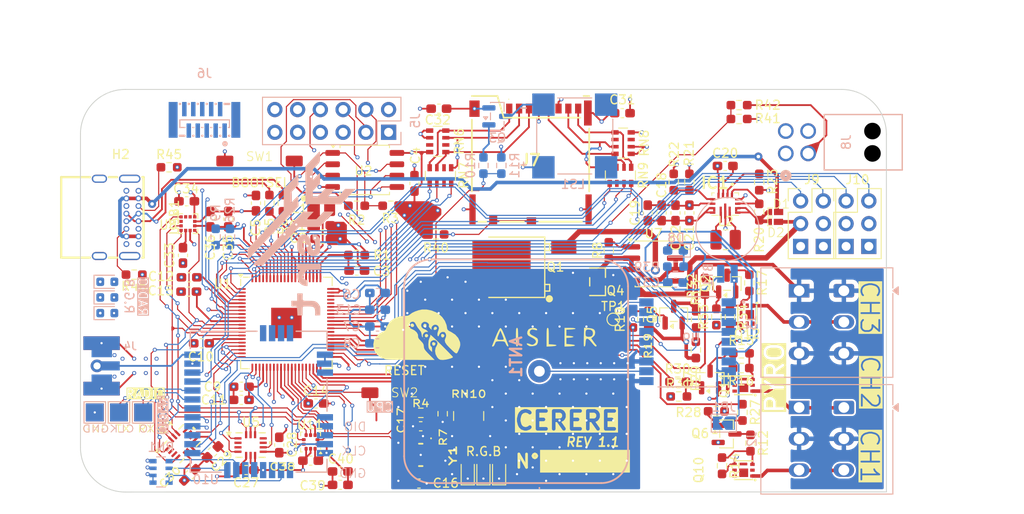
<source format=kicad_pcb>
(kicad_pcb (version 20241229) (generator "pcbnew") (generator_version "9.0")
  (layers (0 "F.Cu" signal) (4 "In1.Cu" signal) (6 "In2.Cu" signal) (2 "B.Cu" signal) (13 "F.Paste" user) (15 "B.Paste" user) (5 "F.SilkS" user "F.Silkscreen") (7 "B.SilkS" user "B.Silkscreen") (1 "F.Mask" user) (3 "B.Mask" user) (25 "Edge.Cuts" user))
  (net 0 "")
  (net 1 "+1V1")
  (net 2 "/LX")
  (net 3 "/AVDD")
  (net 4 "/XIN")
  (net 5 "Net-(C17-Pad2)")
  (net 6 "Net-(IC1-VAUX)")
  (net 7 "Net-(U8-C1)")
  (net 8 "VUSB")
  (net 9 "Net-(D1-K)")
  (net 10 "+BATT")
  (net 11 "PG")
  (net 12 "Net-(IC1-L1)")
  (net 13 "Net-(IC1-L2)")
  (net 14 "SYNC")
  (net 15 "Net-(IC1-FB)")
  (net 16 "D+")
  (net 17 "D-")
  (net 18 "Net-(USB1-CC1)")
  (net 19 "Net-(USB1-CC2)")
  (net 20 "Net-(J7-CLK)")
  (net 21 "/microSD/_DAT1")
  (net 22 "Net-(J7-DAT0)")
  (net 23 "/SD_detect")
  (net 24 "Net-(J7-CMD)")
  (net 25 "/GPIO42")
  (net 26 "/PWM3")
  (net 27 "/PWM1")
  (net 28 "/PWM4")
  (net 29 "/PWM2")
  (net 30 "/SCL_RADIO")
  (net 31 "/SDA_RADIO")
  (net 32 "Net-(J11-Pin_2)")
  (net 33 "/GPIO44")
  (net 34 "/GPIO41")
  (net 35 "/GPIO43")
  (net 36 "/Pyro/PYRO_LOW")
  (net 37 "/Pyro/PYRO3")
  (net 38 "/Pyro/PYRO2")
  (net 39 "/Pyro/PYRO1")
  (net 40 "Net-(Q1-B)")
  (net 41 "/Pyro/PYRO_HIGH")
  (net 42 "Net-(Q5-G)")
  (net 43 "Net-(Q6-D)")
  (net 44 "Net-(Q6-G)")
  (net 45 "Net-(Q7-D)")
  (net 46 "Net-(Q7-G)")
  (net 49 "Net-(Q10-G)")
  (net 55 "Net-(Q11-G)")
  (net 63 "Net-(Q12-G)")
  (net 65 "/SS")
  (net 66 "/QSPI Flash/~{USB_BOOT}")
  (net 67 "/XOUT")
  (net 68 "Net-(U1-USB_DP)")
  (net 69 "Net-(U1-USB_DM)")
  (net 70 "Net-(R7-Pad2)")
  (net 71 "Net-(R8-Pad1)")
  (net 72 "/PYRO_SENSE")
  (net 73 "/PYRO_ENABLE")
  (net 74 "/PYRO_FIRE_1")
  (net 75 "/PYRO_FIRE_2")
  (net 76 "/PYRO_FIRE_3")
  (net 78 "/SD_DAT2")
  (net 81 "/SD_DAT3")
  (net 82 "/SD_CMD")
  (net 85 "/SD_DAT0")
  (net 86 "/SD_CLK")
  (net 88 "/SD_DAT1")
  (net 90 "/RESET")
  (net 91 "/SCLK")
  (net 92 "/IMU_INT2")
  (net 93 "/SD2")
  (net 94 "/IMU45_INT2")
  (net 95 "/SPI1.RX")
  (net 96 "Net-(D5-A)")
  (net 97 "/IMU_CS")
  (net 98 "/SPI1.CK")
  (net 99 "/MAG_CS")
  (net 100 "/IMU45_INT1")
  (net 101 "Net-(D6-A)")
  (net 102 "/IMU_INT1")
  (net 103 "/SD3")
  (net 104 "/SD0")
  (net 105 "/BARO_INT")
  (net 106 "/SPI1.TX")
  (net 107 "Net-(D7-A)")
  (net 108 "/BARO_CS")
  (net 109 "/IMU45_CS")
  (net 110 "/SD1")
  (net 111 "Net-(Q3-D)")
  (net 115 "Net-(Q3-G)")
  (net 116 "/BUZZ")
  (net 117 "/L_RED")
  (net 118 "/L_GREEN")
  (net 119 "/L_BLUE")
  (net 120 "+3V3")
  (net 121 "Net-(U9-RF_IN)")
  (net 123 "/RX_GPS")
  (net 125 "Net-(BT1-+)")
  (net 126 "/TX_GPS")
  (net 128 "PPS")
  (net 129 "Net-(JP1-A)")
  (net 132 "Net-(D8-K)")
  (net 133 "Net-(D9-A)")
  (net 144 "Net-(D10-A)")
  (net 145 "/LoRa & GPS/SWCLK")
  (net 146 "/LoRa & GPS/SWDIO")
  (net 149 "Net-(D11-A)")
  (net 152 "ANT")
  (net 153 "Net-(J11-Pin_3)")
  (net 156 "/GPIO20")
  (net 157 "/BATT_SENSE")
  (net 158 "GND")
  (net 159 "/microSD/_DAT2")
  (net 160 "/microSD/_DAT3")
  (net 173 "Net-(Q4-Pad1)")
  (net 174 "/LoRa & GPS/L_RED")
  (net 175 "/LoRa & GPS/L_BLUE")
  (net 176 "/LoRa & GPS/L_GREEN")
  (net 177 "Net-(U9-PRG)")
  (net 178 "Net-(U10-PB6{slash}UART1_TX)")
  (net 179 "Net-(U10-PB7{slash}UART1_RX)")
  (net 182 "Net-(Q2-G)")
  (net 183 "Net-(Q2-D)")
  (net 184 "Net-(J6-Pin_6)")
  (net 185 "Net-(J6-Pin_7)")
  (net 186 "/UART1_TX_RADIO")
  (net 187 "/UART1_RX_RADIO")
  (net 188 "/SWDCLK_RADIO")
  (net 189 "/SWDIO_RADIO")
  (net 190 "/~{USB_BOOT}")
  (footprint "TPS63070:TPS630701RNMR" (layer "F.Cu") (at 144.5 45.787 -90)
    (property "Reference" "IC1")
    (property "Value" "TPS630702RNMR" (hide yes))
  )
  (footprint "Resistor_SMD:R_0603_1608Metric_Pad0.98x0.95mm_HandSolder" (layer "F.Cu") (at 131.5 51.5 -90)
    (property "Reference" "R8")
    (property "Value" "430")
  )
  (footprint "Resistor_SMD:R_Array_Convex_4x0603" (layer "F.Cu") (at 133.1 39.5)
    (property "Reference" "RN8")
    (property "Value" "24k")
  )
  (footprint "MountingHole:MountingHole_3.2mm_M3" (layer "F.Cu") (at 138.75 37.75)
    (property "Reference" "H1" (hide yes))
    (property "Value" "MountingHole")
  )
  (footprint "Package_SO:SOIC-8_5.3x5.3mm_P1.27mm" (layer "F.Cu") (at 104.25 42.5)
    (property "Reference" "U2")
    (property "Value" "W25Q128JVS")
  )
  (footprint "lsm6dsv80x:QFN_LSM6DSV80XTR_STM" (layer "F.Cu") (at 83.8 73.1 45)
    (property "Reference" "U4")
    (property "Value" "LSM6DSV80XTR")
  )
  (footprint "MountingHole:MountingHole_3.2mm_M3" (layer "F.Cu") (at 138.5 74)
    (property "Reference" "H4" (hide yes))
    (property "Value" "MountingHole")
  )
  (footprint "ABM8-272-T3:ABM8272T3" (layer "F.Cu") (at 110.5 74.35 180)
    (property "Reference" "Y1")
    (property "Value" "12MHz" (hide yes))
  )
  (footprint "Connector_PinHeader_2.54mm:PinHeader_2x03_P2.54mm_Vertical" (layer "F.Cu") (at 152.92 45.96)
    (property "Reference" "J9")
    (property "Value" "Conn_02x03_Odd_Even")
  )
  (footprint "Capacitor_SMD:C_0603_1608Metric_Pad1.08x0.95mm_HandSolder" (layer "F.Cu") (at 91 76.0437 180)
    (property "Reference" "C27")
    (property "Value" "100nF")
  )
  (footprint "Resistor_SMD:R_0603_1608Metric_Pad0.98x0.95mm_HandSolder" (layer "F.Cu") (at 82.4 42.2)
    (property "Reference" "R45")
    (property "Value" "5.1k")
  )
  (footprint "LED_SMD:LED_0603_1608Metric" (layer "F.Cu") (at 115.75 76.2125 90)
    (property "Reference" "D7" (hide yes))
    (property "Value" "RED")
  )
  (footprint "Capacitor_SMD:C_0603_1608Metric_Pad1.08x0.95mm_HandSolder" (layer "F.Cu") (at 101.5125 77.7 180)
    (property "Reference" "C39")
    (property "Value" "10nF")
  )
  (footprint "Capacitor_SMD:C_0603_1608Metric_Pad1.08x0.95mm_HandSolder" (layer "F.Cu") (at 98.2 75 180)
    (property "Reference" "C38")
    (property "Value" "100nF")
  )
  (footprint "Capacitor_SMD:C_0603_1608Metric_Pad1.08x0.95mm_HandSolder" (layer "F.Cu") (at 89 48 -90)
    (property "Reference" "C35")
    (property "Value" "10uF")
  )
  (footprint "Capacitor_SMD:C_0603_1608Metric_Pad1.08x0.95mm_HandSolder" (layer "F.Cu") (at 110.3 77.55 180)
    (property "Reference" "C16")
    (property "Value" "15pF")
  )
  (footprint "5033981892:5033981892" (layer "F.Cu") (at 116.2125 34.235)
    (property "Reference" "J7")
    (property "Value" "503398-1892" (hide yes))
  )
  (footprint "Resistor_SMD:R_Array_Convex_4x0603" (layer "F.Cu") (at 115.85 70 -90)
    (property "Reference" "RN10")
    (property "Value" "220")
  )
  (footprint "LOGO" (layer "F.Cu") (at 117.7 60.9)
    (property "Reference" "G***" (hide yes))
    (property "Value" "LOGO" (hide yes))
  )
  (footprint "Capacitor_SMD:C_0603_1608Metric_Pad1.08x0.95mm_HandSolder" (layer "F.Cu") (at 90.4625 66.73)
    (property "Reference" "C9")
    (property "Value" "100n")
  )
  (footprint "Capacitor_SMD:C_0603_1608Metric_Pad1.08x0.95mm_HandSolder" (layer "F.Cu") (at 99.5625 50.2)
    (property "Reference" "C2")
    (property "Value" "4.7uF")
  )
  (footprint "Resistor_SMD:R_0603_1608Metric_Pad0.98x0.95mm_HandSolder" (layer "F.Cu") (at 135.9 59.2 90)
    (property "Reference" "R19")
    (property "Value" "10k")
  )
  (footprint "Package_TO_SOT_SMD:SOT-23" (layer "F.Cu") (at 138.745 58.674 90)
    (property "Reference" "Q5")
    (property "Value" "DMN2040U")
  )
  (footprint "Resistor_SMD:R_Array_Convex_4x0603" (layer "F.Cu") (at 112.4 39.3 180)
    (property "Reference" "RN6")
    (property "Value" "24k")
  )
  (footprint "Resistor_SMD:R_0603_1608Metric_Pad0.98x0.95mm_HandSolder" (layer "F.Cu") (at 146.304 62.992)
    (property "Reference" "R15")
    (property "Value" "1k")
  )
  (footprint "easyeda2kicad:DFN-6_L2.0-W2.0-P0.65-BL-EP-1" (layer "F.Cu") (at 146.558 66.548 90)
    (property "Reference" "Q11")
    (property "Value" "PJM09P30DF")
  )
  (footprint "Capacitor_SMD:C_0603_1608Metric_Pad1.08x0.95mm_HandSolder" (layer "F.Cu") (at 103.3625 53.75 180)
    (property "Reference" "C3")
    (property "Value" "4.7uF")
  )
  (footprint "Resistor_SMD:R_0603_1608Metric_Pad0.98x0.95mm_HandSolder" (layer "F.Cu") (at 142.24 55.499 90)
    (property "Reference" "R32")
    (property "Value" "100")
  )
  (footprint "Capacitor_SMD:C_0603_1608Metric_Pad1.08x0.95mm_HandSolder" (layer "F.Cu") (at 99.5375 48.6875)
    (property "Reference" "C1")
    (property "Value" "4.7uF")
  )
  (footprint "Package_SO:SOIC-8_3.9x4.9mm_P1.27mm" (layer "F.Cu") (at 136.5 53)
    (property "Reference" "U7")
    (property "Value" "LM334M")
  )
  (footprint "BC817-25:SOT-23-3_L2.9-W1.6-P1.90-LS2.8-BR" (layer "F.Cu") (at 130.25 55 180)
    (property "Reference" "Q4")
    (property "Value" "BC817-25,215")
  )
  (footprint "Resistor_SMD:R_0603_1608Metric_Pad0.98x0.95mm_HandSolder" (layer "F.Cu") (at 139.192 66.167)
    (property "Reference" "R30")
    (property "Value" "100")
  )
  (footprint "LED_SMD:LED_0603_1608Metric" (layer "F.Cu") (at 117.5 76.2125 90)
    (property "Reference" "D6" (hide yes))
    (property "Value" "GREEN")
  )
  (footprint "easyeda2kicad:DFN-6_L2.0-W2.0-P0.65-BL-EP-1" (layer "F.Cu") (at 146.542 76.038 90)
    (property "Reference" "Q10")
    (property "Value" "PJM09P30DF")
  )
  (footprint "Resistor_SMD:R_0603_1608Metric_Pad0.98x0.95mm_HandSolder" (layer "F.Cu") (at 112.2 49.7)
    (property "Reference" "R40")
    (property "Value" "10k")
  )
  (footprint "Connector_PinHeader_2.54mm:PinHeader_2x03_P2.54mm_Vertical" (layer "F.Cu") (at 158 45.96)
    (property "Reference" "J10")
    (property "Value" "Conn_02x03_Odd_Even")
  )
  (footprint "Resistor_SMD:R_0603_1608Metric_Pad0.98x0.95mm_HandSolder" (layer "F.Cu") (at 144.145 75.565 -90)
    (property "Reference" "R14")
    (property "Value" "10k")
  )
  (footprint "Resistor_SMD:R_0603_1608Metric_Pad0.98x0.95mm_HandSolder" (layer "F.Cu") (at 148.3 43.85 90)
    (property "Reference" "R23")
    (property "Value" "100k")
  )
  (footprint "TSB008:TSB008" (layer "F.Cu") (at 92.5 41.5)
    (property "Reference" "SW1")
    (property "Value" "BOOTSEL")
  )
  (footprint "Resistor_SMD:R_0603_1608Metric_Pad0.98x0.95mm_HandSolder" (layer "F.Cu") (at 95.1 46.2125 90)
    (property "Reference" "R6")
    (property "Value" "27")
  )
  (footprint "Package_DFN_QFN:QFN-80-1EP_10x10mm_P0.4mm_EP3.4x3.4mm" (layer "F.Cu") (at 95.5 59.6)
    (property "Reference" "U1")
    (property "Value" "RP2350B-QFN80")
  )
  (footprint "BXCONN UC23-0B16F00P11:USB-C-TH_UC23-0B16F00P11" (layer "F.Cu") (at 76.8 47.8 -90)
    (property "Reference" "USB1")
    (property "Value" "TYPEC-306DDW-ARP16")
  )
  (footprint "MountingHole:MountingHole_3.2mm_M3" (layer "F.Cu") (at 77 74)
    (property "Reference" "H3" (hide yes))
    (property "Value" "MountingHole")
  )
  (footprint "Capacitor_SMD:C_0603_1608Metric_Pad1.08x0.95mm_HandSolder" (layer "F.Cu") (at 86.0125 61.875)
    (property "Reference" "C10")
    (property "Value" "100n")
  )
  (footprint "Resistor_SMD:R_0603_1608Metric_Pad0.98x0.95mm_HandSolder" (layer "F.Cu") (at 78.5 54.2)
    (property "Reference" "R46")
    (property "Value" "5.1k")
  )
  (footprint "Capacitor_SMD:C_0603_1608Metric_Pad1.08x0.95mm_HandSolder" (layer "F.Cu") (at 112.525 35.65 180)
    (property "Reference" "C32")
    (property "Value" "10uF")
  )
  (footprint "Resistor_SMD:R_0603_1608Metric_Pad0.98x0.95mm_HandSolder" (layer "F.Cu") (at 112.95 69.75 90)
    (property "Reference" "R7")
    (property "Value" "1k")
  )
  (footprint "Resistor_SMD:R_0603_1608Metric_Pad0.98x0.95mm_HandSolder" (layer "F.Cu") (at 146.431 69.596 -90)
    (property "Reference" "R27")
    (property "Value" "100")
  )
  (footprint "Resistor_SMD:R_Array_Convex_4x0603" (layer "F.Cu") (at 132.8 43.1 -90)
    (property "Reference" "RN9")
    (property "Value" "47")
  )
  (footprint "Capacitor_SMD:C_0603_1608Metric_Pad1.08x0.95mm_HandSolder" (layer "F.Cu") (at 98.8 68.6 180)
    (property "Reference" "C14")
    (property "Value" "100n")
  )
  (footprint "AOTA B201610S3R3-101-T:L_AOTA-B201610S3R3-101-T_MCH" (layer "F.Cu") (at 99.475 46.6875)
    (property "Reference" "L1")
    (property "Value" "3.3uh directional" (hide yes))
  )
  (footprint "Capacitor_SMD:C_0603_1608Metric_Pad1.08x0.95mm_HandSolder" (layer "F.Cu") (at 90.4625 68.2)
    (property "Reference" "C11")
    (property "Value" "100n")
  )
  (footprint "Resistor_SMD:R_0603_1608Metric_Pad0.98x0.95mm_HandSolder" (layer "F.Cu") (at 138.75 43.85 -90)
    (property "Reference" "R22")
    (property "Value" "150k")
  )
  (footprint "SDM2U30CSP:SDM2U30CSP" (layer "F.Cu") (at 150.15 48.3)
    (property "Reference" "D2")
    (property "Value" "D_Schottky_Small")
  )
  (footprint "Capacitor_SMD:C_0603_1608Metric_Pad1.08x0.95mm_HandSolder" (layer "F.Cu") (at 137.4 47.3 90)
    (property "Reference" "C18")
    (property "Value" "22uF")
  )
  (footprint "LPS22DF:ST_HLGA-10_2x2mm_P0.5mm_LayoutBorder3x2y" (layer "F.Cu") (at 98.2 72.9 180)
    (property "Reference" "U11")
    (property "Value" "LPS22DF")
  )
  (footprint "Capacitor_SMD:C_0603_1608Metric_Pad1.08x0.95mm_HandSolder" (layer "F.Cu") (at 84.3625 46 180)
    (property "Reference" "C34")
    (property "Value" "100nf")
  )
  (footprint "Resistor_SMD:R_0603_1608Metric_Pad0.98x0.95mm_HandSolder" (layer "F.Cu") (at 107.1625 46.5 180)
    (property "Reference" "R3")
    (property "Value" "10k")
  )
  (footprint "Capacitor_SMD:C_0603_1608Metric_Pad1.08x0.95mm_HandSolder" (layer "F.Cu") (at 87 48 90)
    (property "Reference" "C36")
    (property "Value" "100nf")
  )
  (footprint "Resistor_SMD:R_0603_1608Metric_Pad0.98x0.95mm_HandSolder" (layer "F.Cu") (at 139.319 67.818)
    (property "Reference" "R31")
    (property "Value" "10k")
  )
  (footprint "TestPoint:TestPoint_Pad_2.0x2.0mm" (layer "F.Cu") (at 74.1 69.6)
    (property "Reference" "TP5" (hide yes))
    (property "Value" "TestPoint_Flag")
  )
  (footprint "Resistor_SMD:R_0603_1608Metric_Pad0.98x0.95mm_HandSolder" (layer "F.Cu") (at 110.5125 69.65)
    (property "Reference" "R4")
    (property "Value" "1k")
  )
  (footprint "Capacitor_SMD:C_0603_1608Metric_Pad1.08x0.95mm_HandSolder" (layer "F.Cu") (at 84.719999 76.5763 -135)
    (property "Reference" "C30")
    (property "Value" "100nF")
  )
  (footprint "LED_SMD:LED_0603_1608Metric" (layer "F.Cu") (at 119.25 76.2125 90)
    (property "Reference" "D5" (hide yes))
    (property "Value" "BLUE")
  )
  (footprint "Capacitor_SMD:C_0603_1608Metric_Pad1.08x0.95mm_HandSolder" (layer "F.Cu") (at 110.5 71.15)
    (property "Reference" "C17")
    (property "Value" "15pF")
  )
  (footprint "Resistor_SMD:R_Array_Convex_4x0603" (layer "F.Cu") (at 112.7 43.15 -90)
    (property "Reference" "RN7")
    (property "Value" "47")
  )
  (footprint "SDM2U30CSP:SDM2U30CSP" (layer "F.Cu") (at 150.1685 47.2)
    (property "Reference" "D1")
    (property "Value" "D_Schottky_Small")
  )
  (footprint "Resistor_SMD:R_0603_1608Metric_Pad0.98x0.95mm_HandSolder" (layer "F.Cu") (at 103.3375 52)
    (property "Reference" "R1")
    (property "Value" "33")
  )
  (footprint "TestPoint:TestPoint_Pad_D1.0mm" (layer "F.Cu") (at 132 59.2)
    (property "Reference" "TP1")
    (property "Value" "TestPoint")
  )
  (footprint "lsm6dsv80x:QFN_LSM6DSV80XTR_STM" (layer "F.Cu") (at 91.5 73.25)
    (property "Reference" "U5")
    (property "Value" "LSM6DSV80XTR")
  )
  (footprint "Resistor_SMD:R_0603_1608Metric_Pad0.98x0.95mm_HandSolder" (layer "F.Cu") (at 146.2805 64.643 180)
    (property "Reference" "R16")
    (property "Value" "10k")
  )
  (footprint "Package_TO_SOT_SMD:SOT-23" (layer "F.Cu") (at 144.719 55.1965 90)
    (property "Reference" "Q2")
    (property "Value" "DMN2040U")
  )
  (footprint "Capacitor_SMD:C_0603_1608Metric_Pad1.08x0.95mm_HandSolder" (layer "F.Cu") (at 140.5 47.3 -90)
    (property "Reference" "C21")
    (property "Value" "10uF")
  )
  (footprint "Package_TO_SOT_SMD:SOT-23" (layer "F.Cu") (at 144.653 72.009)
    (property "Reference" "Q6")
    (property "Value" "DMN2040U")
  )
  (footprint "Resistor_SMD:R_0603_1608Metric_Pad0.98x0.95mm_HandSolder" (layer "F.Cu") (at 134.2 59.2 90)
    (property "Reference" "R18")
    (property "Value" "100")
  )
  (footprint "Resistor_SMD:R_0603_1608Metric_Pad0.98x0.95mm_HandSolder" (layer "F.Cu") (at 141.25 59.2 90)
    (property "Reference" "R13")
    (property "Value" "40k")
  )
  (footprint "easyeda2kicad:TO-252-2_L6.5-W6.1-P4.58-LS10.0-TL" (layer "F.Cu") (at 123 53.4 180)
    (property "Reference" "Q1")
    (property "Value" "MJD44H11T4G")
  )
  (footprint "Resistor_SMD:R_0603_1608Metric_Pad0.98x0.95mm_HandSolder" (layer "F.Cu") (at 103.3375 46.5)
    (property "Reference" "R2")
    (property "Value" "1k")
  )
  (footprint "LIS2MDL:LGA-12_2x2mm_P0.5mm" (layer "F.Cu") (at 84.5 48.5)
    (property "Reference" "U8")
    (property "Value" "LIS2MDL")
  )
  (footprint "Capacitor_SMD:C_0603_1608Metric_Pad1.08x0.95mm_HandSolder" (layer "F.Cu") (at 109.8 44 90)
    (property "Reference" "C4")
    (property "Value" "100n")
  )
  (footprint "Resistor_SMD:R_0603_1608Metric_Pad0.98x0.95mm_HandSolder" (layer "F.Cu") (at 148.3 47.2 -90)
    (property "Reference" "R20")
    (property "Value" "10k")
  )
  (footprint "Resistor_SMD:R_0603_1608Metric_Pad0.98x0.95mm_HandSolder" (layer "F.Cu") (at 147.32 73.025 -90)
    (property "Reference" "R12")
    (property "Value" "1k")
  )
  (footprint "Inductor_SMD:L_1008_2520Metric" (layer "F.Cu") (at 144.55 50.3)
    (property "Reference" "L2")
    (property "Value" "1.5uh")
  )
  (footprint "Resistor_SMD:R_0603_1608Metric_Pad0.98x0.95mm_HandSolder" (layer "F.Cu") (at 146.05 35.25)
    (property "Reference" "R42")
    (property "Value" "40k")
  )
  (footprint "easyeda2kicad:DFN-6_L2.0-W2.0-P0.65-BL-EP-1" (layer "F.Cu") (at 146.939 58.674 180)
    (property "Reference" "Q12")
    (property "Value" "PJM09P30DF")
  )
  (footprint "Capacitor_SMD:C_0603_1608Metric_Pad1.08x0.95mm_HandSolder" (layer "F.Cu") (at 138.95 47.3 90)
    (property "Reference" "C22")
    (property "Value" "22uF")
  )
  (footprint "Capacitor_SMD:C_0603_1608Metric_Pad1.08x0.95mm_HandSolder" (layer "F.Cu") (at 87.249999 74.0163 45)
    (property "Reference" "C29")
    (property "Value" "100nF")
  )
  (footprint "Resistor_SMD:R_0603_1608Metric_Pad0.98x0.95mm_HandSolder" (layer "F.Cu") (at 146.05 36.8 180)
    (property "Reference" "R41")
    (property "Value" "10k")
  )
  (footprint "Capacitor_SMD:C_0603_1608Metric_Pad1.08x0.95mm_HandSolder" (layer "F.Cu") (at 144.5 42.05)
    (property "Reference" "C20")
    (property "Value" "100nF")
  )
  (footprint "Resistor_SMD:R_0603_1608Metric_Pad0.98x0.95mm_HandSolder" (layer "F.Cu") (at 143.51 58.928 90)
    (property "Reference" "R33")
    (property "Value" "10k")
  )
  (footprint "TestPoint:TestPoint_Pad_2.0x2.0mm" (layer "F.Cu") (at 79.5 69.6)
    (property "Reference" "TP7" (hide yes))
    (property "Value" "TestPoint_Flag")
  )
  (footprint "Resistor_SMD:R_0603_1608Metric_Pad0.98x0.95mm_HandSolder" (layer "F.Cu") (at 143.51 69.469 180)
    (property "Reference" "R28")
    (property "Value" "10k")
  )
  (footprint "Capacitor_SMD:C_0603_1608Metric_Pad1.08x0.95mm_HandSolder" (layer "F.Cu") (at 94.7 73.2437 -90)
    (property "Reference" "C28")
    (property "Value" "100nF")
  )
  (footprint "TestPoint:TestPoint_Pad_2.0x2.0mm" (layer "F.Cu") (at 76.8 69.6)
    (property "Reference" "TP6" (hide yes))
    (property "Value" "TestPoint_Flag")
  )
  (footprint "Resistor_SMD:R_0603_1608Metric_Pad0.98x0.95mm_HandSolder" (layer "F.Cu") (at 93.6 46.2125 90)
    (property "Reference" "R5")
    (property "Value" "27")
  )
  (footprint "TSB008:TSB008" (layer "F.Cu") (at 108.7 67.4 180)
    (property "Reference" "SW2")
    (property "Value" "RESET")
  )
  (footprint "Capacitor_SMD:C_0603_1608Metric_Pad1.08x0.95mm_HandSolder" (layer "F.Cu") (at 92.1 46.2125 -90)
    (property "Reference" "C5")
    (property "Value" "100n")
  )
  (footprint "Resistor_SMD:R_0603_1608Metric_Pad0.98x0.95mm_HandSolder" (layer "F.Cu") (at 140.5 43.85 90)
    (property "Reference" "R21")
    (property "Value" "470k")
  )
  (footprint "Capacitor_SMD:C_0603_1608Metric_Pad1.08x0.95mm_HandSolder" (layer "F.Cu") (at 133.0125 36.15 180)
    (property "Reference" "C31")
    (property "Value" "100nF")
  )
  (footprint "Capacitor_SMD:C_0603_1608Metric_Pad1.08x0.95mm_HandSolder" (layer "F.Cu") (at 83.95 52.05 -90)
    (property "Reference" "C33")
    (property "Value" "220nF")
  )
  (footprint "Resistor_SMD:R_0603_1608Metric_Pad0.98x0.95mm_HandSolder" (layer "F.Cu") (at 145.034 58.928 -90)
    (property "Reference" "R34")
    (property "Value" "10k")
  )
  (footprint "Capacitor_SMD:C_0603_1608Metric_Pad1.08x0.95mm_HandSolder" (layer "F.Cu") (at 84.6 56.1)
    (property "Reference" "C15")
    (property "Value" "100n")
  )
  (footprint "MountingHole:MountingHole_3.2mm_M3" (layer "F.Cu") (at 77 38)
    (property "Reference" "H2")
    (property "Value" "MountingHole")
  )
  (footprint "Package_TO_SOT_SMD:SOT-23" (layer "F.Cu") (at 142.814 65.913 90)
    (property "Reference" "Q7")
    (property "Value" "DMN2040U")
  )
  (footprint "Capacitor_SMD:C_0603_1608Metric_Pad1.08x0.95mm_HandSolder" (layer "F.Cu") (at 135.85 47.3 90)
    (property "Reference" "C19")
    (property "Value" "22uF")
  )
  (footprint "Capacitor_SMD:C_0603_1608Metric_Pad1.08x0.95mm_HandSolder" (layer "F.Cu") (at 84.6375 54.5)
    (property "Reference" "C12")
    (property "Value" "100n")
  )
  (footprint "Capacitor_SMD:C_0603_1608Metric_Pad1.08x0.95mm_HandSolder" (layer "F.Cu") (at 101.5125 76.2 180)
    (property "Reference" "C40")
    (property "Value" "100nF")
  )
  (footprint "Resistor_SMD:R_0603_1608Metric_Pad0.98x0.95mm_HandSolder" (layer "F.Cu") (at 147.193 55.118 -90)
    (property "Reference" "R17")
    (property "Value" "1k")
  )
  (footprint "Resistor_SMD:R_0603_1608Metric_Pad0.98x0.95mm_HandSolder" (layer "F.Cu") (at 141.224 62.611 90)
    (property "Reference" "R29")
    (property "Value" "10k")
  )
  (footprint "Package_TO_SOT_SMD:SOT-23" (layer "B.Cu") (at 119.0475 36.51)
    (property "Reference" "Q3")
    (property "Value" "DMN2040U")
  )
  (footprint "Resistor_SMD:R_0603_1608Metric_Pad0.98x0.95mm_HandSolder" (layer "B.Cu") (at 117.5 42 90)
    (property "Reference" "R10")
    (property "Value" "100")
  )
  (footprint "TerminalBlock_WAGO:TerminalBlock_WAGO_2601-1103_1x03_P3.50mm_Horizontal" (layer "B.Cu") (at 157.75 56 -90)
    (property "Reference" "J3")
    (property "Value" "Conn_01x03_Socket")
  )
  (footprint "Resistor_SMD:R_0603_1608Metric_Pad0.98x0.95mm_HandSolder" (layer "B.Cu") (at 87.6 49.9875 90)
    (property "Reference" "R9")
    (property "Value" "4.7k")
  )
  (footprint "Connector_PinHeader_2.54mm:PinHeader_2x06_P2.54mm_Vertical" (layer "B.Cu") (at 106.91 38.29 90)
    (property "Reference" "J5")
    (property "Value" "Conn_02x06_Counter_Clockwise")
  )
  (footprint "Resistor_SMD:R_Array_Convex_4x0603" (layer "B.Cu") (at 81.5 76.25 180)
    (property "Reference" "RN1")
    (property "Value" "220")
  )
  (footprint "sma_connector:SMA_EDGE__UFL" (layer "B.Cu") (at 72.825 64.4)
    (property "Reference" "J4")
    (property "Value" "Conn_Coaxial")
  )
  (footprint "Resistor_SMD:R_0603_1608Metric_Pad0.98x0.95mm_HandSolder" (layer "B.Cu") (at 119.5 42 -90)
    (property "Reference" "R11")
    (property "Value" "10K")
  )
  (footprint "ul_RAK3172:RAK3172_RAK" (layer "B.Cu") (at 92.4 68.4)
    (property "Reference" "U10")
    (property "Value" "RAK3172")
  )
  (footprint "easyeda2kicad:FPC-SMD_XUNPU_FPC-0.5AD-10PB" (layer "B.Cu") (at 86.35 36.9 180)
    (property "Reference" "J6")
    (property "Value" "Conn_01x10_Socket")
  )
  (footprint "LOGO" (layer "B.Cu") (at 96.466127 49.809384 -90)
    (property "Reference" "G***" (hide yes))
    (property "Value" "LOGO" (hide yes))
  )
  (footprint "Capacitor_SMD:C_0603_1608Metric_Pad1.08x0.95mm_HandSolder" (layer "B.Cu") (at 105.675 58.125)
    (property "Reference" "C13")
    (property "Value" "100n")
  )
  (footprint "TESEO_LIV4F:XCVR_TESEO-LIV4F" (layer "B.Cu") (at 140.3 61.7 180)
    (property "Reference" "U9")
    (property "Value" "TESEO-LIV4F")
  )
  (footprint "Resistor_SMD:R_0603_1608Metric_Pad0.98x0.95mm_HandSolder" (layer "B.Cu") (at 89.2 49.9875 90)
    (property "Reference" "R26")
    (property "Value" "4.7k")
  )
  (footprint "LED_SMD:LED_0603_1608Metric" (layer "B.Cu") (at 75.5 55)
    (property "Reference" "D9" (hide yes))
    (property "Value" "BLUE")
  )
  (footprint "Diode_SMD:D_0603_1608Metric_Pad1.05x0.95mm_HandSolder" (layer "B.Cu") (at 138.95 51.5 180)
    (property "Reference" "D8")
    (property "Value" "D_Schottky_Small")
  )
  (footprint "LED_SMD:LED_0603_1608Metric" (layer "B.Cu") (at 75.5 56.75)
    (property "Reference" "D10" (hide yes))
    (property "Value" "GREEN")
  )
  (footprint "Jumper:SolderJumper-2_P1.3mm_Open_TrianglePad1.0x1.5mm" (layer "B.Cu") (at 144.35 70.8 180)
    (property "Reference" "JP1")
    (property "Value" "SolderJumper_2_Open")
  )
  (footprint "LED_SMD:LED_0603_1608Metric" (layer "B.Cu") (at 75.5 58.5)
    (property "Reference" "D11" (hide yes))
    (property "Value" "RED")
  )
  (footprint "Battery:BatteryHolder_Seiko_MS621F" (layer "B.Cu") (at 144.75 54.1 -90)
    (property "Reference" "BT1")
    (property "Value" "Battery_Cell")
  )
  (footprint "Capacitor_SMD:C_0603_1608Metric_Pad1.08x0.95mm_HandSolder" (layer "B.Cu") (at 105.675 56.25)
    (property "Reference" "C6")
    (property "Value" "100n")
  )
  (footprint "Capacitor_SMD:C_0603_1608Metric_Pad1.08x0.95mm_HandSolder" (layer "B.Cu") (at 105.675 60)
    (property "Reference" "C7")
    (property "Value" "100n")
  )
  (footprint "footprints:CONN_SD-105314-100_04_MOL" (layer "B.Cu") (at 152.019653 39.3979 -90)
    (property "Reference" "J8")
    (property "Value" "1053141104")
  )
  (footprint "TestPoint:TestPoint_Pad_2.0x2.0mm" (layer "B.Cu") (at 79.5 69.6)
    (property "Reference" "TP3" (hide yes))
    (property "Value" "TestPoint_Flag")
  )
  (footprint "TerminalBlock_WAGO:TerminalBlock_WAGO_2601-1103_1x03_P3.50mm_Horizontal" (layer "B.Cu") (at 157.75 69.05 -90)
    (property "Reference" "J2")
    (property "Value" "Conn_01x03_Socket")
  )
  (footprint "TestPoint:TestPoint_Pad_2.0x2.0mm" (layer "B.Cu") (at 74.1 69.6 180)
    (property "Reference" "TP2" (hide yes))
    (property "Value" "TestPoint_Flag")
  )
  (footprint "TestPoint:TestPoint_Pad_2.0x2.0mm" (layer "B.Cu") (at 76.8 69.6)
    (property "Reference" "TP4" (hide yes))
    (property "Value" "TestPoint_Flag")
  )
  (footprint "Capacitor_SMD:C_0603_1608Metric_Pad1.08x0.95mm_HandSolder" (layer "B.Cu") (at 105.675 61.875)
    (property "Reference" "C8")
    (property "Value" "100n")
  )
  (footprint "CMT-8503-85B-SMT-TR:XDCR_CMT-8503-85B-SMT-TR" (layer "B.Cu") (at 127.7 38.7)
    (property "Reference" "LS1")
    (property "Value" "CMT-8503-85B-SMT-TR")
  )
  (footprint "antenna_GPS:AANIPP0055" (layer "B.Cu") (at 123.75 65 90)
    (property "Reference" "ANT1")
    (property "Value" "AANI-PP-0055" (hide yes))
  )
  (footprint "Resistor_SMD:R_0603_1608Metric_Pad0.98x0.95mm_HandSolder" (layer "B.Cu") (at 138.95 53.3 180)
    (property "Reference" "R39")
    (property "Value" "47k")
  )
  (footprint "Capacitor_SMD:C_0603_1608Metric_Pad1.08x0.95mm_HandSolder" (layer "B.Cu") (at 138.95 55.1)
    (property "Reference" "C37")
    (property "Value" "100nF")
  )
  (gr_poly (pts (xy 82.95 60.2) (xy 82.75 60.4) (xy 82.75 60.05)) (stroke (width 0.2)) (fill yes) (layer "F.Cu") (net 106))
  (gr_poly (pts (xy 110.8 40.5) (xy 110.6 40.8) (xy 110.35 40.5)) (stroke (width 0.2)) (fill yes) (layer "F.Cu") (net 120))
  (gr_rect (start 123.825 73.787) (end 133.858 76.327) (fill yes) (layer "F.SilkS"))
  (gr_arc (start 77.5 78.5) (mid 73.964466 77.035534) (end 72.5 73.5) (stroke (width 0.1)) (layer "Edge.Cuts"))
  (gr_line (start 162.5 78.486) (end 77.5 78.5) (stroke (width 0.1)) (layer "Edge.Cuts"))
  (gr_arc (start 157.5 33.5) (mid 161.035534 34.964466) (end 162.5 38.5) (stroke (width 0.1)) (layer "Edge.Cuts"))
  (gr_line (start 162.5 38.5) (end 162.5 78.486) (stroke (width 0.1)) (layer "Edge.Cuts"))
  (gr_arc (start 72.5 38.5) (mid 73.964466 34.964466) (end 77.5 33.5) (stroke (width 0.1)) (layer "Edge.Cuts"))
  (gr_line (start 72.5 73.5) (end 72.5 38.5) (stroke (width 0.1)) (layer "Edge.Cuts"))
  (gr_line (start 77.5 33.5) (end 157.5 33.5) (stroke (width 0.1)) (layer "Edge.Cuts"))
  (gr_text "CH1" (at 159.45 71.35 270) (layer "F.SilkS" knockout) (effects (font (size 2 2) (thickness 0.2)) (justify left bottom)))
  (gr_text "TX" (at 76.3 71.9 0) (layer "F.SilkS") (effects (font (size 0.8 1) (thickness 0.1)) (justify left bottom)))
  (gr_text "CH2" (at 159.5 63.1 270) (layer "F.SilkS" knockout) (effects (font (size 2 2) (thickness 0.2)) (justify left bottom)))
  (gr_text "GND" (at 72.6 71.9 -0) (layer "F.SilkS") (effects (font (size 0.8 1) (thickness 0.1)) (justify left bottom)))
  (gr_text "RESET" (at 106.3 65.5 0) (layer "F.SilkS") (effects (font (size 1 1)) (justify left bottom)))
  (gr_text "BOOTSEL" (at 89.25 44.5 0) (layer "F.SilkS") (effects (font (size 1 1)) (justify left bottom)))
  (gr_text "R.G.B" (at 115.443 74.549 0) (layer "F.SilkS") (effects (font (size 1 1)) (justify left bottom)))
  (gr_text "CH3" (at 159.45 54.75 270) (layer "F.SilkS" knockout) (effects (font (size 2 2) (thickness 0.2)) (justify left bottom)))
  (gr_text "CERERE" (at 120.8 71.7 0) (layer "F.SilkS" knockout) (effects (font (size 2 2) (thickness 0.4) (bold yes)) (justify left bottom)))
  (gr_text "REV 1.1" (at 126.6 73.5 0) (layer "F.SilkS") (effects (font (size 1 1) (thickness 0.2) (bold yes) (italic yes)) (justify left bottom)))
  (gr_text "RADIO" (at 77.5 68.1 -0) (layer "F.SilkS" knockout) (effects (font (size 1 1) (thickness 0.1)) (justify left bottom)))
  (gr_text "PYRO" (at 151.2 69.85 90) (layer "F.SilkS" knockout) (effects (font (size 2 2) (thickness 0.3)) (justify left bottom)))
  (gr_text "N°" (at 120.904 75.946 0) (layer "F.SilkS") (effects (font (size 1.5 1.5) (thickness 0.3) (bold yes)) (justify left bottom)))
  (gr_text "RX" (at 78.8 71.9 0) (layer "F.SilkS") (effects (font (size 0.8 1) (thickness 0.1)) (justify left bottom)))
  (gr_text "CLK" (at 78.6 71.9 0) (layer "B.SilkS") (effects (font (size 0.8 1) (thickness 0.1)) (justify left bottom mirror)))
  (gr_text "RADIO" (at 78.867 58.928 270) (layer "B.SilkS" knockout) (effects (font (size 1 1) (thickness 0.1)) (justify left bottom mirror)))
  (gr_text "CPU" (at 107.5 69.6 0) (layer "B.SilkS" knockout) (effects (font (size 1 1) (thickness 0.1)) (justify left bottom mirror)))
  (gr_text "GND" (at 104.5 77 0) (layer "B.SilkS") (effects (font (size 1 1) (thickness 0.1)) (justify left bottom mirror)))
  (gr_text "GND" (at 75.8 71.9 0) (layer "B.SilkS") (effects (font (size 0.8 1) (thickness 0.1)) (justify left bottom mirror)))
  (gr_text "IO" (at 80.6 71.9 0) (layer "B.SilkS") (effects (font (size 0.8 1) (thickness 0.1)) (justify left bottom mirror)))
  (gr_text "CLK" (at 104.5 74.5 0) (layer "B.SilkS") (effects (font (size 1 1) (thickness 0.1)) (justify left bottom mirror)))
  (gr_text "R.G.B" (at 77.343 58.674 270) (layer "B.SilkS") (effects (font (size 1 1)) (justify left bottom mirror)))
  (gr_text "RADIO" (at 82.3 67.6 90) (layer "B.SilkS" knockout) (effects (font (size 1 1) (thickness 0.1)) (justify left bottom mirror)))
  (gr_text "DIO" (at 104.5 71.8 0) (layer "B.SilkS") (effects (font (size 1 1) (thickness 0.1)) (justify left bottom mirror)))
  (segment (start 98.6749 46.6875) (end 98.6749 48.6874) (width 0.2) (layer "F.Cu") (net 1))
  (segment (start 97.8 68.114067) (end 97.8 68.4625) (width 0.2) (layer "F.Cu") (net 1))
  (segment (start 97.8 68.4625) (end 97.9375 68.6) (width 0.2) (layer "F.Cu") (net 1))
  (segment (start 85.48 56.1) (end 85.5 56.1) (width 0.2) (layer "F.Cu") (net 1))
  (segment (start 97.84 50.98) (end 97.84 51.16) (width 0.2) (layer "F.Cu") (net 1))
  (segment (start 97.7 49.6625) (end 97.7 51.3) (width 0.2) (layer "F.Cu") (net 1))
  (segment (start 85.4 56.1) (end 85.48 56.1) (width 0.2) (layer "F.Cu") (net 1))
  (segment (start 87.1 59.4) (end 90.55 59.4) (width 0.2) (layer "F.Cu") (net 1))
  (segment (start 97.84 51.16) (end 97.7 51.3) (width 0.2) (layer "F.Cu") (net 1))
  (segment (start 98.6749 48.6874) (end 98.675 48.6875) (width 0.2) (layer "F.Cu") (net 1))
  (segment (start 97.7 51.3) (end 97.7 54.65) (width 0.2) (layer "F.Cu") (net 1))
  (segment (start 98.675 48.6875) (end 97.7 49.6625) (width 0.2) (layer "F.Cu") (net 1))
  (segment (start 85.3575 56.1425) (end 85.4 56.1) (width 0.2) (layer "F.Cu") (net 1))
  (segment (start 96.1 64.55) (end 96.1 66.414066) (width 0.2) (layer "F.Cu") (net 1))
  (segment (start 85.5 57.8) (end 87.1 59.4) (width 0.2) (layer "F.Cu") (net 1))
  (segment (start 105.943224 59.4) (end 100.45 59.4) (width 0.2) (layer "F.Cu") (net 1))
  (segment (start 106.318224 59.025) (end 105.943224 59.4) (width 0.2) (layer "F.Cu") (net 1))
  (segment (start 96.1 66.414066) (end 97.8 68.114067) (width 0.2) (layer "F.Cu") (net 1))
  (segment (start 85.5 56.1) (end 85.5 57.8) (width 0.2) (layer "F.Cu") (net 1))
  (via (at 97.84 50.98) (size 0.45) (drill 0.25) (layers "F.Cu" "B.Cu") (net 1))
  (via (at 85.48 56.1) (size 0.45) (drill 0.25) (layers "F.Cu" "B.Cu") (net 1))
  (via (at 97.9375 68.6) (size 0.45) (drill 0.25) (layers "F.Cu" "B.Cu") (net 1))
  (via (at 106.318224 59.025) (size 0.45) (drill 0.25) (layers "F.Cu" "B.Cu") (net 1))
  (segment (start 106.318224 59.025) (end 106.5375 58.805724) (width 0.2) (layer "B.Cu") (net 1))
  (segment (start 106.5375 58.125) (end 106.5375 58.25) (width 0.2) (layer "B.Cu") (net 1))
  (segment (start 106.5375 58.805724) (end 106.5375 58.125) (width 0.2) (layer "B.Cu") (net 1))
  (segment (start 99.55 48.231866) (end 99.55 50.95) (width 0.2) (layer "F.Cu") (net 2))
  (segment (start 100.2751 46.6875) (end 100.2751 47.506766) (width 0.2) (layer "F.Cu") (net 2))
  (segment (start 98.5 52) (end 98.5 54.65) (width 0.2) (layer "F.Cu") (net 2))
  (segment (start 100.2751 47.506766) (end 99.55 48.231866) (width 0.2) (layer "F.Cu") (net 2))
  (segment (start 99.55 50.95) (end 98.5 52) (width 0.2) (layer "F.Cu") (net 2))
  (segment (start 102.425 52) (end 102.425 53.675) (width 0.2) (layer "F.Cu") (net 3))
  (segment (start 99.3 52.95) (end 100.25 52) (width 0.2) (layer "F.Cu") (net 3))
  (segment (start 100.25 52) (end 102.425 52) (width 0.2) (layer "F.Cu") (net 3))
  (segment (start 102.425 53.675) (end 102.5 53.75) (width 0.2) (layer "F.Cu") (net 3))
  (segment (start 99.3 54.65) (end 99.3 52.95) (width 0.2) (layer "F.Cu") (net 3))
  (segment (start 107.3 72.6) (end 107.3 74.3) (width 0.125) (layer "F.Cu") (net 4))
  (segment (start 96.8105 68.1105) (end 96.8105 69.186636) (width 0.125) (layer "F.Cu") (net 4))
  (segment (start 98.074 69.774) (end 98.664898 69.774) (width 0.125) (layer "F.Cu") (net 4))
  (segment (start 108.225 75.225) (end 109.35 75.225) (width 0.125) (layer "F.Cu") (net 4))
  (segment (start 100.126 71.826) (end 100.6 72.3) (width 0.125) (layer "F.Cu") (net 4))
  (segment (start 109.4375 77.55) (end 109.4375 75.3125) (width 0.2) (layer "F.Cu") (net 4))
  (segment (start 95.3 66.6) (end 96.8105 68.1105) (width 0.125) (layer "F.Cu") (net 4))
  (segment (start 100.126 71.235102) (end 100.126 71.826) (width 0.125) (layer "F.Cu") (net 4))
  (segment (start 107.3 74.3) (end 108.225 75.225) (width 0.125) (layer "F.Cu") (net 4))
  (segment (start 98.664898 69.774) (end 100.126 71.235102) (width 0.125) (layer "F.Cu") (net 4))
  (segment (start 95.3 64.55) (end 95.3 66.6) (width 0.125) (layer "F.Cu") (net 4))
  (segment (start 96.8105 69.186636) (end 97.349864 69.726) (width 0.125) (layer "F.Cu") (net 4))
  (segment (start 98.026 69.726) (end 98.074 69.774) (width 0.125) (layer "F.Cu") (net 4))
  (segment (start 109.4375 75.3125) (end 109.35 75.225) (width 0.2) (layer "F.Cu") (net 4))
  (segment (start 100.6 72.3) (end 107 72.3) (width 0.125) (layer "F.Cu") (net 4))
  (segment (start 97.349864 69.726) (end 98.026 69.726) (width 0.125) (layer "F.Cu") (net 4))
  (segment (start 107 72.3) (end 107.3 72.6) (width 0.125) (layer "F.Cu") (net 4))
  (segment (start 111.3625 69.7125) (end 111.425 69.65) (width 0.2) (layer "F.Cu") (net 5))
  (segment (start 111.65 73.475) (end 111.65 71.4375) (width 0.2) (layer "F.Cu") (net 5))
  (segment (start 111.65 71.4375) (end 111.3625 71.15) (width 0.2) (layer "F.Cu") (net 5))
  (segment (start 111.3625 71.15) (end 111.3625 69.7125) (width 0.2) (layer "F.Cu") (net 5))
  (segment (start 144.275 45.324) (end 144.275 43.9375) (width 0.2) (layer "F.Cu") (net 6))
  (segment (start 144.275 43.9375) (end 145.3625 42.85) (width 0.2) (layer "F.Cu") (net 6))
  (segment (start 145.3625 42.85) (end 145.3625 42.05) (width 0.2) (layer "F.Cu") (net 6))
  (segment (start 84.25 49.2625) (end 84.25 50.525) (width 0.2) (layer "F.Cu") (net 7))
  (segment (start 84.25 50.525) (end 83.775 51) (width 0.2) (layer "F.Cu") (net 7))
  (segment (start 77.635 49.92) (end 78.985 49.92) (width 0.4) (layer "F.Cu") (net 8))
  (segment (start 80.5 46.3) (end 79.88 45.68) (width 0.4) (layer "F.Cu") (net 8))
  (segment (start 148.2 41) (end 150.3 43.1) (width 0.4) (layer "F.Cu") (net 8))
  (segment (start 78.985 45.68) (end 77.635 45.68) (width 0.4) (layer "F.Cu") (net 8))
  (segment (start 79.88 45.68) (end 78.985 45.68) (width 0.4) (layer "F.Cu") (net 8))
  (segment (start 150.3 43.1) (end 150.3 47.038) (width 0.4) (layer "F.Cu") (net 8))
  (segment (start 150.3 47.038) (end 150.462 47.2) (width 0.4) (layer "F.Cu") (net 8))
  (via (at 148.2 41) (size 0.9) (drill 0.4) (layers "F.Cu" "B.Cu") (net 8))
  (via (at 80.5 46.3) (size 0.9) (drill 0.4) (layers "F.Cu" "B.Cu") (net 8))
  (segment (start 80.5 46.3) (end 84.436318 42.363682) (width 0.4) (layer "B.Cu") (net 8))
  (segment (start 140.5 43.7) (end 143.2 41) (width 0.4) (layer "B.Cu") (net 8))
  (segment (start 115 43.5) (end 116.125 44.625) (width 0.4) (layer "B.Cu") (net 8))
  (segment (start 143.2 41) (end 148.2 41) (width 0.4) (layer "B.Cu") (net 8))
  (segment (start 119 43.9) (end 138.844512 43.9) (width 0.4) (layer "B.Cu") (net 8))
  (segment (start 118.275 44.625) (end 119 43.9) (width 0.4) (layer "B.Cu") (net 8))
  (segment (start 116.125 44.625) (end 118.275 44.625) (width 0.4) (layer "B.Cu") (net 8))
  (segment (start 77.175381 45.68) (end 76.909 45.946381) (width 0.4) (layer "B.Cu") (net 8))
  (segment (start 84.436318 42.363682) (end 98.563682 42.363682) (width 0.4) (layer "B.Cu") (net 8))
  (segment (start 76.909 49.653619) (end 77.175381 49.92) (width 0.4) (layer "B.Cu") (net 8))
  (segment (start 98.563682 42.363682) (end 99.7 43.5) (width 0.4) (layer "B.Cu") (net 8))
  (segment (start 138.844512 43.9) (end 139.045512 43.699) (width 0.4) (layer "B.Cu") (net 8))
  (segment (start 99.7 43.5) (end 115 43.5) (width 0.4) (layer "B.Cu") (net 8))
  (segment (start 76.909 45.946381) (end 76.909 49.653619) (width 0.4) (layer "B.Cu") (net 8))
  (segment (start 140.499 43.699) (end 140.5 43.7) (width 0.4) (layer "B.Cu") (net 8))
  (segment (start 77.175381 49.92) (end 77.635 49.92) (width 0.4) (layer "B.Cu") (net 8))
  (segment (start 77.635 45.68) (end 77.175381 45.68) (width 0.4) (layer "B.Cu") (net 8))
  (segment (start 139.045512 43.699) (end 140.499 43.699) (width 0.4) (layer "B.Cu") (net 8))
  (segment (start 149.419 48.2375) (end 149.4815 48.3) (width 0.4) (layer "F.Cu") (net 9))
  (segment (start 147.2875 47.25) (end 148.275 48.2375) (width 0.2) (layer "F.Cu") (net 9))
  (segment (start 146.7875 46.75) (end 147.2875 47.25) (width 0.2) (layer "F.Cu") (net 9))
  (segment (start 149.2125 47.2) (end 149.522 47.2) (width 0.4) (layer "F.Cu") (net 9))
  (segment (start 145.925 47.25) (end 147.2875 47.25) (width 0.2) (layer "F.Cu") (net 9))
  (segment (start 148.3 48.1125) (end 149.2125 47.2) (width 0.4) (layer "F.Cu") (net 9))
  (segment (start 148.275 48.2375) (end 149.419 48.2375) (width 0.4) (layer "F.Cu") (net 9))
  (segment (start 145.925 46.75) (end 146.7875 46.75) (width 0.2) (layer "F.Cu") (net 9))
  (segment (start 153.815552 40.6) (end 153.764452 40.6511) (width 1) (layer "F.Cu") (net 10))
  (segment (start 135.52 56.4) (end 134.025 54.905) (width 0.6) (layer "F.Cu") (net 10))
  (segment (start 134.025 54.905) (end 133.93 55) (width 0.6) (layer "F.Cu") (net 10))
  (segment (start 152.72 48.3) (end 152.92 48.5) (width 0.4) (layer "F.Cu") (net 10))
  (segment (start 132.90855 57.21645) (end 133.725 56.4) (width 0.6) (layer "F.Cu") (net 10))
  (segment (start 155.8 37) (end 155.8 38.615552) (width 0.2) (layer "F.Cu") (net 10))
  (segment (start 123.35645 57.21645) (end 132.90855 57.21645) (width 0.6) (layer "F.Cu") (net 10))
  (segment (start 141.224 52.324) (end 149.096 52.324) (width 0.6) (layer "F.Cu") (net 10))
  (segment (start 155.8 38.615552) (end 153.764452 40.6511) (width 0.2) (layer "F.Cu") (net 10))
  (segment (start 140.069 56.4) (end 140.549 55.92) (width 0.6) (layer "F.Cu") (net 10))
  (segment (start 150.3935 48.3) (end 152.72 48.3) (width 0.4) (layer "F.Cu") (net 10))
  (segment (start 146.9625 35.25) (end 154.05 35.25) (width 0.2) (layer "F.Cu") (net 10))
  (segment (start 136.25 56.4) (end 135.52 56.4) (width 0.6) (layer "F.Cu") (net 10))
  (segment (start 154.05 35.25) (end 155.8 37) (width 0.2) (layer "F.Cu") (net 10))
  (segment (start 149.096 52.324) (end 152.92 48.5) (width 0.6) (layer "F.Cu") (net 10))
  (segment (start 140.549 55.92) (end 140.549 52.999) (width 0.6) (layer "F.Cu") (net 10))
  (segment (start 119.52 53.38) (end 123.35645 57.21645) (width 0.6) (layer "F.Cu") (net 10))
  (segment (start 140.549 52.999) (end 141.224 52.324) (width 0.6) (layer "F.Cu") (net 10))
  (segment (start 133.725 56.4) (end 136.25 56.4) (width 0.6) (layer "F.Cu") (net 10))
  (segment (start 136.25 56.4) (end 140.069 56.4) (width 0.6) (layer "F.Cu") (net 10))
  (segment (start 133.93 55) (end 131.49 55) (width 0.6) (layer "F.Cu") (net 10))
  (segment (start 146.619366 42.9125) (end 148.275 42.9125) (width 0.2) (layer "F.Cu") (net 11))
  (segment (start 144.775 45.324) (end 144.775 44.756866) (width 0.2) (layer "F.Cu") (net 11))
  (segment (start 144.775 44.756866) (end 146.619366 42.9125) (width 0.2) (layer "F.Cu") (net 11))
  (segment (start 145.625 48.8875) (end 145.625 50.3) (width 0.2) (layer "F.Cu") (net 12))
  (segment (start 145.025 47.25) (end 145.025 48.2875) (width 0.2) (layer "F.Cu") (net 12))
  (segment (start 145.025 48.2875) (end 145.625 48.8875) (width 0.2) (layer "F.Cu") (net 12))
  (segment (start 144.025 48.2875) (end 143.475 48.8375) (width 0.2) (layer "F.Cu") (net 13))
  (segment (start 143.475 48.8375) (end 143.475 50.3) (width 0.2) (layer "F.Cu") (net 13))
  (segment (start 144.025 47.25) (end 144.025 48.2875) (width 0.2) (layer "F.Cu") (net 13))
  (segment (start 145.925 46.25) (end 147.6 46.25) (width 0.2) (layer "F.Cu") (net 14))
  (segment (start 148.275 45.993134) (end 148.275 46.4125) (width 0.2) (layer "F.Cu") (net 14))
  (segment (start 145.275 44.925) (end 145.5 44.7) (width 0.2) (layer "F.Cu") (net 14))
  (segment (start 145.275 45.324) (end 145.275 44.925) (width 0.2) (layer "F.Cu") (net 14))
  (segment (start 148.1125 46.25) (end 148.275 46.4125) (width 0.2) (layer "F.Cu") (net 14))
  (segment (start 146.981866 44.7) (end 148.275 45.993134) (width 0.2) (layer "F.Cu") (net 14))
  (segment (start 145.5 44.7) (end 146.981866 44.7) (width 0.2) (layer "F.Cu") (net 14))
  (segment (start 147.6 46.25) (end 148.1125 46.25) (width 0.2) (layer "F.Cu") (net 14))
  (segment (start 142.45 45.75) (end 141.475 44.775) (width 0.2) (layer "F.Cu") (net 15))
  (segment (start 138.75 44.775) (end 140.5 44.775) (width 0.2) (layer "F.Cu") (net 15))
  (segment (start 141.475 44.775) (end 140.5 44.775) (width 0.2) (layer "F.Cu") (net 15))
  (segment (start 143.125 45.75) (end 142.45 45.75) (width 0.2) (layer "F.Cu") (net 15))
  (segment (start 82 44.8) (end 82.8 44) (width 0.2) (layer "F.Cu") (net 16))
  (segment (start 93.6 44.6) (end 93.6 45.3) (width 0.2) (layer "F.Cu") (net 16))
  (segment (start 80.971232 48.271232) (end 82 47.242464) (width 0.2) (layer "F.Cu") (net 16))
  (segment (start 82.8 44) (end 93 44) (width 0.2) (layer "F.Cu") (net 16))
  (segment (start 93 44) (end 93.6 44.6) (width 0.2) (layer "F.Cu") (net 16))
  (segment (start 82 47.242464) (end 82 44.8) (width 0.2) (layer "F.Cu") (net 16))
  (via (at 80.971232 48.271232) (size 0.45) (drill 0.25) (layers "F.Cu" "B.Cu") (net 16))
  (segment (start 78.985 47.38) (end 78.835 47.38) (width 0.2) (layer "B.Cu") (net 16))
  (segment (start 80.971232 48.271232) (end 80.771232 48.271232) (width 0.2) (layer "B.Cu") (net 16))
  (segment (start 79.88 47.38) (end 78.985 47.38) (width 0.2) (layer "B.Cu") (net 16))
  (segment (start 78.835 47.38) (end 77.995 48.22) (width 0.2) (layer "B.Cu") (net 16))
  (segment (start 80.771232 48.271232) (end 79.88 47.38) (width 0.2) (layer "B.Cu") (net 16))
  (segment (start 77.995 48.22) (end 77.635 48.22) (width 0.2) (layer "B.Cu") (net 16))
  (segment (start 95.1 45.3) (end 95.1 44.6) (width 0.2) (layer "F.Cu") (net 17))
  (segment (start 81.599 46.901) (end 80.28 48.22) (width 0.2) (layer "F.Cu") (net 17))
  (segment (start 80.28 48.22) (end 78.985 48.22) (width 0.2) (layer "F.Cu") (net 17))
  (segment (start 78.520298 48.22) (end 77.680298 47.38) (width 0.2) (layer "F.Cu") (net 17))
  (segment (start 82.6339 43.599) (end 81.599 44.6339) (width 0.2) (layer "F.Cu") (net 17))
  (segment (start 94.099 43.599) (end 82.6339 43.599) (width 0.2) (layer "F.Cu") (net 17))
  (segment (start 95.1 44.6) (end 94.099 43.599) (width 0.2) (layer "F.Cu") (net 17))
  (segment (start 77.680298 47.38) (end 77.635 47.38) (width 0.2) (layer "F.Cu") (net 17))
  (segment (start 81.599 44.6339) (end 81.599 46.901) (width 0.2) (layer "F.Cu") (net 17))
  (segment (start 78.985 48.22) (end 78.520298 48.22) (width 0.2) (layer "F.Cu") (net 17))
  (segment (start 79.4785 47.0135) (end 80.795542 47.0135) (width 0.125) (layer "F.Cu") (net 18))
  (segment (start 78.985 46.52) (end 79.4785 47.0135) (width 0.125) (layer "F.Cu") (net 18))
  (segment (start 80.795542 47.0135) (end 81.2355 46.573542) (width 0.125) (layer "F.Cu") (net 18))
  (segment (start 81.2355 42.452) (end 81.4875 42.2) (width 0.125) (layer "F.Cu") (net 18))
  (segment (start 81.2355 46.573542) (end 81.2355 42.452) (width 0.125) (layer "F.Cu") (net 18))
  (segment (start 76.6215 50.0935) (end 76.6215 53.234) (width 0.125) (layer "F.Cu") (net 19))
  (segment (start 76.6215 53.234) (end 77.5875 54.2) (width 0.125) (layer "F.Cu") (net 19))
  (segment (start 77.635 49.08) (end 76.6215 50.0935) (width 0.125) (layer "F.Cu") (net 19))
  (segment (start 133.1819 41.701) (end 132.8809 41.4) (width 0.2) (layer "F.Cu") (net 20))
  (segment (start 128.55 40.7) (end 132.2 40.7) (width 0.2) (layer "F.Cu") (net 20))
  (segment (start 133.2 41.701) (end 133.1819 41.701) (width 0.2) (layer "F.Cu") (net 20))
  (segment (start 132.2 41.2) (end 132.2 40.7) (width 0.2) (layer "F.Cu") (net 20))
  (segment (start 133.2 42.2) (end 133.2 41.701) (width 0.2) (layer "F.Cu") (net 20))
  (segment (start 132.4 41.4) (end 132.2 41.2) (width 0.2) (layer "F.Cu") (net 20))
  (segment (start 132.8809 41.4) (end 132.4 41.4) (width 0.2) (layer "F.Cu") (net 20))
  (segment (start 124.7825 36.9325) (end 128.55 40.7) (width 0.2) (layer "F.Cu") (net 20))
  (segment (start 124.7825 35.635) (end 124.7825 36.9325) (width 0.2) (layer "F.Cu") (net 20))
  (segment (start 134 41.6) (end 133.7 41.3) (width 0.2) (layer "F.Cu") (net 21))
  (segment (start 134 42.2) (end 134 41.6) (width 0.2) (layer "F.Cu") (net 21))
  (segment (start 128.0825 35.635) (end 128.0825 37.487) (width 0.2) (layer "F.Cu") (net 21))
  (segment (start 133.7 41.3) (end 133.348 41.3) (width 0.2) (layer "F.Cu") (net 21))
  (segment (start 133.348 41.3) (end 133.1 41.052) (width 0.2) (layer "F.Cu") (net 21))
  (segment (start 132.8 38.3) (end 132.2 38.3) (width 0.2) (layer "F.Cu") (net 21))
  (segment (start 128.0825 37.487) (end 128.8955 38.3) (width 0.2) (layer "F.Cu") (net 21))
  (segment (start 133.1 38.6) (end 132.8 38.3) (width 0.2) (layer "F.Cu") (net 21))
  (segment (start 133.1 41.052) (end 133.1 38.6) (width 0.2) (layer "F.Cu") (net 21))
  (segment (start 128.8955 38.3) (end 132.2 38.3) (width 0.2) (layer "F.Cu") (net 21))
  (segment (start 126.9825 35.635) (end 126.9825 37.7325) (width 0.2) (layer "F.Cu") (net 22))
  (segment (start 130.5 39.4) (end 131.1 39.4) (width 0.2) (layer "F.Cu") (net 22))
  (segment (start 129 41.75) (end 129.45 42.2) (width 0.2) (layer "F.Cu") (net 22))
  (segment (start 129.45 42.2) (end 131.6 42.2) (width 0.2) (layer "F.Cu") (net 22))
  (segment (start 128.65 39.4) (end 130.5 39.4) (width 0.2) (layer "F.Cu") (net 22))
  (segment (start 126.9825 37.7325) (end 128.65 39.4) (width 0.2) (layer "F.Cu") (net 22))
  (segment (start 129 41.3) (end 129 41.75) (width 0.2) (layer "F.Cu") (net 22))
  (segment (start 131.1 39.4) (end 131.6 39.9) (width 0.2) (layer "F.Cu") (net 22))
  (segment (start 131.6 39.9) (end 132.2 39.9) (width 0.2) (layer "F.Cu") (net 22))
  (segment (start 130.5 40.1) (end 130.5 39.4) (width 0.2) (layer "F.Cu") (net 22))
  (via (at 130.5 40.1) (size 0.45) (drill 0.25) (layers "F.Cu" "B.Cu") (net 22))
  (via (at 129 41.3) (size 0.45) (drill 0.25) (layers "F.Cu" "B.Cu") (net 22))
  (segment (start 129.55 40.1) (end 130.5 40.1) (width 0.2) (layer "B.Cu") (net 22))
  (segment (start 129 41.3) (end 129 40.65) (width 0.2) (layer "B.Cu") (net 22))
  (segment (start 129 40.65) (end 129.55 40.1) (width 0.2) (layer "B.Cu") (net 22))
  (segment (start 114.1 49.7) (end 116.9925 49.7) (width 0.125) (layer "F.Cu") (net 23))
  (segment (start 86.8 58.1) (end 87.002 58.1) (width 0.125) (layer "F.Cu") (net 23))
  (segment (start 88.5 58.6) (end 90.55 58.6) (width 0.125) (layer "F.Cu") (net 23))
  (segment (start 118.6675 48.175) (end 118.5925 48.1) (width 0.125) (layer "F.Cu") (net 23))
  (segment (start 87.002 58.1) (end 87.102 58.2) (width 0.125) (layer "F.Cu") (net 23))
  (segment (start 114.1 49.7) (end 113.4625 49.7) (width 0.125) (layer "F.Cu") (net 23))
  (segment (start 88.1 58.2) (end 88.5 58.6) (width 0.125) (layer "F.Cu") (net 23))
  (segment (start 87.102 58.2) (end 88.1 58.2) (width 0.125) (layer "F.Cu") (net 23))
  (segment (start 116.9925 49.7) (end 118.5925 48.1) (width 0.125) (layer "F.Cu") (net 23))
  (segment (start 113.4625 49.7) (end 113.1125 49.35) (width 0.125) (layer "F.Cu") (net 23))
  (segment (start 122.8575 48.175) (end 118.6675 48.175) (width 0.125) (layer "F.Cu") (net 23))
  (via (at 114.1 49.7) (size 0.45) (drill 0.25) (layers "F.Cu" "B.Cu") (net 23))
  (via (at 101.7125 54.6) (size 0.45) (drill 0.25) (layers "F.Cu" "B.Cu") (net 23))
  (via (at 86.8 58.1) (size 0.45) (drill 0.25) (layers "F.Cu" "B.Cu") (net 23))
  (segment (start 106.0026 54.5) (end 101.8125 54.5) (width 0.125) (layer "B.Cu") (net 23))
  (segment (start 101.8125 54.5) (end 101.7125 54.6) (width 0.125) (layer "B.Cu") (net 23))
  (segment (start 106.0026 54.5) (end 110.8026 49.7) (width 0.125) (layer "B.Cu") (net 23))
  (segment (start 110.8026 49.7) (end 114.1 49.7) (width 0.125) (layer "B.Cu") (net 23))
  (segment (start 113.3 40.9) (end 113.3 40.5) (width 0.2) (layer "F.Cu") (net 24))
  (segment (start 122.5825 37.7175) (end 119.8 40.5) (width 0.2) (layer "F.Cu") (net 24))
  (segment (start 122.5825 35.635) (end 122.5825 37.7175) (width 0.2) (layer "F.Cu") (net 24))
  (segment (start 112.3 41.9) (end 113.3 40.9) (width 0.2) (layer "F.Cu") (net 24))
  (segment (start 112.3 42.25) (end 112.3 41.9) (width 0.2) (layer "F.Cu") (net 24))
  (segment (start 119.8 40.5) (end 113.3 40.5) (width 0.2) (layer "F.Cu") (net 24))
  (segment (start 103.1 40.751472) (end 103.1 37.02) (width 0.125) (layer "F.Cu") (net 25))
  (segment (start 107.2 56.3671) (end 104.9671 58.6) (width 0.125) (layer "F.Cu") (net 25))
  (segment (start 103.1 37.02) (end 101.83 35.75) (width 0.125) (layer "F.Cu") (net 25))
  (segment (start 104.9671 58.6) (end 100.45 58.6) (width 0.125) (layer "F.Cu") (net 25))
  (segment (start 107.2 48.7) (end 107.2 56.3671) (width 0.125) (layer "F.Cu") (net 25))
  (segment (start 103.437028 41.0885) (end 103.1 40.751472) (width 0.125) (layer "F.Cu") (net 25))
  (via (at 107.2 48.7) (size 0.45) (drill 0.25) (layers "F.Cu" "B.Cu") (net 25))
  (via (at 103.437028 41.0885) (size 0.45) (drill 0.25) (layers "F.Cu" "B.Cu") (net 25))
  (segment (start 94.1 68.425735) (end 94.1 64.55) (width 0.125) (layer "F.Cu") (net 26))
  (via (at 94.1 68.425735) (size 0.45) (drill 0.25) (layers "F.Cu" "B.Cu") (net 26))
  (via (at 110.731327 52.458103) (size 0.45) (drill 0.25) (layers "F.Cu" "B.Cu") (net 26))
  (segment (start 155.4 45.9) (end 155.46 45.96) (width 0.125) (layer "B.Cu") (net 26))
  (segment (start 110.731327 52.458103) (end 111.68943 51.5) (width 0.125) (layer "B.Cu") (net 26))
  (segment (start 132.9 51.5) (end 139.5 44.9) (width 0.125) (layer "B.Cu") (net 26))
  (segment (start 111.68943 51.5) (end 132.9 51.5) (width 0.125) (layer "B.Cu") (net 26))
  (segment (start 155.4 44.7) (end 155.4 45.9) (width 0.125) (layer "B.Cu") (net 26))
  (segment (start 154.252 43.552) (end 155.4 44.7) (width 0.125) (layer "B.Cu") (net 26))
  (segment (start 142.225556 43.552) (end 154.252 43.552) (width 0.125) (layer "B.Cu") (net 26))
  (segment (start 140.877556 44.9) (end 142.225556 43.552) (width 0.125) (layer "B.Cu") (net 26))
  (segment (start 139.5 44.9) (end 140.877556 44.9) (width 0.125) (layer "B.Cu") (net 26))
  (segment (start 93.2125 66.5375) (end 93.3 66.45) (width 0.125) (layer "F.Cu") (net 27))
  (segment (start 104.5 50.5) (end 104.5 50.498585) (width 0.125) (layer "F.Cu") (net 27))
  (segment (start 104.5 50.498585) (end 101.487915 47.4865) (width 0.125) (layer "F.Cu") (net 27))
  (segment (start 93.3 66.45) (end 93.3 64.55) (width 0.125) (layer "F.Cu") (net 27))
  (via (at 104.5 50.5) (size 0.45) (drill 0.25) (layers "F.Cu" "B.Cu") (net 27))
  (via (at 101.487915 47.4865) (size 0.45) (drill 0.25) (layers "F.Cu" "B.Cu") (net 27))
  (via (at 109.312332 52.499832) (size 0.45) (drill 0.25) (layers "F.Cu" "B.Cu") (net 27))
  (via (at 93.2125 66.5375) (size 0.45) (drill 0.25) (layers "F.Cu" "B.Cu") (net 27))
  (segment (start 160.54 44.14) (end 160.54 45.96) (width 0.125) (layer "B.Cu") (net 27))
  (segment (start 140.308012 44.1635) (end 140.691988 44.1635) (width 0.125) (layer "B.Cu") (net 27))
  (segment (start 139.2375 44.1625) (end 140.307012 44.1625) (width 0.125) (layer "B.Cu") (net 27))
  (segment (start 129.850567 50.7635) (end 129.914066 50.7) (width 0.125) (layer "B.Cu") (net 27))
  (segment (start 140.691988 44.1635) (end 141.955488 42.9) (width 0.125) (layer "B.Cu") (net 27))
  (segment (start 129.914066 50.7) (end 132.7 50.7) (width 0.125) (layer "B.Cu") (net 27))
  (segment (start 140.307012 44.1625) (end 140.308012 44.1635) (width 0.125) (layer "B.Cu") (net 27))
  (segment (start 132.7 50.7) (end 139.2375 44.1625) (width 0.125) (layer "B.Cu") (net 27))
  (segment (start 109.312332 52.499832) (end 111.048664 50.7635) (width 0.125) (layer "B.Cu") (net 27))
  (segment (start 141.955488 42.9) (end 159.3 42.9) (width 0.125) (layer "B.Cu") (net 27))
  (segment (start 159.3 42.9) (end 160.54 44.14) (width 0.125) (layer "B.Cu") (net 27))
  (segment (start 111.048664 50.7635) (end 129.850567 50.7635) (width 0.125) (layer "B.Cu") (net 27))
  (segment (start 95.081249 67.829779) (end 94.5 67.24853) (width 0.125) (layer "F.Cu") (net 28))
  (segment (start 94.5 67.24853) (end 94.5 64.55) (width 0.125) (layer "F.Cu") (net 28))
  (via (at 111.496112 52.4875) (size 0.45) (drill 0.25) (layers "F.Cu" "B.Cu") (net 28))
  (via (at 95.081249 67.829779) (size 0.45) (drill 0.25) (layers "F.Cu" "B.Cu") (net 28))
  (segment (start 112.1 51.9) (end 132.961034 51.9) (width 0.125) (layer "B.Cu") (net 28))
  (segment (start 111.496112 52.4875) (end 111.5125 52.4875) (width 0.125) (layer "B.Cu") (net 28))
  (segment (start 141.01259 45.226) (end 142.36059 43.878) (width 0.125) (layer "B.Cu") (net 28))
  (segment (start 139.635034 45.226) (end 141.01259 45.226) (width 0.125) (layer "B.Cu") (net 28))
  (segment (start 142.36059 43.878) (end 151.878 43.878) (width 0.125) (layer "B.Cu") (net 28))
  (segment (start 151.878 43.878) (end 152.92 44.92) (width 0.125) (layer "B.Cu") (net 28))
  (segment (start 152.92 44.92) (end 152.92 45.96) (width 0.125) (layer "B.Cu") (net 28))
  (segment (start 132.961034 51.9) (end 139.635034 45.226) (width 0.125) (layer "B.Cu") (net 28))
  (segment (start 111.5125 52.4875) (end 112.1 51.9) (width 0.125) (layer "B.Cu") (net 28))
  (segment (start 93.6125 67.6) (end 93.6125 66.9875) (width 0.125) (layer "F.Cu") (net 29))
  (segment (start 93.7 66.9) (end 93.7 64.55) (width 0.125) (layer "F.Cu") (net 29))
  (segment (start 93.6125 66.9875) (end 93.7 66.9) (width 0.125) (layer "F.Cu") (net 29))
  (segment (start 102.4 47.56554) (end 102.4 47.4865) (width 0.125) (layer "F.Cu") (net 29))
  (segment (start 105.399 50.56454) (end 102.4 47.56554) (width 0.125) (layer "F.Cu") (net 29))
  (via (at 110.020831 52.480763) (size 0.45) (drill 0.25) (layers "F.Cu" "B.Cu") (net 29))
  (via (at 93.6125 67.6) (size 0.45) (drill 0.25) (layers "F.Cu" "B.Cu") (net 29))
  (via (at 105.399 50.56454) (size 0.45) (drill 0.25) (layers "F.Cu" "B.Cu") (net 29))
  (via (at 102.4 47.4865) (size 0.45) (drill 0.25) (layers "F.Cu" "B.Cu") (net 29))
  (segment (start 158 44.55) (end 158 45.96) (width 0.125) (layer "B.Cu") (net 29))
  (segment (start 142.090522 43.226) (end 156.676 43.226) (width 0.125) (layer "B.Cu") (net 29))
  (segment (start 132.761034 51.1) (end 139.330517 44.530517) (width 0.125) (layer "B.Cu") (net 29))
  (segment (start 111.4 51.1) (end 132.761034 51.1) (width 0.125) (layer "B.Cu") (net 29))
  (segment (start 140.786005 44.530517) (end 142.090522 43.226) (width 0.125) (layer "B.Cu") (net 29))
  (segment (start 110.020831 52.480763) (end 110.020831 52.479169) (width 0.125) (layer "B.Cu") (net 29))
  (segment (start 156.676 43.226) (end 158 44.55) (width 0.125) (layer "B.Cu") (net 29))
  (segment (start 139.330517 44.530517) (end 140.786005 44.530517) (width 0.125) (layer "B.Cu") (net 29))
  (segment (start 110.020831 52.479169) (end 111.4 51.1) (width 0.125) (layer "B.Cu") (net 29))
  (segment (start 92.5 53.521726) (end 90.903274 51.925) (width 0.125) (layer "F.Cu") (net 30))
  (segment (start 92.5 54.65) (end 92.5 53.521726) (width 0.125) (layer "F.Cu") (net 30))
  (segment (start 90.903274 51.925) (end 89.305285 51.925) (width 0.125) (layer "F.Cu") (net 30))
  (via (at 134.691196 48.019376) (size 0.45) (drill 0.25) (layers "F.Cu" "B.Cu") (net 30))
  (via (at 89.305285 51.925) (size 0.45) (drill 0.25) (layers "F.Cu" "B.Cu") (net 30))
  (via (at 136.951068 59.828268) (size 0.45) (drill 0.25) (layers "F.Cu" "B.Cu") (net 30))
  (segment (start 86.540844 66.15) (end 85 66.15) (width 0.125) (layer "B.Cu") (net 30))
  (segment (start 131.5885 44.9115) (end 128.6 47.9) (width 0.125) (layer "B.Cu") (net 30))
  (segment (start 89.305285 51.925) (end 88.596656 51.925) (width 0.125) (layer "B.Cu") (net 30))
  (segment (start 128.6 47.9) (end 117.8 47.9) (width 0.125) (layer "B.Cu") (net 30))
  (segment (start 87.0885 62.550466) (end 87.0885 65.602344) (width 0.125) (layer "B.Cu") (net 30))
  (segment (start 136.951068 58.851068) (end 136.5 58.4) (width 0.125) (layer "B.Cu") (net 30))
  (segment (start 89.305285 51.925) (end 89.305285 51.005285) (width 0.125) (layer "B.Cu") (net 30))
  (segment (start 88.665973 57.262625) (end 88.665973 60.972993) (width 0.125) (layer "B.Cu") (net 30))
  (segment (start 90.4 51.375) (end 89.925 50.9) (width 0.125) (layer "B.Cu") (net 30))
  (segment (start 136.5 58.4) (end 135.7 58.4) (width 0.125) (layer "B.Cu") (net 30))
  (segment (start 87.0885 65.602344) (end 86.540844 66.15) (width 0.125) (layer "B.Cu") (net 30))
  (segment (start 89.925 50.9) (end 89.2 50.9) (width 0.125) (layer "B.Cu") (net 30))
  (segment (start 88.665973 60.972993) (end 87.0885 62.550466) (width 0.125) (layer "B.Cu") (net 30))
  (segment (start 114.3115 44.4115) (end 110.146656 44.4115) (width 0.125) (layer "B.Cu") (net 30))
  (segment (start 134.705285 48.005287) (end 134.705285 45.699945) (width 0.125) (layer "B.Cu") (net 30))
  (segment (start 110.146656 44.4115) (end 104.934156 49.624) (width 0.125) (layer "B.Cu") (net 30))
  (segment (start 89.305285 51.005285) (end 89.2 50.9) (width 0.125) (layer "B.Cu") (net 30))
  (segment (start 136.951068 59.828268) (end 136.951068 58.851068) (width 0.125) (layer "B.Cu") (net 30))
  (segment (start 88.596656 51.925) (end 87.8355 52.686156) (width 0.125) (layer "B.Cu") (net 30))
  (segment (start 133.91684 44.9115) (end 131.5885 44.9115) (width 0.125) (layer "B.Cu") (net 30))
  (segment (start 134.691196 48.019376) (end 134.705285 48.005287) (width 0.125) (layer "B.Cu") (net 30))
  (segment (start 117.8 47.9) (end 114.3115 44.4115) (width 0.125) (layer "B.Cu") (net 30))
  (segment (start 87.8355 52.686156) (end 87.8355 56.432152) (width 0.125) (layer "B.Cu") (net 30))
  (segment (start 96.885156 49.624) (end 95.134156 51.375) (width 0.125) (layer "B.Cu") (net 30))
  (segment (start 134.705285 45.699945) (end 133.91684 44.9115) (width 0.125) (layer "B.Cu") (net 30))
  (segment (start 95.134156 51.375) (end 90.4 51.375) (width 0.125) (layer "B.Cu") (net 30))
  (segment (start 87.8355 56.432152) (end 88.665973 57.262625) (width 0.125) (layer "B.Cu") (net 30))
  (segment (start 104.934156 49.624) (end 96.885156 49.624) (width 0.125) (layer "B.Cu") (net 30))
  (segment (start 87.6 50.9) (end 90.339308 50.9) (width 0.125) (layer "F.Cu") (net 31))
  (segment (start 92.9 53.460692) (end 92.9 54.65) (width 0.125) (layer "F.Cu") (net 31))
  (segment (start 90.339308 50.9) (end 92.9 53.460692) (width 0.125) (layer "F.Cu") (net 31))
  (via (at 134.2 59.2) (size 0.45) (drill 0.25) (layers "F.Cu" "B.Cu") (net 31))
  (via (at 87.6 50.9) (size 0.45) (drill 0.25) (layers "F.Cu" "B.Cu") (net 31))
  (via (at 135.192784 47.346484) (size 0.45) (drill 0.25) (layers "F.Cu" "B.Cu") (net 31))
  (segment (start 134.2 59.2) (end 134.5 59.5) (width 0.125) (layer "B.Cu") (net 31))
  (segment (start 104.799122 49.298) (end 109.748561 44.348561) (width 0.125) (layer "B.Cu") (net 31))
  (segment (start 87.7 57.957683) (end 88.339973 58.597656) (width 0.125) (layer "B.Cu") (net 31))
  (segment (start 114.446534 44.0855) (end 114.680517 44.319483) (width 0.125) (layer "B.Cu") (net 31))
  (segment (start 96.702 49.298) (end 98.5 49.298) (width 0.125) (layer "B.Cu") (net 31))
  (segment (start 87.502738 56.560424) (end 87.7 56.757686) (width 0.125) (layer "B.Cu") (net 31))
  (segment (start 86.0267 65.149999) (end 85 65.149999) (width 0.125) (layer "B.Cu") (net 31))
  (segment (start 86.826 54.764966) (end 87.502738 55.441704) (width 0.125) (layer "B.Cu") (net 31))
  (segment (start 90.2 50.149) (end 91.1 51.049) (width 0.125) (layer "B.Cu") (net 31))
  (segment (start 114.680517 44.319483) (end 117.935034 47.574) (width 0.125) (layer "B.Cu") (net 31))
  (segment (start 134.5 59.5) (end 135.7 59.5) (width 0.125) (layer "B.Cu") (net 31))
  (segment (start 87.6 50.9) (end 88.351 50.149) (width 0.125) (layer "B.Cu") (net 31))
  (segment (start 86.826 51.674) (end 86.826 54.764966) (width 0.125) (layer "B.Cu") (net 31))
  (segment (start 98.5 49.298) (end 104.799122 49.298) (width 0.125) (layer "B.Cu") (net 31))
  (segment (start 87.502738 55.441704) (end 87.502738 56.560424) (width 0.125) (layer "B.Cu") (net 31))
  (segment (start 117.935034 47.574) (end 127.3 47.574) (width 0.125) (layer "B.Cu") (net 31))
  (segment (start 86.1652 61.177117) (end 86.1652 65.011499) (width 0.125) (layer "B.Cu") (net 31))
  (segment (start 86.1652 65.011499) (end 86.0267 65.149999) (width 0.125) (layer "B.Cu") (net 31))
  (segment (start 87.6 50.9) (end 86.826 51.674) (width 0.125) (layer "B.Cu") (net 31))
  (segment (start 110.011622 44.0855) (end 114.446534 44.0855) (width 0.125) (layer "B.Cu") (net 31))
  (segment (start 127.3 47.574) (end 128.464966 47.574) (width 0.125) (layer "B.Cu") (net 31))
  (segment (start 128.464966 47.574) (end 131.453466 44.5855) (width 0.125) (layer "B.Cu") (net 31))
  (segment (start 95.2 50.8) (end 96.702 49.298) (width 0.125) (layer "B.Cu") (net 31))
  (segment (start 87.7 56.757686) (end 87.7 57.957683) (width 0.125) (layer "B.Cu") (net 31))
  (segment (start 135.192784 45.72641) (end 135.192784 47.346484) (width 0.125) (layer "B.Cu") (net 31))
  (segment (start 88.351 50.149) (end 90.2 50.149) (width 0.125) (layer "B.Cu") (net 31))
  (segment (start 94.951 51.049) (end 95.2 50.8) (width 0.125) (layer "B.Cu") (net 31))
  (segment (start 131.453466 44.5855) (end 134.051874 44.5855) (width 0.125) (layer "B.Cu") (net 31))
  (segment (start 91.1 51.049) (end 94.951 51.049) (width 0.125) (layer "B.Cu") (net 31))
  (segment (start 134.051874 44.5855) (end 135.192784 45.72641) (width 0.125) (layer "B.Cu") (net 31))
  (segment (start 109.748561 44.348561) (end 110.011622 44.0855) (width 0.125) (layer "B.Cu") (net 31))
  (segment (start 88.339973 59.002344) (end 86.1652 61.177117) (width 0.125) (layer "B.Cu") (net 31))
  (segment (start 88.339973 58.597656) (end 88.339973 59.002344) (width 0.125) (layer "B.Cu") (net 31))
  (segment (start 88.05147 57.8) (end 88.3 57.8) (width 0.125) (layer "F.Cu") (net 32))
  (segment (start 88.7 58.2) (end 90.55 58.2) (width 0.125) (layer "F.Cu") (net 32))
  (segment (start 87.15247 56.901) (end 88.05147 57.8) (width 0.125) (layer "F.Cu") (net 32))
  (segment (start 88.3 57.8) (end 88.7 58.2) (width 0.125) (layer "F.Cu") (net 32))
  (via (at 86.7 45.8) (size 0.45) (drill 0.25) (layers "F.Cu" "B.Cu") (net 32))
  (via (at 87.15247 56.901) (size 0.45) (drill 0.25) (layers "F.Cu" "B.Cu") (net 32))
  (segment (start 87.15247 56.901) (end 87.176738 56.876732) (width 0.125) (layer "B.Cu") (net 32))
  (segment (start 86.5 54.9) (end 86.5 46) (width 0.125) (layer "B.Cu") (net 32))
  (segment (start 87.176738 55.576738) (end 86.5 54.9) (width 0.125) (layer "B.Cu") (net 32))
  (segment (start 87.176738 56.876732) (end 87.176738 55.576738) (width 0.125) (layer "B.Cu") (net 32))
  (segment (start 86.5 46) (end 86.7 45.8) (width 0.125) (layer "B.Cu") (net 32))
  (segment (start 104.6329 57.8) (end 100.45 57.8) (width 0.125) (layer "F.Cu") (net 33))
  (segment (start 105.999 49.25) (end 105.999 56.4339) (width 0.125) (layer "F.Cu") (net 33))
  (segment (start 105.999 56.4339) (end 104.6329 57.8) (width 0.125) (layer "F.Cu") (net 33))
  (via (at 105.999 49.25) (size 0.45) (drill 0.25) (layers "F.Cu" "B.Cu") (net 33))
  (segment (start 107.8 56.4) (end 105.2 59) (width 0.125) (layer "F.Cu") (net 34))
  (segment (start 104.6 41.7) (end 104.6 40.2) (width 0.125) (layer "F.Cu") (net 34))
  (segment (start 105.521 36.901) (end 104.37 35.75) (width 0.125) (layer "F.Cu") (net 34))
  (segment (start 105.2 59) (end 100.45 59) (width 0.125) (layer "F.Cu") (net 34))
  (segment (start 105.521 39.279) (end 105.521 36.901) (width 0.125) (layer "F.Cu") (net 34))
  (segment (start 107.8 48.3) (end 107.8 56.4) (width 0.125) (layer "F.Cu") (net 34))
  (segment (start 104.6 40.2) (end 105.521 39.279) (width 0.125) (layer "F.Cu") (net 34))
  (via (at 107.8 48.3) (size 0.45) (drill 0.25) (layers "F.Cu" "B.Cu") (net 34))
  (via (at 104.6 41.7) (size 0.45) (drill 0.25) (layers "F.Cu" "B.Cu") (net 34))
  (segment (start 104.8 58.2) (end 100.45 58.2) (width 0.125) (layer "F.Cu") (net 35))
  (segment (start 98.139 39.839) (end 98.139 36.561) (width 0.125) (layer "F.Cu") (net 35))
  (segment (start 98.139 36.561) (end 98.95 35.75) (width 0.125) (layer "F.Cu") (net 35))
  (segment (start 106.6 56.4) (end 104.8 58.2) (width 0.125) (layer "F.Cu") (net 35))
  (segment (start 98.95 35.75) (end 99.29 35.75) (width 0.125) (layer "F.Cu") (net 35))
  (segment (start 106.6 48.95) (end 106.6 56.4) (width 0.125) (layer "F.Cu") (net 35))
  (segment (start 98.6 40.3) (end 98.139 39.839) (width 0.125) (layer "F.Cu") (net 35))
  (via (at 106.6 48.95) (size 0.45) (drill 0.25) (layers "F.Cu" "B.Cu") (net 35))
  (via (at 98.6 40.3) (size 0.45) (drill 0.25) (layers "F.Cu" "B.Cu") (net 35))
  (segment (start 141.25 53.568) (end 141.732 53.086) (width 0.4) (layer "F.Cu") (net 36))
  (segment (start 141.25 58.2875) (end 141.2125 58.25) (width 0.4) (layer "F.Cu") (net 36))
  (segment (start 141.732 53.086) (end 149.8175 53.086) (width 0.4) (layer "F.Cu") (net 36))
  (segment (start 141.2125 58.0275) (end 140.589 57.404) (width 0.4) (layer "F.Cu") (net 36))
  (segment (start 141.25 58.2875) (end 141.25 53.568) (width 0.4) (layer "F.Cu") (net 36))
  (segment (start 149.8175 53.086) (end 152.7235 55.992) (width 0.4) (layer "F.Cu") (net 36))
  (segment (start 141.2125 58.25) (end 141.2125 58.0275) (width 0.4) (layer "F.Cu") (net 36))
  (segment (start 140.589 57.404) (end 139.0775 57.404) (width 0.4) (layer "F.Cu") (net 36))
  (segment (start 152.7235 55.992) (end 157.7235 55.992) (width 0.4) (layer "F.Cu") (net 36))
  (segment (start 139.0775 57.404) (end 138.745 57.7365) (width 0.4) (layer "F.Cu") (net 36))
  (segment (start 149.241 57.674) (end 151.059 59.492) (width 0.4) (layer "F.Cu") (net 37))
  (segment (start 147.609 57.674) (end 149.241 57.674) (width 0.4) (layer "F.Cu") (net 37))
  (segment (start 151.059 59.492) (end 152.7235 59.492) (width 0.4) (layer "F.Cu") (net 37))
  (segment (start 152.7235 59.492) (end 157.7235 59.492) (width 0.4) (layer "F.Cu") (net 37))
  (segment (start 149.768 67.218) (end 151.638 69.088) (width 0.4) (layer "F.Cu") (net 38))
  (segment (start 151.638 69.088) (end 152.734 69.088) (width 0.4) (layer "F.Cu") (net 38))
  (segment (start 152.734 69.088) (end 157.734 69.088) (width 0.4) (layer "F.Cu") (net 38))
  (segment (start 147.558 67.218) (end 149.768 67.218) (width 0.4) (layer "F.Cu") (net 38))
  (segment (start 148.59 76.708) (end 149.21 76.088) (width 0.4) (layer "F.Cu") (net 39))
  (segment (start 149.21 76.088) (end 152.734 76.088) (width 0.4) (layer "F.Cu") (net 39))
  (segment (start 147.542 76.708) (end 148.59 76.708) (width 0.4) (layer "F.Cu") (net 39))
  (segment (start 152.734 76.088) (end 157.734 76.088) (width 0.4) (layer "F.Cu") (net 39))
  (segment (start 127.94 55.69) (end 128.25 56) (width 0.2) (layer "F.Cu") (net 40))
  (segment (start 126.48 55.69) (end 127.94 55.69) (width 0.2) (layer "F.Cu") (net 40))
  (segment (start 128.76 56) (end 128.81 55.95) (width 0.2) (layer "F.Cu") (net 40))
  (segment (start 126.92 55.25) (end 126.48 55.69) (width 0.2) (layer "F.Cu") (net 40))
  (segment (start 128.25 56) (end 128.76 56) (width 0.2) (layer "F.Cu") (net 40))
  (segment (start 128.81 55.95) (end 129.01 55.95) (width 0.2) (layer "F.Cu") (net 40))
  (segment (start 144.78 67.691) (end 144.78 66.167) (width 0.4) (layer "F.Cu") (net 41))
  (segment (start 146.304 59.679) (end 146.309 59.674) (width 0.4) (layer "F.Cu") (net 41))
  (segment (start 145.2005 59.674) (end 145.034 59.8405) (width 0.4) (layer "F.Cu") (net 41))
  (segment (start 144.78 66.167) (end 145.029 65.918) (width 0.4) (layer "F.Cu") (net 41))
  (segment (start 128.19 49.4) (end 126.48 51.11) (width 0.6) (layer "F.Cu") (net 41))
  (segment (start 144.78 76.073) (end 144.78 75.72) (width 0.2) (layer "F.Cu") (net 41))
  (segment (start 136.7 50.2) (end 135.9 49.4) (width 0.6) (layer "F.Cu") (net 41))
  (segment (start 146.304 60.452) (end 146.304 59.679) (width 0.4) (layer "F.Cu") (net 41))
  (segment (start 144.145 76.4775) (end 144.3755 76.4775) (width 0.2) (layer "F.Cu") (net 41))
  (segment (start 146.431 60.579) (end 146.304 60.452) (width 0.4) (layer "F.Cu") (net 41))
  (segment (start 145.029 65.918) (end 145.558 65.918) (width 0.4) (layer "F.Cu") (net 41))
  (segment (start 145.542 74.803) (end 145.796 74.549) (width 0.2) (layer "F.Cu") (net 41))
  (segment (start 144.78 75.72) (end 145.092 75.408) (width 0.2) (layer "F.Cu") (net 41))
  (segment (start 145.368 65.728) (end 145.558 65.918) (width 0.4) (layer "F.Cu") (net 41))
  (segment (start 145.092 75.408) (end 145.542 75.408) (width 0.2) (layer "F.Cu") (net 41))
  (segment (start 146.309 59.674) (end 145.2005 59.674) (width 0.4) (layer "F.Cu") (net 41))
  (segment (start 145.368 64.643) (end 145.368 65.728) (width 0.4) (layer "F.Cu") (net 41))
  (segment (start 136.7 53.7) (end 136.7 50.2) (width 0.6) (layer "F.Cu") (net 41))
  (segment (start 144.3755 76.4775) (end 144.78 76.073) (width 0.2) (layer "F.Cu") (net 41))
  (segment (start 145.542 75.408) (end 145.542 74.803) (width 0.2) (layer "F.Cu") (net 41))
  (segment (start 135.9 49.4) (end 128.19 49.4) (width 0.6) (layer "F.Cu") (net 41))
  (via (at 144.78 67.691) (size 0.45) (drill 0.25) (layers "F.Cu" "B.Cu") (net 41))
  (via (at 136.7 53.7) (size 1) (drill 0.5) (layers "F.Cu" "B.Cu") (net 41))
  (via (at 146.431 60.579) (size 0.45) (drill 0.25) (layers "F.Cu" "B.Cu") (net 41))
  (via (at 145.796 74.549) (size 0.45) (drill 0.25) (layers "F.Cu" "B.Cu") (net 41))
  (segment (start 137.6 58.75) (end 137.795 58.945) (width 0.2) (layer "F.Cu") (net 42))
  (segment (start 137.795 58.945) (end 137.795 59.6115) (width 0.2) (layer "F.Cu") (net 42))
  (segment (start 137 58.75) (end 137.6 58.75) (width 0.2) (layer "F.Cu") (net 42))
  (segment (start 136.5375 58.2875) (end 137 58.75) (width 0.2) (layer "F.Cu") (net 42))
  (segment (start 134.2 58.2875) (end 135.9 58.2875) (width 0.2) (layer "F.Cu") (net 42))
  (segment (start 135.9 58.2875) (end 136.5375 58.2875) (width 0.2) (layer "F.Cu") (net 42))
  (segment (start 145.5905 72.009) (end 147.2165 72.009) (width 0.2) (layer "F.Cu") (net 43))
  (segment (start 147.2165 72.009) (end 147.32 72.1125) (width 0.2) (layer "F.Cu") (net 43))
  (segment (start 145.3915 70.5085) (end 146.431 70.5085) (width 0.2) (layer "F.Cu") (net 44))
  (segment (start 142.5975 69.941) (end 143.7155 71.059) (width 0.2) (layer "F.Cu") (net 44))
  (segment (start 143.7155 71.059) (end 144.841 71.059) (width 0.2) (layer "F.Cu") (net 44))
  (segment (start 142.5975 69.469) (end 142.5975 69.941) (width 0.2) (layer "F.Cu") (net 44))
  (segment (start 144.841 71.059) (end 145.3915 70.5085) (width 0.2) (layer "F.Cu") (net 44))
  (segment (start 143.51 63.5) (end 144.272 63.5) (width 0.2) (layer "F.Cu") (net 45))
  (segment (start 142.814 64.196) (end 143.51 63.5) (width 0.2) (layer "F.Cu") (net 45))
  (segment (start 144.78 62.992) (end 145.3915 62.992) (width 0.2) (layer "F.Cu") (net 45))
  (segment (start 142.814 64.9755) (end 142.814 64.196) (width 0.2) (layer "F.Cu") (net 45))
  (segment (start 144.272 63.5) (end 144.78 62.992) (width 0.2) (layer "F.Cu") (net 45))
  (segment (start 140.1045 66.167) (end 140.1045 67.691) (width 0.2) (layer "F.Cu") (net 46))
  (segment (start 140.1045 66.167) (end 141.478 66.167) (width 0.2) (layer "F.Cu") (net 46))
  (segment (start 141.864 66.553) (end 141.864 66.8505) (width 0.2) (layer "F.Cu") (net 46))
  (segment (start 140.1045 67.691) (end 140.2315 67.818) (width 0.2) (layer "F.Cu") (net 46))
  (segment (start 141.478 66.167) (end 141.864 66.553) (width 0.2) (layer "F.Cu") (net 46))
  (segment (start 144.8035 74.6525) (end 145.5185 73.9375) (width 0.2) (layer "F.Cu") (net 49))
  (segment (start 145.5185 73.9375) (end 147.32 73.9375) (width 0.2) (layer "F.Cu") (net 49))
  (segment (start 147.32 73.9375) (end 147.542 74.1595) (width 0.2) (layer "F.Cu") (net 49))
  (segment (start 144.145 74.6525) (end 144.8035 74.6525) (width 0.2) (layer "F.Cu") (net 49))
  (segment (start 147.542 74.1595) (end 147.542 75.408) (width 0.2) (layer "F.Cu") (net 49))
  (segment (start 147.558 65.294) (end 147.558 65.918) (width 0.2) (layer "F.Cu") (net 55))
  (segment (start 147.193 64.643) (end 147.193 64.929) (width 0.2) (layer "F.Cu") (net 55))
  (segment (start 147.193 63.0155) (end 147.2165 62.992) (width 0.2) (layer "F.Cu") (net 55))
  (segment (start 147.193 64.643) (end 147.193 63.0155) (width 0.2) (layer "F.Cu") (net 55))
  (segment (start 147.193 64.929) (end 147.558 65.294) (width 0.2) (layer "F.Cu") (net 55))
  (segment (start 147.193 56.769) (end 147.193 56.0305) (width 0.2) (layer "F.Cu") (net 63))
  (segment (start 146.309 57.224) (end 146.51 57.023) (width 0.2) (layer "F.Cu") (net 63))
  (segment (start 145.272 57.674) (end 146.309 57.674) (width 0.2) (layer "F.Cu") (net 63))
  (segment (start 146.51 57.023) (end 146.939 57.023) (width 0.2) (layer "F.Cu") (net 63))
  (segment (start 146.939 57.023) (end 147.193 56.769) (width 0.2) (layer "F.Cu") (net 63))
  (segment (start 145.034 57.912) (end 145.272 57.674) (width 0.2) (layer "F.Cu") (net 63))
  (segment (start 146.309 57.674) (end 146.309 57.224) (width 0.2) (layer "F.Cu") (net 63))
  (segment (start 145.034 58.0155) (end 145.034 57.912) (width 0.2) (layer "F.Cu") (net 63))
  (segment (start 99.58 40.595) (end 100.6625 40.595) (width 0.125) (layer "F.Cu") (net 65))
  (segment (start 93.7 54.65) (end 93.7 52.65) (width 0.125) (layer "F.Cu") (net 65))
  (segment (start 104.25 46.5) (end 104.25 42.75) (width 0.125) (layer "F.Cu") (net 65))
  (segment (start 101.474999 40.595) (end 100.6625 40.595) (width 0.125) (layer "F.Cu") (net 65))
  (segment (start 101.479999 40.6) (end 101.474999 40.595) (width 0.125) (layer "F.Cu") (net 65))
  (segment (start 102.1 40.6) (end 101.479999 40.6) (width 0.125) (layer "F.Cu") (net 65))
  (segment (start 96.975 43.2) (end 99.58 40.595) (width 0.125) (layer "F.Cu") (net 65))
  (segment (start 106.25 46.5) (end 104.25 46.5) (width 0.125) (layer "F.Cu") (net 65))
  (segment (start 104.25 42.75) (end 102.1 40.6) (width 0.125) (layer "F.Cu") (net 65))
  (segment (start 91.508949 50.458949) (end 91.508949 49.7) (width 0.125) (layer "F.Cu") (net 65))
  (segment (start 93.7 52.65) (end 91.508949 50.458949) (width 0.125) (layer "F.Cu") (net 65))
  (via (at 91.508949 49.7) (size 0.45) (drill 0.25) (layers "F.Cu" "B.Cu") (net 65))
  (via (at 96.975 43.2) (size 0.45) (drill 0.25) (layers "F.Cu" "B.Cu") (net 65))
  (segment (start 96.975 43.2) (end 96.6 43.2) (width 0.125) (layer "B.Cu") (net 65))
  (segment (start 91.5 48.3) (end 91.5 49.344034) (width 0.125) (layer "B.Cu") (net 65))
  (segment (start 91.508949 49.352983) (end 91.508949 49.7) (width 0.125) (layer "B.Cu") (net 65))
  (segment (start 91.5 49.344034) (end 91.508949 49.352983) (width 0.125) (layer "B.Cu") (net 65))
  (segment (start 96.6 43.2) (end 91.5 48.3) (width 0.125) (layer "B.Cu") (net 65))
  (segment (start 102.425 46.5) (end 100.956 45.031) (width 0.2) (layer "F.Cu") (net 66))
  (segment (start 97.231 45.031) (end 96.375 44.175) (width 0.2) (layer "F.Cu") (net 66))
  (segment (start 100.956 45.031) (end 97.231 45.031) (width 0.2) (layer "F.Cu") (net 66))
  (segment (start 96.375 44.175) (end 96.375 41.5) (width 0.2) (layer "F.Cu") (net 66))
  (segment (start 97.1365 69.051602) (end 97.434898 69.35) (width 0.125) (layer "F.Cu") (net 67))
  (segment (start 97.434898 69.35) (end 98.15 69.35) (width 0.125) (layer "F.Cu") (net 67))
  (segment (start 107.45 70.5) (end 108.3 69.65) (width 0.125) (layer "F.Cu") (net 67))
  (segment (start 107.45 71.4) (end 107.45 70.5) (width 0.125) (layer "F.Cu") (net 67))
  (segment (start 98.799932 69.448) (end 100.452 71.100068) (width 0.125) (layer "F.Cu") (net 67))
  (segment (start 98.15 69.35) (end 98.248 69.448) (width 0.125) (layer "F.Cu") (net 67))
  (segment (start 100.774 71.974) (end 106.876 71.974) (width 0.125) (layer "F.Cu") (net 67))
  (segment (start 95.7 64.55) (end 95.7 66.528132) (width 0.125) (layer "F.Cu") (net 67))
  (segment (start 97.1365 67.964633) (end 97.1365 69.051602) (width 0.125) (layer "F.Cu") (net 67))
  (segment (start 106.876 71.974) (end 107.45 71.4) (width 0.125) (layer "F.Cu") (net 67))
  (segment (start 98.248 69.448) (end 98.799932 69.448) (width 0.125) (layer "F.Cu") (net 67))
  (segment (start 95.7 66.528132) (end 97.1365 67.964633) (width 0.125) (layer "F.Cu") (net 67))
  (segment (start 100.452 71.100068) (end 100.452 71.652) (width 0.125) (layer "F.Cu") (net 67))
  (segment (start 100.452 71.652) (end 100.774 71.974) (width 0.125) (layer "F.Cu") (net 67))
  (segment (start 108.3 69.65) (end 109.6 69.65) (width 0.125) (layer "F.Cu") (net 67))
  (segment (start 96.9 54.65) (end 96.9 50.5) (width 0.2) (layer "F.Cu") (net 68))
  (segment (start 96.9 50.5) (end 93.8125 47.4125) (width 0.2) (layer "F.Cu") (net 68))
  (segment (start 93.3125 47.4125) (end 93.6 47.125) (width 0.2) (layer "F.Cu") (net 68))
  (segment (start 93.8125 47.4125) (end 93.3125 47.4125) (width 0.2) (layer "F.Cu") (net 68))
  (segment (start 97.3 50.3) (end 95.1 48.1) (width 0.2) (layer "F.Cu") (net 69))
  (segment (start 95.1 48.1) (end 95.1 47.125) (width 0.2) (layer "F.Cu") (net 69))
  (segment (start 97.3 54.65) (end 97.3 50.3) (width 0.2) (layer "F.Cu") (net 69))
  (segment (start 112.95 68.325) (end 111.975 67.35) (width 0.2) (layer "F.Cu") (net 70))
  (segment (start 112.95 68.8375) (end 112.95 68.325) (width 0.2) (layer "F.Cu") (net 70))
  (segment (start 132.0875 50.5875) (end 131.5 50.5875) (width 0.2) (layer "F.Cu") (net 71))
  (segment (start 132.595 51.095) (end 132.0875 50.5875) (width 0.2) (layer "F.Cu") (net 71))
  (segment (start 134.025 51.095) (end 132.595 51.095) (width 0.2) (layer "F.Cu") (net 71))
  (segment (start 141.224 61.6985) (end 141.224 61.468) (width 0.125) (layer "F.Cu") (net 72))
  (segment (start 141.25 61.442) (end 141.25 60.1125) (width 0.125) (layer "F.Cu") (net 72))
  (segment (start 100.45 60.2) (end 103.45 60.2) (width 0.125) (layer "F.Cu") (net 72))
  (segment (start 136.43553 61.087) (end 137.299265 61.950735) (width 0.125) (layer "F.Cu") (net 72))
  (segment (start 141.224 61.468) (end 141.25 61.442) (width 0.125) (layer "F.Cu") (net 72))
  (segment (start 103.45 60.2) (end 104.25 61) (width 0.125) (layer "F.Cu") (net 72))
  (segment (start 136.34853 61) (end 136.43553 61.087) (width 0.125) (layer "F.Cu") (net 72))
  (segment (start 104.25 61) (end 136.34853 61) (width 0.125) (layer "F.Cu") (net 72))
  (via (at 137.299265 61.950735) (size 0.45) (drill 0.25) (layers "F.Cu" "B.Cu") (net 72))
  (via (at 141.224 61.6985) (size 0.45) (drill 0.25) (layers "F.Cu" "B.Cu") (net 72))
  (segment (start 137.99853 62.65) (end 137.299265 61.950735) (width 0.125) (layer "B.Cu") (net 72))
  (segment (start 141.224 61.6985) (end 141.224 62.276) (width 0.125) (layer "B.Cu") (net 72))
  (segment (start 140.85 62.65) (end 137.99853 62.65) (width 0.125) (layer "B.Cu") (net 72))
  (segment (start 141.224 62.276) (end 140.85 62.65) (width 0.125) (layer "B.Cu") (net 72))
  (segment (start 129.286 63.119) (end 129.267 63.1) (width 0.125) (layer "F.Cu") (net 73))
  (segment (start 129.267 63.1) (end 103.375 63.1) (width 0.125) (layer "F.Cu") (net 73))
  (segment (start 103.375 63.1) (end 102.475 62.2) (width 0.125) (layer "F.Cu") (net 73))
  (segment (start 132.419 63.119) (end 129.286 63.119) (width 0.125) (layer "F.Cu") (net 73))
  (segment (start 102.475 62.2) (end 100.45 62.2) (width 0.125) (layer "F.Cu") (net 73))
  (segment (start 132.5 63.2) (end 132.419 63.119) (width 0.125) (layer "F.Cu") (net 73))
  (segment (start 133 63.2) (end 132.5 63.2) (width 0.125) (layer "F.Cu") (net 73))
  (via (at 133 63.2) (size 0.45) (drill 0.25) (layers "F.Cu" "B.Cu") (net 73))
  (via (at 134.2 60.1125) (size 0.45) (drill 0.25) (layers "F.Cu" "B.Cu") (net 73))
  (segment (start 134.2 62.6) (end 134.2 60.1125) (width 0.125) (layer "B.Cu") (net 73))
  (segment (start 133.6 63.2) (end 134.2 62.6) (width 0.125) (layer "B.Cu") (net 73))
  (segment (start 133 63.2) (end 133.6 63.2) (width 0.125) (layer "B.Cu") (net 73))
  (segment (start 138.016366 68.6835) (end 137.287 67.954134) (width 0.2) (layer "F.Cu") (net 74))
  (segment (start 103.400066 62.611) (end 102.589066 61.8) (width 0.2) (layer "F.Cu") (net 74))
  (segment (start 137.287 67.954134) (end 137.287 65.278) (width 0.2) (layer "F.Cu") (net 74))
  (segment (start 102.589066 61.8) (end 100.45 61.8) (width 0.2) (layer "F.Cu") (net 74))
  (segment (start 146.431 68.6835) (end 138.016366 68.6835) (width 0.2) (layer "F.Cu") (net 74))
  (segment (start 134.62 62.611) (end 103.400066 62.611) (width 0.2) (layer "F.Cu") (net 74))
  (segment (start 137.287 65.278) (end 134.62 62.611) (width 0.2) (layer "F.Cu") (net 74))
  (segment (start 138.2795 65.692) (end 138.2795 66.167) (width 0.2) (layer "F.Cu") (net 75))
  (segment (start 103.459166 62.103) (end 134.6905 62.103) (width 0.2) (layer "F.Cu") (net 75))
  (segment (start 102.756166 61.4) (end 103.459166 62.103) (width 0.2) (layer "F.Cu") (net 75))
  (segment (start 134.6905 62.103) (end 138.2795 65.692) (width 0.2) (layer "F.Cu") (net 75))
  (segment (start 100.45 61.4) (end 102.756166 61.4) (width 0.2) (layer "F.Cu") (net 75))
  (segment (start 103.886 61.595) (end 103.291 61) (width 0.2) (layer "F.Cu") (net 76))
  (segment (start 103.291 61) (end 100.45 61) (width 0.2) (layer "F.Cu") (net 76))
  (segment (start 138.811 64.643) (end 135.763 61.595) (width 0.2) (layer "F.Cu") (net 76))
  (segment (start 142.24 56.4115) (end 142.24 64.135) (width 0.2) (layer "F.Cu") (net 76))
  (segment (start 141.732 64.643) (end 138.811 64.643) (width 0.2) (layer "F.Cu") (net 76))
  (segment (start 135.763 61.595) (end 103.886 61.595) (width 0.2) (layer "F.Cu") (net 76))
  (segment (start 142.24 64.135) (end 141.732 64.643) (width 0.2) (layer "F.Cu") (net 76))
  (segment (start 88.8 52.4125) (end 88.8115 52.424) (width 0.125) (layer "F.Cu") (net 78))
  (segment (start 88.8115 53.660462) (end 88.1 54.371962) (width 0.125) (layer "F.Cu") (net 78))
  (segment (start 88.8115 52.424) (end 88.8115 53.660462) (width 0.125) (layer "F.Cu") (net 78))
  (segment (start 111.5 44.9) (end 111.5 44.05) (width 0.125) (layer "F.Cu") (net 78))
  (segment (start 89.6 56.6) (end 90.55 56.6) (width 0.125) (layer "F.Cu") (net 78))
  (segment (start 88.1 55.1) (end 89.6 56.6) (width 0.125) (layer "F.Cu") (net 78))
  (segment (start 88.1 54.371962) (end 88.1 55.1) (width 0.125) (layer "F.Cu") (net 78))
  (via (at 88.8 52.4125) (size 0.45) (drill 0.25) (layers "F.Cu" "B.Cu") (net 78))
  (via (at 111.5 44.9) (size 0.45) (drill 0.25) (layers "F.Cu" "B.Cu") (net 78))
  (segment (start 89.5875 52.4125) (end 90.299 51.701) (width 0.125) (layer "B.Cu") (net 78))
  (segment (start 111.5 45.6) (end 111.5 44.9) (width 0.125) (layer "B.Cu") (net 78))
  (segment (start 88.8 52.4125) (end 89.5875 52.4125) (width 0.125) (layer "B.Cu") (net 78))
  (segment (start 90.299 51.701) (end 105.399 51.701) (width 0.125) (layer "B.Cu") (net 78))
  (segment (start 105.399 51.701) (end 111.5 45.6) (width 0.125) (layer "B.Cu") (net 78))
  (segment (start 87.7 54.162) (end 87.7 55.4) (width 0.125) (layer "F.Cu") (net 81))
  (segment (start 89.3 57) (end 90.55 57) (width 0.125) (layer "F.Cu") (net 81))
  (segment (start 113.7 45.4) (end 113.9 45.2) (width 0.125) (layer "F.Cu") (net 81))
  (segment (start 113.9 45.2) (end 113.9 44.05) (width 0.125) (layer "F.Cu") (net 81))
  (segment (start 88.324 53.538) (end 87.7 54.162) (width 0.125) (layer "F.Cu") (net 81))
  (segment (start 87.7 55.4) (end 89.3 57) (width 0.125) (layer "F.Cu") (net 81))
  (segment (start 88.324 52.9) (end 88.324 53.538) (width 0.125) (layer "F.Cu") (net 81))
  (via (at 113.7 45.4) (size 0.45) (drill 0.25) (layers "F.Cu" "B.Cu") (net 81))
  (via (at 88.324 52.9) (size 0.45) (drill 0.25) (layers "F.Cu" "B.Cu") (net 81))
  (segment (start 111.8171 46.4171) (end 111.826 46.426) (width 0.125) (layer "B.Cu") (net 81))
  (segment (start 105.6562 52.578) (end 111.8171 46.4171) (width 0.125) (layer "B.Cu") (net 81))
  (segment (start 112.674 46.426) (end 113.7 45.4) (width 0.125) (layer "B.Cu") (net 81))
  (segment (start 91.438966 52.9) (end 91.760966 52.578) (width 0.125) (layer "B.Cu") (net 81))
  (segment (start 90.502344 52.901) (end 90.503344 52.9) (width 0.125) (layer "B.Cu") (net 81))
  (segment (start 111.826 46.426) (end 112.674 46.426) (width 0.125) (layer "B.Cu") (net 81))
  (segment (start 90.503344 52.9) (end 91.438966 52.9) (width 0.125) (layer "B.Cu") (net 81))
  (segment (start 91.760966 52.578) (end 105.6562 52.578) (width 0.125) (layer "B.Cu") (net 81))
  (segment (start 90.096656 52.9) (end 90.097656 52.901) (width 0.125) (layer "B.Cu") (net 81))
  (segment (start 88.324 52.9) (end 90.096656 52.9) (width 0.125) (layer "B.Cu") (net 81))
  (segment (start 90.097656 52.901) (end 90.502344 52.901) (width 0.125) (layer "B.Cu") (net 81))
  (segment (start 90.3 52.4125) (end 91.3 53.4125) (width 0.125) (layer "F.Cu") (net 82))
  (segment (start 91.7 54.1) (end 91.7 54.65) (width 0.125) (layer "F.Cu") (net 82))
  (segment (start 91.3 53.7) (end 91.7 54.1) (width 0.125) (layer "F.Cu") (net 82))
  (segment (start 112.3 45.9) (end 112.3 44.05) (width 0.125) (layer "F.Cu") (net 82))
  (segment (start 91.3 53.4125) (end 91.3 53.7) (width 0.125) (layer "F.Cu") (net 82))
  (via (at 90.3 52.4125) (size 0.45) (drill 0.25) (layers "F.Cu" "B.Cu") (net 82))
  (via (at 112.3 45.9) (size 0.45) (drill 0.25) (layers "F.Cu" "B.Cu") (net 82))
  (segment (start 105.4901 52.177) (end 111.7671 45.9) (width 0.125) (layer "B.Cu") (net 82))
  (segment (start 91.4375 52.4125) (end 91.673 52.177) (width 0.125) (layer "B.Cu") (net 82))
  (segment (start 111.7671 45.9) (end 112.3 45.9) (width 0.125) (layer "B.Cu") (net 82))
  (segment (start 90.3 52.4125) (end 91.4375 52.4125) (width 0.125) (layer "B.Cu") (net 82))
  (segment (start 91.673 52.177) (end 105.4901 52.177) (width 0.125) (layer "B.Cu") (net 82))
  (segment (start 131.6 44.8) (end 131.6 44) (width 0.125) (layer "F.Cu") (net 85))
  (segment (start 131 45.4) (end 131.6 44.8) (width 0.125) (layer "F.Cu") (net 85))
  (segment (start 90 55.8) (end 90.55 55.8) (width 0.125) (layer "F.Cu") (net 85))
  (segment (start 89.3 53.5) (end 89.3 55.1) (width 0.125) (layer "F.Cu") (net 85))
  (segment (start 131 46.2) (end 131 45.4) (width 0.125) (layer "F.Cu") (net 85))
  (segment (start 89.3 55.1) (end 90 55.8) (width 0.125) (layer "F.Cu") (net 85))
  (via (at 89.3 53.5) (size 0.45) (drill 0.25) (layers "F.Cu" "B.Cu") (net 85))
  (via (at 131 46.2) (size 0.45) (drill 0.25) (layers "F.Cu" "B.Cu") (net 85))
  (segment (start 105.8973 52.904) (end 110.5352 48.2661) (width 0.125) (layer "B.Cu") (net 85))
  (segment (start 89.3 53.5) (end 91.3 53.5) (width 0.125) (layer "B.Cu") (net 85))
  (segment (start 129.4339 48.2661) (end 131 46.7) (width 0.125) (layer "B.Cu") (net 85))
  (segment (start 91.896 52.904) (end 105.8973 52.904) (width 0.125) (layer "B.Cu") (net 85))
  (segment (start 91.3 53.5) (end 91.896 52.904) (width 0.125) (layer "B.Cu") (net 85))
  (segment (start 131 46.7) (end 131 46.2) (width 0.125) (layer "B.Cu") (net 85))
  (segment (start 110.5352 48.2661) (end 129.4339 48.2661) (width 0.125) (layer "B.Cu") (net 85))
  (segment (start 92.1 53.81057) (end 92.1 54.65) (width 0.125) (layer "F.Cu") (net 86))
  (segment (start 132.3 45.4) (end 133.2 44.5) (width 0.125) (layer "F.Cu") (net 86))
  (segment (start 132.3 45.8) (end 132.3 45.4) (width 0.125) (layer "F.Cu") (net 86))
  (segment (start 133.2 44.5) (end 133.2 44) (width 0.125) (layer "F.Cu") (net 86))
  (segment (start 91.889429 53.599999) (end 92.1 53.81057) (width 0.125) (layer "F.Cu") (net 86))
  (via (at 91.889429 53.599999) (size 0.45) (drill 0.25) (layers "F.Cu" "B.Cu") (net 86))
  (via (at 132.3 45.8) (size 0.45) (drill 0.25) (layers "F.Cu" "B.Cu") (net 86))
  (segment (start 129.7329 48.6671) (end 132.3 46.1) (width 0.125) (layer "B.Cu") (net 86))
  (segment (start 132.3 46.1) (end 132.3 45.8) (width 0.125) (layer "B.Cu") (net 86))
  (segment (start 110.7013 48.6671) (end 129.7329 48.6671) (width 0.125) (layer "B.Cu") (net 86))
  (segment (start 106.0634 53.305) (end 110.7013 48.6671) (width 0.125) (layer "B.Cu") (net 86))
  (segment (start 92.184428 53.305) (end 106.0634 53.305) (width 0.125) (layer "B.Cu") (net 86))
  (segment (start 91.889429 53.599999) (end 92.184428 53.305) (width 0.125) (layer "B.Cu") (net 86))
  (segment (start 88.7 55.1) (end 89.8 56.2) (width 0.125) (layer "F.Cu") (net 88))
  (segment (start 133.714496 45.385504) (end 134 45.1) (width 0.125) (layer "F.Cu") (net 88))
  (segment (start 133.714496 45.4) (end 133.714496 45.385504) (width 0.125) (layer "F.Cu") (net 88))
  (segment (start 88.7 54.5) (end 88.7 55.1) (width 0.125) (layer "F.Cu") (net 88))
  (segment (start 89.8 56.2) (end 90.55 56.2) (width 0.125) (layer "F.Cu") (net 88))
  (segment (start 134 45.1) (end 134 44) (width 0.125) (layer "F.Cu") (net 88))
  (via (at 88.7 54.5) (size 0.45) (drill 0.25) (layers "F.Cu" "B.Cu") (net 88))
  (via (at 133.714496 45.4) (size 0.45) (drill 0.25) (layers "F.Cu" "B.Cu") (net 88))
  (segment (start 92.549272 53.631) (end 106.3045 53.631) (width 0.125) (layer "B.Cu") (net 88))
  (segment (start 106.3045 53.631) (end 110.8674 49.0681) (width 0.125) (layer "B.Cu") (net 88))
  (segment (start 130.099 49.0681) (end 133.714496 45.452604) (width 0.125) (layer "B.Cu") (net 88))
  (segment (start 92.091773 54.088499) (end 92.549272 53.631) (width 0.125) (layer "B.Cu") (net 88))
  (segment (start 89.111501 54.088499) (end 92.091773 54.088499) (width 0.125) (layer "B.Cu") (net 88))
  (segment (start 133.714496 45.452604) (end 133.714496 45.4) (width 0.125) (layer "B.Cu") (net 88))
  (segment (start 110.8674 49.0681) (end 130.099 49.0681) (width 0.125) (layer "B.Cu") (net 88))
  (segment (start 88.7 54.5) (end 89.111501 54.088499) (width 0.125) (layer "B.Cu") (net 88))
  (segment (start 97.96244 66.81891) (end 97.96244 66.81244) (width 0.125) (layer "F.Cu") (net 90))
  (segment (start 97.3 66.15) (end 97.3 64.55) (width 0.125) (layer "F.Cu") (net 90))
  (segment (start 105.55 69.1) (end 105.55 70.5) (width 0.2) (layer "F.Cu") (net 90))
  (segment (start 98.76035 67.148) (end 98.75935 67.149) (width 0.125) (layer "F.Cu") (net 90))
  (segment (start 104.225 67.35) (end 101.911034 67.35) (width 0.125) (layer "F.Cu") (net 90))
  (segment (start 104.825 67.4) (end 104.825 68.375) (width 0.2) (layer "F.Cu") (net 90))
  (segment (start 101.709034 67.148) (end 98.76035 67.148) (width 0.125) (layer "F.Cu") (net 90))
  (segment (start 98.29253 67.149) (end 97.96244 66.81891) (width 0.125) (layer "F.Cu") (net 90))
  (segment (start 101.911034 67.35) (end 101.709034 67.148) (width 0.125) (layer "F.Cu") (net 90))
  (segment (start 104.825 68.375) (end 105.55 69.1) (width 0.2) (layer "F.Cu") (net 90))
  (segment (start 97.96244 66.81244) (end 97.3 66.15) (width 0.125) (layer "F.Cu") (net 90))
  (segment (start 98.75935 67.149) (end 98.29253 67.149) (width 0.125) (layer "F.Cu") (net 90))
  (segment (start 94.6 49.1) (end 94.6 51.2) (width 0.125) (layer "F.Cu") (net 91))
  (segment (start 106.565 43.135) (end 107.8375 43.135) (width 0.125) (layer "F.Cu") (net 91))
  (segment (start 104.9 45.5) (end 104.9 44.8) (width 0.125) (layer "F.Cu") (net 91))
  (segment (start 95.3 51.9) (end 95.3 54.65) (width 0.125) (layer "F.Cu") (net 91))
  (segment (start 104.9 44.8) (end 106.565 43.135) (width 0.125) (layer "F.Cu") (net 91))
  (segment (start 94.6 51.2) (end 95.3 51.9) (width 0.125) (layer "F.Cu") (net 91))
  (via (at 104.9 45.5) (size 0.45) (drill 0.25) (layers "F.Cu" "B.Cu") (net 91))
  (via (at 94.6 49.1) (size 0.45) (drill 0.25) (layers "F.Cu" "B.Cu") (net 91))
  (segment (start 98.2 45.5) (end 94.6 49.1) (width 0.125) (layer "B.Cu") (net 91))
  (segment (start 104.9 45.5) (end 98.2 45.5) (width 0.125) (layer "B.Cu") (net 91))
  (segment (start 93.5063 73.4937) (end 92.710301 73.4937) (width 0.125) (layer "F.Cu") (net 92))
  (segment (start 92.5 65.706831) (end 92.5 64.55) (width 0.125) (layer "F.Cu") (net 92))
  (segment (start 92.375001 65.83183) (end 92.5 65.706831) (width 0.125) (layer "F.Cu") (net 92))
  (segment (start 93.85 71) (end 93.85 73.15) (width 0.125) (layer "F.Cu") (net 92))
  (segment (start 93.85 73.15) (end 93.5063 73.4937) (width 0.125) (layer "F.Cu") (net 92))
  (via (at 92.375001 65.83183) (size 0.45) (drill 0.25) (layers "F.Cu" "B.Cu") (net 92))
  (via (at 93.85 71) (size 0.45) (drill 0.25) (layers "F.Cu" "B.Cu") (net 92))
  (segment (start 92.35 67.65) (end 92.35 65.856831) (width 0.125) (layer "B.Cu") (net 92))
  (segment (start 92.35 65.856831) (end 92.375001 65.83183) (width 0.125) (layer "B.Cu") (net 92))
  (segment (start 93.85 69.15) (end 92.35 67.65) (width 0.125) (layer "B.Cu") (net 92))
  (segment (start 93.85 71) (end 93.85 69.15) (width 0.125) (layer "B.Cu") (net 92))
  (segment (start 98.3 44.4) (end 99.565 43.135) (width 0.125) (layer "F.Cu") (net 93))
  (segment (start 92.801468 50.535668) (end 94.5 52.2342) (width 0.125) (layer "F.Cu") (net 93))
  (segment (start 99.565 43.135) (end 100.6625 43.135) (width 0.125) (layer "F.Cu") (net 93))
  (segment (start 94.5 52.2342) (end 94.5 54.65) (width 0.125) (layer "F.Cu") (net 93))
  (segment (start 92.801468 49.5) (end 92.801468 50.535668) (width 0.125) (layer "F.Cu") (net 93))
  (segment (start 97.6 44.4) (end 98.3 44.4) (width 0.125) (layer "F.Cu") (net 93))
  (via (at 97.6 44.4) (size 0.45) (drill 0.25) (layers "F.Cu" "B.Cu") (net 93))
  (via (at 92.801468 49.5) (size 0.45) (drill 0.25) (layers "F.Cu" "B.Cu") (net 93))
  (segment (start 92.8 49.498532) (end 92.801468 49.5) (width 0.125) (layer "B.Cu") (net 93))
  (segment (start 92.802936 49.498532) (end 92.8 49.498532) (width 0.125) (layer "B.Cu") (net 93))
  (segment (start 97.6 44.4) (end 97.6 44.701468) (width 0.125) (layer "B.Cu") (net 93))
  (segment (start 97.6 44.701468) (end 92.802936 49.498532) (width 0.125) (layer "B.Cu") (net 93))
  (segment (start 88.125 70.7875) (end 87.1125 71.8) (width 0.125) (layer "F.Cu") (net 94))
  (segment (start 87.1125 71.8) (end 85.453553 71.8) (width 0.125) (layer "F.Cu") (net 94))
  (segment (start 88.125 67.7) (end 87.4 66.975) (width 0.125) (layer "F.Cu") (net 94))
  (segment (start 87.4 66.975) (end 87.4 65.275) (width 0.125) (layer "F.Cu") (net 94))
  (segment (start 87.4 65.275) (end 89.675 63) (width 0.125) (layer "F.Cu") (net 94))
  (segment (start 89.675 63) (end 90.55 63) (width 0.125) (layer "F.Cu") (net 94))
  (segment (start 85.453553 71.8) (end 84.832588 72.420965) (width 0.125) (layer "F.Cu") (net 94))
  (via (at 88.125 70.7875) (size 0.45) (drill 0.25) (layers "F.Cu" "B.Cu") (net 94))
  (via (at 88.125 67.7) (size 0.45) (drill 0.25) (layers "F.Cu" "B.Cu") (net 94))
  (segment (start 88.125 70.7875) (end 88.125 67.7) (width 0.125) (layer "B.Cu") (net 94))
  (segment (start 85.5 59.299) (end 85.5 59.325) (width 0.125) (layer "F.Cu") (net 95))
  (segment (start 82.179998 67.909998) (end 82.179998 62.179998) (width 0.125) (layer "F.Cu") (net 95))
  (segment (start 82.272861 73.566478) (end 82.413858 73.425481) (width 0.125) (layer "F.Cu") (net 95))
  (segment (start 85.5 59.325) (end 85.575 59.4) (width 0.125) (layer "F.Cu") (net 95))
  (segment (start 85.575 59.4) (end 86.1 59.4) (width 0.125) (layer "F.Cu") (net 95))
  (segment (start 89.1 70.1) (end 95.4 70.1) (width 0.125) (layer "F.Cu") (net 95))
  (segment (start 90.289701 72.493699) (end 90.283401 72.499999) (width 0.125) (layer "F.Cu") (net 95))
  (segment (start 81.55 74) (end 81.839339 74) (width 0.125) (layer "F.Cu") (net 95))
  (segment (start 96.997666 70.9) (end 97.7 71.602334) (width 0.125) (layer "F.Cu") (net 95))
  (segment (start 82.179998 67.909998) (end 82.179998 69.179998) (width 0.125) (layer "F.Cu") (net 95))
  (segment (start 86.5 59.8) (end 90.55 59.8) (width 0.125) (layer "F.Cu") (net 95))
  (segment (start 95.4 70.1) (end 96.2 70.9) (width 0.125) (layer "F.Cu") (net 95))
  (segment (start 84.624 58.423) (end 84.624 53.776) (width 0.125) (layer "F.Cu") (net 95))
  (segment (start 81.3375 73.7875) (end 81.55 74) (width 0.125) (layer "F.Cu") (net 95))
  (segment (start 84.624 53.776) (end 85.7385 52.6615) (width 0.125) (layer "F.Cu") (net 95))
  (segment (start 82.179998 62.179998) (end 82.05 62.05) (width 0.125) (layer "F.Cu") (net 95))
  (segment (start 97.7 71.602334) (end 97.7 72.1375) (width 0.125) (layer "F.Cu") (net 95))
  (segment (start 85.5 59.299) (end 84.624 58.423) (width 0.125) (layer "F.Cu") (net 95))
  (segment (start 89.313238 72.499999) (end 89.1 72.286761) (width 0.125) (layer "F.Cu") (net 95))
  (segment (start 82.179998 69.179998) (end 83.1 70.1) (width 0.125) (layer "F.Cu") (net 95))
  (segment (start 85.7385 49.726) (end 85.2625 49.25) (width 0.125) (layer "F.Cu") (net 95))
  (segment (start 81.3375 72.3615) (end 81.3375 73.7875) (width 0.125) (layer "F.Cu") (net 95))
  (segment (start 83.1 70.1) (end 89.1 70.1) (width 0.125) (layer "F.Cu") (net 95))
  (segment (start 96.2 70.9) (end 96.997666 70.9) (width 0.125) (layer "F.Cu") (net 95))
  (segment (start 89.1 72.286761) (end 89.1 70.1) (width 0.125) (layer "F.Cu") (net 95))
  (segment (start 86.1 59.4) (end 86.5 59.8) (width 0.125) (layer "F.Cu") (net 95))
  (segment (start 90.283401 72.499999) (end 89.313238 72.499999) (width 0.125) (layer "F.Cu") (net 95))
  (segment (start 85.7385 52.6615) (end 85.7385 49.726) (width 0.125) (layer "F.Cu") (net 95))
  (segment (start 81.839339 74) (end 82.272861 73.566478) (width 0.125) (layer "F.Cu") (net 95))
  (via (at 85.5 59.299) (size 0.45) (drill 0.25) (layers "F.Cu" "B.Cu") (net 95))
  (via (at 81.3375 72.3615) (size 0.45) (drill 0.25) (layers "F.Cu" "B.Cu") (net 95))
  (via (at 82.179998 67.909998) (size 0.45) (drill 0.25) (layers "F.Cu" "B.Cu") (net 95))
  (via (at 82.05 62.05) (size 0.45) (drill 0.25) (layers "F.Cu" "B.Cu") (net 95))
  (segment (start 81.3375 72.3615) (end 81.2 72.224) (width 0.125) (layer "B.Cu") (net 95))
  (segment (start 82.179998 68.920002) (end 82.179998 67.909998) (width 0.125) (layer "B.Cu") (net 95))
  (segment (start 85.5 59.299) (end 85.5 59.325) (width 0.125) (layer "B.Cu") (net 95))
  (segment (start 81.2 72.224) (end 81.2 69.9) (width 0.125) (layer "B.Cu") (net 95))
  (segment (start 81.2 69.9) (end 82.179998 68.920002) (width 0.125) (layer "B.Cu") (net 95))
  (segment (start 84.2 60.575) (end 85.4125 59.3625) (width 0.125) (layer "B.Cu") (net 95))
  (segment (start 83.4 62) (end 84.2 61.2) (width 0.125) (layer "B.Cu") (net 95))
  (segment (start 84.2 61.2) (end 84.2 60.575) (width 0.125) (layer "B.Cu") (net 95))
  (segment (start 82.05 62.05) (end 82.1 62) (width 0.125) (layer "B.Cu") (net 95))
  (segment (start 85.4125 59.3625) (end 85.4365 59.3625) (width 0.125) (layer "B.Cu") (net 95))
  (segment (start 82.1 62) (end 83.4 62) (width 0.125) (layer "B.Cu") (net 95))
  (segment (start 85.4365 59.3625) (end 85.5 59.299) (width 0.125) (layer "B.Cu") (net 95))
  (segment (start 85.5 59.325) (end 85.55 59.375) (width 0.125) (layer "B.Cu") (net 95))
  (segment (start 117.05 70.9) (end 117.05 73.3) (width 0.2) (layer "F.Cu") (net 96))
  (segment (start 117.05 73.3) (end 119.25 75.5) (width 0.2) (layer "F.Cu") (net 96))
  (segment (start 92.9 71) (end 92.3 71) (width 0.125) (layer "F.Cu") (net 97))
  (segment (start 92 71.3) (end 92 72.2874) (width 0.125) (layer "F.Cu") (net 97))
  (segment (start 92.3 71) (end 92 71.3) (width 0.125) (layer "F.Cu") (net 97))
  (segment (start 91 65.7) (end 91.7 65) (width 0.125) (layer "F.Cu") (net 97))
  (segment (start 91.7 65) (end 91.7 64.55) (width 0.125) (layer "F.Cu") (net 97))
  (via (at 92.9 71) (size 0.45) (drill 0.25) (layers "F.Cu" "B.Cu") (net 97))
  (via (at 91 65.7) (size 0.45) (drill 0.25) (layers "F.Cu" "B.Cu") (net 97))
  (segment (start 91 65.7) (end 91 66.8671) (width 0.125) (layer "B.Cu") (net 97))
  (segment (start 91 66.8671) (end 92.9 68.7671) (width 0.125) (layer "B.Cu") (net 97))
  (segment (start 92.9 68.7671) (end 92.9 71) (width 0.125) (layer "B.Cu") (net 97))
  (segment (start 83.9 69.1) (end 95.6 69.1) (width 0.125) (layer "F.Cu") (net 98))
  (segment (start 82.205879 70.75) (end 82.205879 71.505879) (width 0.125) (layer "F.Cu") (net 98))
  (segment (start 95.6 69.1) (end 96.6 70.1) (width 0.125) (layer "F.Cu") (net 98))
  (segment (start 83.35 58.923527) (end 83.35 58.95) (width 0.125) (layer "F.Cu") (net 98))
  (segment (start 83.4 68.6) (end 83.9 69.1) (width 0.125) (layer "F.Cu") (net 98))
  (segment (start 81.4 49.2) (end 81.4 57) (width 0.125) (layer "F.Cu") (net 98))
  (segment (start 83.4 68.35) (end 83.4 68.6) (width 0.125) (layer "F.Cu") (net 98))
  (segment (start 99.55 72.65) (end 98.9625 72.65) (width 0.125) (layer "F.Cu") (net 98))
  (segment (start 96.6 70.1) (end 98.529864 70.1) (width 0.125) (layer "F.Cu") (net 98))
  (segment (start 98.529864 70.1) (end 99.8 71.370136) (width 0.125) (layer "F.Cu") (net 98))
  (segment (start 83.4 61) (end 83.4 68.35) (width 0.125) (layer "F.Cu") (net 98))
  (segment (start 85.7 60.3) (end 86 60.6) (width 0.125) (layer "F.Cu") (net 98))
  (segment (start 91.500001 71.393643) (end 91.500001 72.2874) (width 0.2) (layer "F.Cu") (net 98))
  (segment (start 91.5 71.393642) (end 91.500001 71.393643) (width 0.2) (layer "F.Cu") (net 98))
  (segment (start 99.8 72.4) (end 99.55 72.65) (width 0.125) (layer "F.Cu") (net 98))
  (segment (start 83.7375 47.75) (end 82.85 47.75) (width 0.125) (layer "F.Cu") (net 98))
  (segment (start 82.85 47.75) (end 81.4 49.2) (width 0.125) (layer "F.Cu") (net 98))
  (segment (start 83.35 58.95) (end 84.7 60.3) (width 0.125) (layer "F.Cu") (net 98))
  (segment (start 86 60.6) (end 90.55 60.6) (width 0.125) (layer "F.Cu") (net 98))
  (segment (start 81.4 57) (end 82.15 57.75) (width 0.125) (layer "F.Cu") (net 98))
  (segment (start 91.5 71) (end 91.5 71.393642) (width 0.2) (layer "F.Cu") (net 98))
  (segment (start 84.7 60.3) (end 85.7 60.3) (width 0.125) (layer "F.Cu") (net 98))
  (segment (start 82.205879 71.505879) (end 83.123794 72.423794) (width 0.125) (layer "F.Cu") (net 98))
  (segment (start 99.8 71.370136) (end 99.8 72.4) (width 0.125) (layer "F.Cu") (net 98))
  (via (at 91.5 71) (size 0.45) (drill 0.25) (layers "F.Cu" "B.Cu") (net 98))
  (via (at 82.205879 70.75) (size 0.45) (drill 0.25) (layers "F.Cu" "B.Cu") (net 98))
  (via (at 92.05 69.1) (size 0.45) (drill 0.25) (layers "F.Cu" "B.Cu") (net 98))
  (via (at 83.4 61) (size 0.45) (drill 0.25) (layers "F.Cu" "B.Cu") (net 98))
  (via (at 83.35 58.923527) (size 0.45) (drill 0.25) (layers "F.Cu" "B.Cu") (net 98))
  (via (at 83.4 68.35) (size 0.45) (drill 0.25) (layers "F.Cu" "B.Cu") (net 98))
  (via (at 82.15 57.75) (size 0.45) (drill 0.25) (layers "F.Cu" "B.Cu") (net 98))
  (segment (start 83.4 59.15) (end 83.4 61) (width 0.125) (layer "B.Cu") (net 98))
  (segment (start 83.35 58.923527) (end 83.35 59.1) (width 0.125) (layer "B.Cu") (net 98))
  (segment (start 83.35 58.923527) (end 83.323527 58.923527) (width 0.125) (layer "B.Cu") (net 98))
  (segment (start 83.4 69.555879) (end 83.4 68.35) (width 0.125) (layer "B.Cu") (net 98))
  (segment (start 82.205879 70.75) (end 83.4 69.555879) (width 0.125) (layer "B.Cu") (net 98))
  (segment (start 91.5 69.65) (end 91.5 71) (width 0.2) (layer "B.Cu") (net 98))
  (segment (start 83.323527 58.923527) (end 82.15 57.75) (width 0.125) (layer "B.Cu") (net 98))
  (segment (start 83.35 59.1) (end 83.4 59.15) (width 0.125) (layer "B.Cu") (net 98))
  (segment (start 92.05 69.1) (end 91.5 69.65) (width 0.2) (layer "B.Cu") (net 98))
  (segment (start 83.35 57.4) (end 83.35 58.075) (width 0.125) (layer "F.Cu") (net 99))
  (segment (start 85.899 59.899) (end 86.2 60.2) (width 0.125) (layer "F.Cu") (net 99))
  (segment (start 83.35 58.075) (end 85.174 59.899) (width 0.125) (layer "F.Cu") (net 99))
  (segment (start 82.975 48.75) (end 83.7375 48.75) (width 0.125) (layer "F.Cu") (net 99))
  (segment (start 82.15 55.7) (end 82.15 49.575) (width 0.125) (layer "F.Cu") (net 99))
  (segment (start 85.174 59.899) (end 85.899 59.899) (width 0.125) (layer "F.Cu") (net 99))
  (segment (start 82.15 49.575) (end 82.975 48.75) (width 0.125) (layer "F.Cu") (net 99))
  (segment (start 86.2 60.2) (end 90.55 60.2) (width 0.125) (layer "F.Cu") (net 99))
  (via (at 83.35 57.4) (size 0.45) (drill 0.25) (layers "F.Cu" "B.Cu") (net 99))
  (via (at 82.15 55.7) (size 0.45) (drill 0.25) (layers "F.Cu" "B.Cu") (net 99))
  (segment (start 83.35 57.4) (end 82.15 56.2) (width 0.125) (layer "B.Cu") (net 99))
  (segment (start 82.15 56.2) (end 82.15 55.7) (width 0.125) (layer "B.Cu") (net 99))
  (segment (start 89.4 62.6) (end 86.6 65.4) (width 0.125) (layer "F.Cu") (net 100))
  (segment (start 80.8 68.549) (end 80.8 73.8) (width 0.125) (layer "F.Cu") (net 100))
  (segment (start 82.760661 75.2) (end 83.474519 74.486142) (width 0.125) (layer "F.Cu") (net 100))
  (segment (start 81.049 68.3) (end 80.8 68.549) (width 0.125) (layer "F.Cu") (net 100))
  (segment (start 82.2 75.2) (end 82.760661 75.2) (width 0.125) (layer "F.Cu") (net 100))
  (segment (start 90.55 62.6) (end 89.4 62.6) (width 0.125) (layer "F.Cu") (net 100))
  (segment (start 80.8 73.8) (end 82.2 75.2) (width 0.125) (layer "F.Cu") (net 100))
  (via (at 86.6 65.4) (size 0.45) (drill 0.25) (layers "F.Cu" "B.Cu") (net 100))
  (via (at 81.049 68.3) (size 0.45) (drill 0.25) (layers "F.Cu" "B.Cu") (net 100))
  (segment (start 116.25 74.25) (end 117.5 75.5) (width 0.2) (layer "F.Cu") (net 101))
  (segment (start 116.25 70.9) (end 116.25 74.25) (width 0.2) (layer "F.Cu") (net 101))
  (segment (start 92.1 64.55) (end 92.1 65.3) (width 0.125) (layer "F.Cu") (net 102))
  (segment (start 89.1 73.75) (end 89.343701 73.993701) (width 0.125) (layer "F.Cu") (net 102))
  (segment (start 89.1 72.800828) (end 89.1 73.75) (width 0.125) (layer "F.Cu") (net 102))
  (segment (start 88.199172 71.9) (end 89.1 72.800828) (width 0.125) (layer "F.Cu") (net 102))
  (segment (start 89.343701 73.993701) (end 90.289701 73.993701) (width 0.125) (layer "F.Cu") (net 102))
  (segment (start 92.1 65.3) (end 91.74 65.66) (width 0.125) (layer "F.Cu") (net 102))
  (via (at 88.199172 71.9) (size 0.45) (drill 0.25) (layers "F.Cu" "B.Cu") (net 102))
  (via (at 91.74 65.66) (size 0.45) (drill 0.25) (layers "F.Cu" "B.Cu") (net 102))
  (segment (start 91.74 65.66) (end 91.2915 65.2115) (width 0.125) (layer "B.Cu") (net 102))
  (segment (start 89.1 66.5) (end 89.1 70.999172) (width 0.125) (layer "B.Cu") (net 102))
  (segment (start 91.2915 65.2115) (end 90.3885 65.2115) (width 0.125) (layer "B.Cu") (net 102))
  (segment (start 90.3885 65.2115) (end 89.1 66.5) (width 0.125) (layer "B.Cu") (net 102))
  (segment (start 89.1 70.999172) (end 88.199172 71.9) (width 0.125) (layer "B.Cu") (net 102))
  (segment (start 95.7 51.6671) (end 95.7 54.65) (width 0.125) (layer "F.Cu") (net 103))
  (segment (start 103.4 47.6) (end 103.8865 48.0865) (width 0.125) (layer "F.Cu") (net 103))
  (segment (start 106.735 41.865) (end 107.8375 41.865) (width 0.125) (layer "F.Cu") (net 103))
  (segment (start 103.605285 42.794715) (end 103.4 43) (width 0.125) (layer "F.Cu") (net 103))
  (segment (start 105.5 42.6) (end 106 42.6) (width 0.125) (layer "F.Cu") (net 103))
  (segment (start 95.288008 49.7) (end 95.288008 51.255108) (width 0.125) (layer "F.Cu") (net 103))
  (segment (start 106 42.6) (end 106.735 41.865) (width 0.125) (layer "F.Cu") (net 103))
  (segment (start 103.4 43) (end 103.4 47.6) (width 0.125) (layer "F.Cu") (net 103))
  (segment (start 95.288008 51.255108) (end 95.7 51.6671) (width 0.125) (layer "F.Cu") (net 103))
  (via (at 103.605285 42.794715) (size 0.45) (drill 0.25) (layers "F.Cu" "B.Cu") (net 103))
  (via (at 95.288008 49.7) (size 0.45) (drill 0.25) (layers "F.Cu" "B.Cu") (net 103))
  (via (at 105.5 42.6) (size 0.45) (drill 0.25) (layers "F.Cu" "B.Cu") (net 103))
  (via (at 103.8865 48.0865) (size 0.45) (drill 0.25) (layers "F.Cu" "B.Cu") (net 103))
  (segment (start 95.288008 49.111992) (end 98.5 45.9) (width 0.125) (layer "B.Cu") (net 103))
  (segment (start 95.288008 49.7) (end 95.288008 49.111992) (width 0.125) (layer "B.Cu") (net 103))
  (segment (start 98.5 45.9) (end 101.7 45.9) (width 0.125) (layer "B.Cu") (net 103))
  (segment (start 101.7 45.9) (end 103.8865 48.0865) (width 0.125) (layer "B.Cu") (net 103))
  (segment (start 103.605285 42.794715) (end 103.8 42.6) (width 0.125) (layer "B.Cu") (net 103))
  (segment (start 103.8 42.6) (end 105.5 42.6) (width 0.125) (layer "B.Cu") (net 103))
  (segment (start 106.148529 44.4) (end 107.8325 44.4) (width 0.125) (layer "F.Cu") (net 104))
  (segment (start 94.9 54.65) (end 94.9 52.0671) (width 0.125) (layer "F.Cu") (net 104))
  (segment (start 105.85 44.698529) (end 106.148529 44.4) (width 0.125) (layer "F.Cu") (net 104))
  (segment (start 107.8325 44.4) (end 107.8375 44.405) (width 0.125) (layer "F.Cu") (net 104))
  (segment (start 93.8 50.9671) (end 93.8 50.4) (width 0.125) (layer "F.Cu") (net 104))
  (segment (start 94.9 52.0671) (end 93.8 50.9671) (width 0.125) (layer "F.Cu") (net 104))
  (via (at 93.8 50.4) (size 0.45) (drill 0.25) (layers "F.Cu" "B.Cu") (net 104))
  (via (at 105.85 44.698529) (size 0.45) (drill 0.25) (layers "F.Cu" "B.Cu") (net 104))
  (segment (start 97.850057 45) (end 93.8 49.050057) (width 0.125) (layer "B.Cu") (net 104))
  (segment (start 105.824971 44.723558) (end 103.376442 44.723558) (width 0.125) (layer "B.Cu") (net 104))
  (segment (start 93.8 49.050057) (end 93.8 50.4) (width 0.125) (layer "B.Cu") (net 104))
  (segment (start 105.85 44.698529) (end 105.824971 44.723558) (width 0.125) (layer "B.Cu") (net 104))
  (segment (start 103.376442 44.723558) (end 103.1 45) (width 0.125) (layer "B.Cu") (net 104))
  (segment (start 103.1 45) (end 97.850057 45) (width 0.125) (layer "B.Cu") (net 104))
  (segment (start 98.4855 66.5855) (end 97.7 65.8) (width 0.125) (layer "F.Cu") (net 105))
  (segment (start 96.15 73.15) (end 97.4375 73.15) (width 0.125) (layer "F.Cu") (net 105))
  (segment (start 98.52594 66.5855) (end 98.4855 66.5855) (width 0.125) (layer "F.Cu") (net 105))
  (segment (start 97.7 65.8) (end 97.7 64.55) (width 0.125) (layer "F.Cu") (net 105))
  (via (at 96.15 73.15) (size 0.45) (drill 0.25) (layers "F.Cu" "B.Cu") (net 105))
  (via (at 98.52594 66.5855) (size 0.45) (drill 0.25) (layers "F.Cu" "B.Cu") (net 105))
  (segment (start 98.5 66.61144) (end 98.52594 66.5855) (width 0.125) (layer "B.Cu") (net 105))
  (segment (start 96.15 69.36) (end 98.5 67.01) (width 0.125) (layer "B.Cu") (net 105))
  (segment (start 96.15 73.15) (end 96.15 69.36) (width 0.125) (layer "B.Cu") (net 105))
  (segment (start 98.5 67.01) (end 98.5 66.61144) (width 0.125) (layer "B.Cu") (net 105))
  (segment (start 82.7 68.3) (end 82.75 68.25) (width 0.125) (layer "F.Cu") (net 106))
  (segment (start 82.75 68.25) (end 82.75 60.15) (width 0.125) (layer "F.Cu") (net 106))
  (segment (start 83.4875 69.5875) (end 82.7 68.8) (width 0.125) (layer "F.Cu") (net 106))
  (segment (start 83.9 60.2) (end 84.4 60.7) (width 0.125) (layer "F.Cu") (net 106))
  (segment (start 90.3 70.6) (end 91.000002 71.300002) (width 0.125) (layer "F.Cu") (net 106))
  (segment (start 90.2 69.5875) (end 83.4875 69.5875) (width 0.125) (layer "F.Cu") (net 106))
  (segment (start 82.75 50.95) (end 82.75 60.15) (width 0.125) (layer "F.Cu") (net 106))
  (segment (start 81.7 71.707105) (end 82.770241 72.777346) (width 0.125) (layer "F.Cu") (net 106))
  (segment (start 91.000002 71.300002) (end 91.000002 72.2874) (width 0.125) (layer "F.Cu") (net 106))
  (segment (start 96.4 70.5) (end 97.164766 70.5) (width 0.125) (layer "F.Cu") (net 106))
  (segment (start 82.75 60.15) (end 82.8 60.2) (width 0.125) (layer "F.Cu") (net 106))
  (segment (start 82.8 60.2) (end 83.9 60.2) (width 0.125) (layer "F.Cu") (net 106))
  (segment (start 90.2 69.5875) (end 95.4875 69.5875) (width 0.125) (layer "F.Cu") (net 106))
  (segment (start 83.7375 49.9625) (end 82.75 50.95) (width 0.125) (layer "F.Cu") (net 106))
  (segment (start 95.4875 69.5875) (end 96.4 70.5) (width 0.125) (layer "F.Cu") (net 106))
  (segment (start 84.4 60.7) (end 85.45 60.7) (width 0.125) (layer "F.Cu") (net 106))
  (segment (start 98.2 71.535234) (end 98.2 72.1375) (width 0.125) (layer "F.Cu") (net 106))
  (segment (start 81.7 70.1) (end 81.7 71.707105) (width 0.125) (layer "F.Cu") (net 106))
  (segment (start 82.7 68.8) (end 82.7 68.3) (width 0.125) (layer "F.Cu") (net 106))
  (segment (start 85.75 61) (end 90.55 61) (width 0.125) (layer "F.Cu") (net 106))
  (segment (start 83.7375 49.25) (end 83.7375 49.9625) (width 0.125) (layer "F.Cu") (net 106))
  (segment (start 85.45 60.7) (end 85.75 61) (width 0.125) (layer "F.Cu") (net 106))
  (segment (start 97.164766 70.5) (end 98.2 71.535234) (width 0.125) (layer "F.Cu") (net 106))
  (via (at 90.2 69.5875) (size 0.45) (drill 0.25) (layers "F.Cu" "B.Cu") (net 106))
  (via (at 90.3 70.6) (size 0.45) (drill 0.25) (layers "F.Cu" "B.Cu") (net 106))
  (via (at 81.7 70.1) (size 0.45) (drill 0.25) (layers "F.Cu" "B.Cu") (net 106))
  (via (at 82.7 68.3) (size 0.45) (drill 0.25) (layers "F.Cu" "B.Cu") (net 106))
  (segment (start 82.7 69.1) (end 82.7 68.3) (width 0.125) (layer "B.Cu") (net 106))
  (segment (start 90.3 70.6) (end 90.2 70.5) (width 0.125) (layer "B.Cu") (net 106))
  (segment (start 81.7 70.1) (end 82.7 69.1) (width 0.125) (layer "B.Cu") (net 106))
  (segment (start 90.2 70.5) (end 90.2 69.5875) (width 0.125) (layer "B.Cu") (net 106))
  (segment (start 115.45 75.1625) (end 115.75 75.4625) (width 0.2) (layer "F.Cu") (net 107))
  (segment (start 115.45 70.9) (end 115.45 75.1625) (width 0.2) (layer "F.Cu") (net 107))
  (segment (start 115.45 70.9) (end 114.65 70.9) (width 0.2) (layer "F.Cu") (net 107))
  (segment (start 101.9865 66.5365) (end 99.272434 66.5365) (width 0.125) (layer "F.Cu") (net 108))
  (segment (start 102.25 66.8) (end 101.9865 66.5365) (width 0.125) (layer "F.Cu") (net 108))
  (segment (start 99.272434 66.5365) (end 98.1 65.364066) (width 0.125) (layer "F.Cu") (net 108))
  (segment (start 96.75 72.5) (end 96.9 72.65) (width 0.125) (layer "F.Cu") (net 108))
  (segment (start 98.1 65.364066) (end 98.1 64.55) (width 0.125) (layer "F.Cu") (net 108))
  (segment (start 96.75 71.65) (end 96.75 72.5) (width 0.125) (layer "F.Cu") (net 108))
  (segment (start 96.9 72.65) (end 97.4375 72.65) (width 0.125) (layer "F.Cu") (net 108))
  (via (at 96.75 71.65) (size 0.45) (drill 0.25) (layers "F.Cu" "B.Cu") (net 108))
  (via (at 102.25 66.8) (size 0.45) (drill 0.25) (layers "F.Cu" "B.Cu") (net 108))
  (segment (start 101.75 67.3) (end 100.27 67.3) (width 0.125) (layer "B.Cu") (net 108))
  (segment (start 100.27 67.3) (end 96.75 70.82) (width 0.125) (layer "B.Cu") (net 108))
  (segment (start 96.75 70.82) (end 96.75 71.65) (width 0.125) (layer "B.Cu") (net 108))
  (segment (start 102.25 66.8) (end 101.75 67.3) (width 0.125) (layer "B.Cu") (net 108))
  (segment (start 80.4 63) (end 80.4 66.65) (width 0.125) (layer "F.Cu") (net 109))
  (segment (start 88.2 59) (end 90.55 59) (width 0.125) (layer "F.Cu") (net 109))
  (segment (start 82.730879 71.323774) (end 83.477346 72.070241) (width 0.125) (layer "F.Cu") (net 109))
  (segment (start 81.574 69.1411) (end 82.730879 70.297979) (width 0.125) (layer "F.Cu") (net 109))
  (segment (start 87.851473 58.8) (end 87.851474 58.800001) (width 0.125) (layer "F.Cu") (net 109))
  (segment (start 88.000001 58.800001) (end 88.2 59) (width 0.125) (layer "F.Cu") (net 109))
  (segment (start 81.574 67.824) (end 81.574 69.1411) (width 0.125) (layer "F.Cu") (net 109))
  (segment (start 80.8 62.6) (end 80.4 63) (width 0.125) (layer "F.Cu") (net 109))
  (segment (start 82.730879 70.297979) (end 82.730879 71.323774) (width 0.125) (layer "F.Cu") (net 109))
  (segment (start 80.4 66.65) (end 81.574 67.824) (width 0.125) (layer "F.Cu") (net 109))
  (segment (start 87.851474 58.800001) (end 88.000001 58.800001) (width 0.125) (layer "F.Cu") (net 109))
  (via (at 80.8 62.6) (size 0.45) (drill 0.25) (layers "F.Cu" "B.Cu") (net 109))
  (via (at 87.851473 58.8) (size 0.45) (drill 0.25) (layers "F.Cu" "B.Cu") (net 109))
  (segment (start 87.851472 58.800001) (end 87.375056 58.800001) (width 0.125) (layer "B.Cu") (net 109))
  (segment (start 87.375056 58.800001) (end 83.575057 62.6) (width 0.125) (layer "B.Cu") (net 109))
  (segment (start 87.851473 58.8) (end 87.851472 58.800001) (width 0.125) (layer "B.Cu") (net 109))
  (segment (start 83.575057 62.6) (end 80.8 62.6) (width 0.125) (layer "B.Cu") (net 109))
  (segment (start 94.1 54.65) (end 94.1 52.45) (width 0.125) (layer "F.Cu") (net 110))
  (segment (start 92.109949 48.490051) (end 92.2 48.4) (width 0.125) (layer "F.Cu") (net 110))
  (segment (start 94.1 52.45) (end 92.109949 50.459949) (width 0.125) (layer "F.Cu") (net 110))
  (segment (start 92.109949 50.459949) (end 92.109949 48.490051) (width 0.125) (layer "F.Cu") (net 110))
  (segment (start 98.25 43.25) (end 99.75 41.75) (width 0.125) (layer "F.Cu") (net 110))
  (segment (start 100.5475 41.75) (end 100.6625 41.865) (width 0.125) (layer "F.Cu") (net 110))
  (segment (start 99.75 41.75) (end 100.5475 41.75) (width 0.125) (layer "F.Cu") (net 110))
  (via (at 98.25 43.25) (size 0.45) (drill 0.25) (layers "F.Cu" "B.Cu") (net 110))
  (via (at 92.2 48.4) (size 0.45) (drill 0.25) (layers "F.Cu" "B.Cu") (net 110))
  (segment (start 97.7 43.8) (end 96.8 43.8) (width 0.125) (layer "B.Cu") (net 110))
  (segment (start 98.25 43.25) (end 97.7 43.8) (width 0.125) (layer "B.Cu") (net 110))
  (segment (start 96.8 43.8) (end 92.2 48.4) (width 0.125) (layer "B.Cu") (net 110))
  (segment (start 120.59 36.51) (end 120.41 36.51) (width 0.2) (layer "B.Cu") (net 111))
  (segment (start 124.2 35.2) (end 121.9 35.2) (width 0.2) (layer "B.Cu") (net 111))
  (segment (start 121.9 35.2) (end 120.59 36.51) (width 0.2) (layer "B.Cu") (net 111))
  (segment (start 117.5 41.0875) (end 117.5 40.2) (width 0.2) (layer "B.Cu") (net 115))
  (segment (start 117.5 40.2) (end 118.11 39.59) (width 0.2) (layer "B.Cu") (net 115))
  (segment (start 118.11 39.59) (end 118.11 37.46) (width 0.2) (layer "B.Cu") (net 115))
  (segment (start 117 44.8) (end 117.5 44.3) (width 0.125) (layer "F.Cu") (net 116))
  (segment (start 101.9 63) (end 100.45 63) (width 0.125) (layer "F.Cu") (net 116))
  (segment (start 109.5 60) (end 112.2 57.3) (width 0.125) (layer "F.Cu") (net 116))
  (segment (start 103.57 64.32) (end 103.22 64.32) (width 0.125) (layer "F.Cu") (net 116))
  (segment (start 117.5 44.3) (end 117.5 43.999) (width 0.125) (layer "F.Cu") (net 116))
  (segment (start 112.2 48.5) (end 115.9 44.8) (width 0.125) (layer "F.Cu") (net 116))
  (segment (start 108.9 60) (end 109.5 60) (width 0.125) (layer "F.Cu") (net 116))
  (segment (start 115.9 44.8) (end 117 44.8) (width 0.125) (layer "F.Cu") (net 116))
  (segment (start 108.525 60.375) (end 108.9 60) (width 0.125) (layer "F.Cu") (net 116))
  (segment (start 103.22 64.32) (end 101.9 63) (width 0.125) (layer "F.Cu") (net 116))
  (segment (start 112.2 57.3) (end 112.2 48.5) (width 0.125) (layer "F.Cu") (net 116))
  (via (at 108.525 60.375) (size 0.45) (drill 0.25) (layers "F.Cu" "B.Cu") (net 116))
  (via (at 117.5 43.999) (size 0.45) (drill 0.25) (layers "F.Cu" "B.Cu") (net 116))
  (via (at 103.57 64.32) (size 0.45) (drill 0.25) (layers "F.Cu" "B.Cu") (net 116))
  (segment (start 117.5 43.999) (end 117.5 42.9125) (width 0.125) (layer "B.Cu") (net 116))
  (segment (start 107.6322 63.652) (end 104.238 63.652) (width 0.125) (layer "B.Cu") (net 116))
  (segment (start 104.238 63.652) (end 103.57 64.32) (width 0.125) (layer "B.Cu") (net 116))
  (segment (start 119.5 42.9125) (end 117.5 42.9125) (width 0.125) (layer "B.Cu") (net 116))
  (segment (start 108.525 62.7592) (end 107.6322 63.652) (width 0.125) (layer "B.Cu") (net 116))
  (segment (start 108.525 60.375) (end 108.525 62.7592) (width 0.125) (layer "B.Cu") (net 116))
  (segment (start 114.65 67.15) (end 114.65 69.1) (width 0.2) (layer "F.Cu") (net 117))
  (segment (start 98.5 64.55) (end 98.5 65.25) (width 0.2) (layer "F.Cu") (net 117))
  (segment (start 98.5 65.25) (end 99.4 66.15) (width 0.2) (layer "F.Cu") (net 117))
  (segment (start 113.65 66.15) (end 114.65 67.15) (width 0.2) (layer "F.Cu") (net 117))
  (segment (start 115.45 69.1) (end 114.65 69.1) (width 0.2) (layer "F.Cu") (net 117))
  (segment (start 99.4 66.15) (end 113.65 66.15) (width 0.2) (layer "F.Cu") (net 117))
  (segment (start 116.25 69.1) (end 116.25 66.5) (width 0.2) (layer "F.Cu") (net 118))
  (segment (start 99.599 65.749) (end 98.9 65.05) (width 0.2) (layer "F.Cu") (net 118))
  (segment (start 115.499 65.749) (end 99.599 65.749) (width 0.2) (layer "F.Cu") (net 118))
  (segment (start 98.9 65.05) (end 98.9 64.55) (width 0.2) (layer "F.Cu") (net 118))
  (segment (start 116.25 66.5) (end 115.499 65.749) (width 0.2) (layer "F.Cu") (net 118))
  (segment (start 116.9 68.95) (end 117.05 69.1) (width 0.2) (layer "F.Cu") (net 119))
  (segment (start 115.848 65.348) (end 117.05 66.55) (width 0.2) (layer "F.Cu") (net 119))
  (segment (start 99.3 64.85) (end 99.798 65.348) (width 0.2) (layer "F.Cu") (net 119))
  (segment (start 99.798 65.348) (end 115.848 65.348) (width 0.2) (layer "F.Cu") (net 119))
  (segment (start 99.3 64.55) (end 99.3 64.85) (width 0.2) (layer "F.Cu") (net 119))
  (segment (start 117.05 66.55) (end 117.05 69.1) (width 0.2) (layer "F.Cu") (net 119))
  (segment (start 98.7 73.6625) (end 98.7 74.6375) (width 0.2) (layer "F.Cu") (net 120))
  (segment (start 96.1 52.1) (end 96.1 54.65) (width 0.2) (layer "F.Cu") (net 120))
  (segment (start 85.8875 48.25) (end 87 47.1375) (width 0.2) (layer "F.Cu") (net 120))
  (segment (start 138.95 48.1625) (end 137.4 48.1625) (width 0.2) (layer "F.Cu") (net 120))
  (segment (start 85.225 46) (end 85.225 47.7125) (width 0.2) (layer "F.Cu") (net 120))
  (segment (start 144.2175 61.595) (end 146.125002 61.595) (width 0.2) (layer "F.Cu") (net 120))
  (segment (start 85.25 45.35) (end 85.25 45.975) (width 0.2) (layer "F.Cu") (net 120))
  (segment (start 90.437501 75.743699) (end 90.1375 76.0437) (width 0.2) (layer "F.Cu") (net 120))
  (segment (start 84.8 75.25) (end 84.8 74.807105) (width 0.2) (layer "F.Cu") (net 120))
  (segment (start 142.75 46.75) (end 143.125 46.75) (width 0.2) (layer "F.Cu") (net 120))
  (segment (start 135.75 39.9) (end 135.45 39.9) (width 0.2) (layer "F.Cu") (net 120))
  (segment (start 143.60975 62.20275) (end 144.2175 61.595) (width 0.2) (layer "F.Cu") (net 120))
  (segment (start 96.5 52.5) (end 96.1 52.1) (width 0.2) (layer "F.Cu") (net 120))
  (segment (start 96.5 54.65) (end 96.5 52.5) (width 0.2) (layer "F.Cu") (net 120))
  (segment (start 133.875 34.6) (end 133.875 36.15) (width 0.2) (layer "F.Cu") (net 120))
  (segment (start 98.7 74.6375) (end 99.0625 75) (width 0.2) (layer "F.Cu") (net 120))
  (segment (start 109.3 46.5125) (end 111.2875 48.5) (width 0.2) (layer "F.Cu") (net 120))
  (segment (start 103.6 50.8) (end 103.6 50.822836) (width 0.2) (layer "F.Cu") (net 120))
  (segment (start 141.75 47.75) (end 142.75 46.75) (width 0.2) (layer "F.Cu") (net 120))
  (segment (start 85.642405 72.322654) (end 86.776113 72.322654) (width 0.2) (layer "F.Cu") (net 120))
  (segment (start 86.776113 72.322654) (end 87.859879 73.40642) (width 0.2) (layer "F.Cu") (net 120))
  (segment (start 85.186142 72.778917) (end 85.642405 72.322654) (width 0.2) (layer "F.Cu") (net 120))
  (segment (start 110.85 38.1) (end 111.6125 38.1) (width 0.2) (layer "F.Cu") (net 120))
  (segment (start 102.05 76.2) (end 99.975 74.125) (width 0.2) (layer "F.Cu") (net 120))
  (segment (start 87.913645 73.40642) (end 87.859879 73.40642) (width 0.2) (layer "F.Cu") (net 120))
  (segment (start 90.5 47.1) (end 90.4 47.1) (width 0.2) (layer "F.Cu") (net 120))
  (segment (start 149.2375 44.7375) (end 149.3 44.8) (width 0.2) (layer "F.Cu") (net 120))
  (segment (start 94.387502 73.993701) (end 94.500001 74.1062) (width 0.2) (layer "F.Cu") (net 120))
  (segment (start 96.248 68.148) (end 94.9 66.8) (width 0.2) (layer "F.Cu") (net 120))
  (segment (start 102 56) (end 101.5 56) (width 0.2) (layer "F.Cu") (net 120))
  (segment (start 84.110119 75.939881) (end 84.8 75.25) (width 0.2) (layer "F.Cu") (net 120))
  (segment (start 106.5375 60) (end 104 60) (width 0.2) (layer "F.Cu") (net 120))
  (segment (start 101.5 56) (end 101.3 56.2) (width 0.2) (layer "F.Cu") (net 120))
  (segment (start 85.186142 72.774519) (end 85.186142 72.778917) (width 0.2) (layer "F.Cu") (net 120))
  (segment (start 85.2625 48.25) (end 85.8875 48.25) (width 0.2) (layer "F.Cu") (net 120))
  (segment (start 99.975 74.125) (end 99.8 74.3) (width 0.2) (layer "F.Cu") (net 120))
  (segment (start 100 73.4625) (end 100 74.1) (width 0.2) (layer "F.Cu") (net 120))
  (segment (start 93.3 52.85) (end 90.75 50.3) (width 0.2) (layer "F.Cu") (net 120))
  (segment (start 101.6 63.4) (end 100.45 63.4) (width 0.2) (layer "F.Cu") (net 120))
  (segment (start 102.375 76.2) (end 102.05 76.2) (width 0.2) (layer "F.Cu") (net 120))
  (segment (start 109.405 40.595) (end 107.8375 40.595) (width 0.2) (layer "F.Cu") (net 120))
  (segment (start 88.1 73.6) (end 88.1 73.592775) (width 0.2) (layer "F.Cu") (net 120))
  (segment (start 92.710301 73.993701) (end 94.387502 73.993701) (width 0.2) (layer "F.Cu") (net 120))
  (segment (start 90.5 47.1) (end 92.075 47.1) (width 0.2) (layer "F.Cu") (net 120))
  (segment (start 104.25 51.472836) (end 104.25 52) (width 0.2) (layer "F.Cu") (net 120))
  (segment (start 110.475 38.475) (end 110.9 38.9) (width 0.2) (layer "F.Cu") (net 120))
  (segment (start 109.3 46.5) (end 108.075 46.5) (width 0.2) (layer "F.Cu") (net 120))
  (segment (start 92.075 47.1) (end 92.1 47.075) (width 0.2) (layer "F.Cu") (net 120))
  (segment (start 101.5 56) (end 101.3 55.8) (width 0.2) (layer "F.Cu") (net 120))
  (segment (start 91.325 66.73) (end 91.325 68.2) (width 0.2) (layer "F.Cu") (net 120))
  (segment (start 111.2875 48.5) (end 111.2875 49.35) (width 0.2) (layer "F.Cu") (net 120))
  (segment (start 140.5 48.1625) (end 138.95 48.1625) (width 0.2) (layer "F.Cu") (net 120))
  (segment (start 91.325 66.73) (end 92.276123 66.73) (width 0.2) (layer "F.Cu") (net 120))
  (segment (start 85.5 54.5) (end 86.2 54.5) (width 0.2) (layer "F.Cu") (net 120))
  (segment (start 92.276123 66.73) (end 92.900002 66.106121) (width 0.2) (layer "F.Cu") (net 120))
  (segment (start 135.45 39.9) (end 134.65 40.7) (width 0.2) (layer "F.Cu") (net 120))
  (segment (start 99.6875 73.15) (end 100 73.4625) (width 0.2) (layer "F.Cu") (net 120))
  (segment (start 110.6 40.5) (end 111.5 40.5) (width 0.2) (layer "F.Cu") (net 120))
  (segment (start 93.3 54.65) (end 93.3 52.85) (width 0.2) (layer "F.Cu") (net 120))
  (segment (start 92.900002 66.106121) (end 92.9 64.55) (width 0.2) (layer "F.Cu") (net 120))
  (segment (start 84.8 74.807105) (end 84.122654 74.129759) (width 0.2) (layer "F.Cu") (net 120))
  (segment (start 85.25 45.975) (end 85.225 46) (width 0.2) (layer "F.Cu") (net 120))
  (segment (start 98.563235 51.088235) (end 98.563235 51.036765) (width 0.2) (layer "F.Cu") (net 120))
  (segment (start 135.75 39.9) (end 134 39.9) (width 0.2) (layer "F.Cu") (net 120))
  (segment (start 96.1 51.1) (end 96.1 52.1) (width 0.2) (layer "F.Cu") (net 120))
  (segment (start 134.65 40.7) (end 134 40.7) (width 0.2) (layer "F.Cu") (net 120))
  (segment (start 90.437501 75.4062) (end 90.437501 75.743699) (width 0.2) (layer "F.Cu") (net 120))
  (segment (start 85.225 47.7125) (end 85.2625 47.75) (width 0.2) (layer "F.Cu") (net 120))
  (segment (start 109.3 46.5) (end 109.3 46.5125) (width 0.2) (layer "F.Cu") (net 120))
  (segment (start 102.44 64.69) (end 102.44 64.24) (width 0.2) (layer "F.Cu") (net 120))
  (segment (start 109.5 40.55) (end 109.55 40.5) (width 0.2) (layer "F.Cu") (net 120))
  (segment (start 91.000002 74.2) (end 91.000002 74.843699) (width 0.2) (layer "F.Cu") (net 120))
  (segment (start 142.25 47.25) (end 143.125 47.25) (width 0.2) (layer "F.Cu") (net 120))
  (segment (start 87 47.1375) (end 89 47.1375) (width 0.2) (layer "F.Cu") (net 120))
  (segment (start 109.3 46.5) (end 109.8 46) (width 0.2) (layer "F.Cu") (net 120))
  (segment (start 88.75 74.25) (end 88.1 73.6) (width 0.2) (layer "F.Cu") (net 120))
  (segment (start 141.75 47.75) (end 142.25 47.25) (width 0.2) (layer "F.Cu") (net 120))
  (segment (start 98.9625 73.15) (end 99.6875 73.15) (width 0.2) (layer "F.Cu") (net 120))
  (segment (start 86.2 54.5) (end 89.1 57.4) (width 0.2) (layer "F.Cu") (net 120))
  (segment (start 135.85 48.1625) (end 137.4 48.1625) (width 0.2) (layer "F.Cu") (net 120))
  (segment (start 90.75 50.3) (end 90.75 48.7) (width 0.2) (layer "F.Cu") (net 120))
  (segment (start 95.95 74.1) (end 95.9438 74.1062) (width 0.2) (layer "F.Cu") (net 120))
  (segment (start 110.9 38.9) (end 111.6125 38.9) (width 0.2) (layer "F.Cu") (net 120))
  (segment (start 89.1 57.4) (end 90.55 57.4) (width 0.2) (layer "F.Cu") (net 120))
  (segment (start 109.5 40.55) (end 109.45 40.55) (width 0.2) (layer "F.Cu") (net 120))
  (segment (start 148.275 44.7375) (end 149.2375 44.7375) (width 0.2) (layer "F.Cu") (net 120))
  (segment (start 109.8 44.8625) (end 110.6 44.0625) (width 0.2) (layer "F.Cu") (net 120))
  (segment (start 90.1375 76.343701) (end 89.731201 76.75) (width 0.2) (layer "F.Cu") (net 120))
  (segment (start 141.75 47.75) (end 141.3375 48.1625) (width 0.2) (layer "F.Cu") (net 120))
  (segment (start 103.8 59.8) (end 100.45 59.8) (width 0.2) (layer "F.Cu") (net 120))
  (segment (start 102.375 76.2) (end 102.375 77.8) (width 0.2) (layer "F.Cu") (net 120))
  (segment (start 84.8 45) (end 84.9 45) (width 0.2) (layer "F.Cu") (net 120))
  (segment (start 96.248 68.552252) (end 96.248 68.148) (width 0.2) (layer "F.Cu") (net 120))
  (segment (start 90.3625 47.1375) (end 89 47.1375) (width 0.2) (layer "F.Cu") (net 120))
  (segment (start 95.9438 74.1062) (end 94.500001 74.1062) (width 0.2) (layer "F.Cu") (net 120))
  (segment (start 98.1 51.5) (end 98.1 54.65) (width 0.2) (layer "F.Cu") (net 120))
  (segment (start 90.55 61.4) (end 87.35 61.4) (width 0.2) (layer "F.Cu") (net 120))
  (segment (start 84.9 45) (end 85.25 45.35) (width 0.2) (layer "F.Cu") (net 120))
  (segment (start 109.45 40.55) (end 109.405 40.595) (width 0.2) (layer "F.Cu") (net 120))
  (segment (start 94.9 66.8) (end 94.9 64.55) (width 0.2) (layer "F.Cu") (net 120))
  (segment (start 103.6 50.822836) (end 104.25 51.472836) (width 0.2) (layer "F.Cu") (net 120))
  (segment (start 87.35 61.4) (end 86.875 61.875) (width 0.2) (layer "F.Cu") (net 120))
  (segment (start 101.3 55.8) (end 100.45 55.8) (width 0.2) (layer "F.Cu") (net 120))
  (segment (start 102.44 64.24) (end 101.6 63.4) (width 0.2) (layer "F.Cu") (net 120))
  (segment (start 100 74.1) (end 99.975 74.125) (width 0.2) (layer "F.Cu") (net 120))
  (segment (start 109.55 40.5) (end 110.6 40.5) (width 0.2) (layer "F.Cu") (net 120))
  (segment (start 111.6625 35.65) (end 110.4125 35.65) (width 0.2) (layer "F.Cu") (net 120))
  (segment (start 91.000002 74.843699) (end 90.437501 75.4062) (width 0.2) (layer "F.Cu") (net 120))
  (segment (start 89.731201 76.75) (end 87.75 76.75) (width 0.2) (layer "F.Cu") (net 120))
  (segment (start 110.6 44.0625) (end 110.6 40.5) (width 0.2) (layer "F.Cu") (net 120))
  (segment (start 99.8 74.3) (end 99.7625 74.3) (width 0.2) (layer "F.Cu") (net 120))
  (segment (start 99.7625 74.3) (end 99.0625 75) (width 0.2) (layer "F.Cu") (net 120))
  (segment (start 110.475 38.475) (end 110.85 38.1) (width 0.2) (layer "F.Cu") (net 120))
  (segment (start 84.110119 77.18618) (end 84.110119 75.939881) (width 0.2) (layer "F.Cu") (net 120))
  (segment (start 140.5 42.95) (end 140.5 41.9) (width 0.2) (layer "F.Cu") (net 120))
  (segment (start 90.4 47.1) (end 90.3625 47.1375) (width 0.2) (layer "F.Cu") (net 120))
  (segment (start 104 60) (end 103.8 59.8) (width 0.2) (layer "F.Cu") (net 120))
  (segment (start 101.3 56.2) (end 100.45 56.2) (width 0.2) (layer "F.Cu") (net 120))
  (segment (start 134 38.3) (end 135.2 38.3) (width 0.2) (layer "F.Cu") (net 120))
  (segment (start 109.8 46) (end 109.8 44.8625) (width 0.2) (layer "F.Cu") (net 120))
  (segment (start 88.1 73.592775) (end 87.913645 73.40642) (width 0.2) (layer "F.Cu") (net 120))
  (segment (start 98.563235 51.088235) (end 98.511765 51.088235) (width 0.2) (layer "F.Cu") (net 120))
  (segment (start 90.1375 76.0437) (end 90.1375 76.343701) (width 0.2) (layer "F.Cu") (net 120))
  (segment (start 123.6825 37.0825) (end 123.6825 35.635) (width 0.2) (layer "F.Cu") (net 120))
  (segment (start 98.511765 51.088235) (end 98.1 51.5) (width 0.2) (layer "F.Cu") (net 120))
  (segment (start 98.563235 51.036765) (end 98.7 50.9) (width 0.2) (layer "F.Cu") (net 120))
  (segment (start 141.3375 48.1625) (end 140.5 48.1625) (width 0.2) (layer "F.Cu") (net 120))
  (segment (start 98.7 50.9) (end 98.7 50.2) (width 0.2) (layer "F.Cu") (net 120))
  (via (at 84.8 45) (size 0.45) (drill 0.25) (layers "F.Cu" "B.Cu") (net 120))
  (via (at 140.5 41.9) (size 0.45) (drill 0.25) (layers "F.Cu" "B.Cu") (net 120))
  (via (at 87.75 76.75) (size 0.45) (drill 0.25) (layers "F.Cu" "B.Cu") (net 120))
  (via (at 98.686662 50.1125) (size 0.45) (drill 0.25) (layers "F.Cu" "B.Cu") (net 120))
  (via (at 135.75 39.9) (size 0.45) (drill 0.25) (layers "F.Cu" "B.Cu") (net 120))
  (via (at 121.9 42.2) (size 0.45) (drill 0.25) (layers "F.Cu" "B.Cu") (net 120))
  (via (at 102.44 64.69) (size 0.45) (drill 0.25) (layers "F.Cu" "B.Cu") (net 120))
  (via (at 140.5 48.1625) (size 0.45) (drill 0.25) (layers "F.Cu" "B.Cu") (net 120))
  (via (at 135.2 38.3) (size 0.45) (drill 0.25) (layers "F.Cu" "B.Cu") (net 120))
  (via (at 106.5375 60) (size 0.45) (drill 0.25) (layers "F.Cu" "B.Cu") (net 120))
  (via (at 110.4125 35.65) (size 0.45) (drill 0.25) (layers "F.Cu" "B.Cu") (net 120))
  (via (at 103.6 50.8) (size 0.45) (drill 0.25) (layers "F.Cu" "B.Cu") (net 120))
  (via (at 108.675735 47.575735) (size 0.45) (drill 0.25) (layers "F.Cu" "B.Cu") (net 120))
  (via (at 95.95 74.1) (size 0.45) (drill 0.25) (layers "F.Cu" "B.Cu") (net 120))
  (via (at 143.60975 62.20275) (size 0.45) (drill 0.25) (layers "F.Cu" "B.Cu") (net 120))
  (via (at 96.248 68.552252) (size 0.45) (drill 0.25) (layers "F.Cu" "B.Cu") (net 120))
  (via (at 90.75 48.7) (size 0.45) (drill 0.25) (layers "F.Cu" "B.Cu") (net 120))
  (via (at 99.975 74.125) (size 0.45) (drill 0.25) (layers "F.Cu" "B.Cu") (net 120))
  (via (at 109.3 46.5) (size 0.45) (drill 0.25) (layers "F.Cu" "B.Cu") (net 120))
  (via (at 149.3 44.8) (size 0.45) (drill 0.25) (layers "F.Cu" "B.Cu") (net 120))
  (via (at 84.110119 77.18618) (size 0.45) (drill 0.25) (layers "F.Cu" "B.Cu") (net 120))
  (via (at 96.1 51.1) (size 0.45) (drill 0.25) (layers "F.Cu" "B.Cu") (net 120))
  (via (at 91.325 68.2) (size 0.45) (drill 0.25) (layers "F.Cu" "B.Cu") (net 120))
  (via (at 102 56) (size 0.45) (drill 0.25) (layers "F.Cu" "B.Cu") (net 120))
  (via (at 123.6825 37.0825) (size 0.45) (drill 0.25) (layers "F.Cu" "B.Cu") (net 120))
  (via (at 90.5 47.1) (size 0.45) (drill 0.25) (layers "F.Cu" "B.Cu") (net 120))
  (via (at 109.5 40.55) (size 0.45) (drill 0.25) (layers "F.Cu" "B.Cu") (net 120))
  (via (at 88.75 74.25) (size 0.45) (drill 0.25) (layers "F.Cu" "B.Cu") (net 120))
  (via (at 140.9 50.6) (size 0.45) (drill 0.25) (layers "F.Cu" "B.Cu") (net 120))
  (via (at 112.4 47.026) (size 0.45) (drill 0.25) (layers "F.Cu" "B.Cu") (net 120))
  (via (at 98.563235 51.088235) (size 0.45) (drill 0.25) (layers "F.Cu" "B.Cu") (net 120))
  (via (at 133.875 34.6) (size 0.45) (drill 0.25) (layers "F.Cu" "B.Cu") (net 120))
  (via (at 86.875 61.875) (size 0.45) (drill 0.25) (layers "F.Cu" "B.Cu") (net 120))
  (via (at 85.5 54.5) (size 0.45) (drill 0.25) (layers "F.Cu" "B.Cu") (net 120))
  (via (at 110.475 38.475) (size 0.45) (drill 0.25) (layers "F.Cu" "B.Cu") (net 120))
  (via (at 146.125002 61.595) (size 0.45) (drill 0.25) (layers "F.Cu" "B.Cu") (net 120))
  (segment (start 103.7 56.6) (end 103.174 57.126) (width 0.2) (layer "B.Cu") (net 120))
  (segment (start 141.0625 50.6) (end 138.3625 50.6) (width 0.2) (layer "B.Cu") (net 120))
  (segment (start 105.651 59.1135) (end 106.5375 60) (width 0.2) (layer "B.Cu") (net 120))
  (segment (start 106.5375 56.25) (end 105.651 57.1365) (width 0.2) (layer "B.Cu") (net 120))
  (segment (start 147.135 61.595) (end 147.45 61.28) (width 0.2) (layer "B.Cu") (net 120))
  (segment (start 103.174 57.126) (end 102.282123 57.126) (width 0.2) (layer "B.Cu") (net 120))
  (segment (start 101.356123 50.8) (end 103.6 50.8) (width 0.2) (layer "B.Cu") (net 120))
  (segment (start 138.075 50.8875) (end 138.075 51.5) (width 0.2) (layer "B.Cu") (net 120))
  (segment (start 106.5375 61.875) (end 106.5375 60) (width 0.2) (layer "B.Cu") (net 120))
  (segment (start 124.2 42.2) (end 121.9 42.2) (width 0.2) (layer "B.Cu") (net 120))
  (segment (start 104.3 55.4) (end 103.7 56) (width 0.2) (layer "B.Cu") (net 120))
  (segment (start 147.45 54.048) (end 144.002 50.6) (width 0.2) (layer "B.Cu") (net 120))
  (segment (start 146.125002 61.595) (end 147.135 61.595) (width 0.2) (layer "B.Cu") (net 120))
  (segment (start 143.60975 62.31025) (end 143.6 62.32) (width 0.2) (layer "B.Cu") (net 120))
  (segment (start 89.2 49.075) (end 87.6 49.075) (width 0.2) (layer "B.Cu") (net 120))
  (segment (start 143.60975 62.20275) (end 143.60975 62.31025) (width 0.2) (layer "B.Cu") (net 120))
  (segment (start 144.002 50.6) (end 140.9 50.6) (width 0.2) (layer "B.Cu") (net 120))
  (segment (start 143.6 70.075) (end 143.675 70.15) (width 0.2) (layer "B.Cu") (net 120))
  (segment (start 143.6 62.32) (end 143.6 64.7) (width 0.2) (layer "B.Cu") (net 120))
  (segment (start 102.282123 57.126) (end 101.974 56.817877) (width 0.2) (layer "B.Cu") (net 120))
  (segment (start 99.07747 50.574) (end 101.130123 50.574) (width 0.2) (layer "B.Cu") (net 120))
  (segment (start 101.974 56.817877) (end 101.974 56.026) (width 0.2) (layer "B.Cu") (net 120))
  (segment (start 143.6 64.7) (end 143.6 64.775) (width 0.2) (layer "B.Cu") (net 120))
  (segment (start 147.45 61.28) (end 147.45 54.048) (width 0.2) (layer "B.Cu") (net 120))
  (segment (start 143.6 64.775) (end 143.825 65) (width 0.2) (layer "B.Cu") (net 120))
  (segment (start 101.974 56.026) (end 102 56) (width 0.2) (layer "B.Cu") (net 120))
  (segment (start 98.563235 51.088235) (end 99.07747 50.574) (width 0.2) (layer "B.Cu") (net 120))
  (segment (start 105.651 57.1365) (end 105.651 59.1135) (width 0.2) (layer "B.Cu") (net 120))
  (segment (start 143.825 65) (end 143.6 65.225) (width 0.2) (layer "B.Cu") (net 120))
  (segment (start 101.130123 50.574) (end 101.356123 50.8) (width 0.2) (layer "B.Cu") (net 120))
  (segment (start 90.75 48.7) (end 90.375 49.075) (width 0.2) (layer "B.Cu") (net 120))
  (segment (start 143.825 65) (end 144.9 65) (width 0.2) (layer "B.Cu") (net 120))
  (segment (start 90.375 49.075) (end 89.2 49.075) (width 0.2) (layer "B.Cu") (net 120))
  (segment (start 105.6875 55.4) (end 104.3 55.4) (width 0.2) (layer "B.Cu") (net 120))
  (segment (start 106.5375 56.25) (end 105.6875 55.4) (width 0.2) (layer "B.Cu") (net 120))
  (segment (start 143.6 65.225) (end 143.6 70.075) (width 0.2) (layer "B.Cu") (net 120))
  (segment (start 103.7 56) (end 103.7 56.6) (width 0.2) (layer "B.Cu") (net 120))
  (segment (start 143.6 64.7) (end 143.6 65.225) (width 0.2) (layer "B.Cu") (net 120))
  (segment (start 138.3625 50.6) (end 138.075 50.8875) (width 0.2) (layer "B.Cu") (net 120))
  (segment (start 135.7 65) (end 123.75 65) (width 0.13626) (layer "B.Cu") (net 121))
  (segment (start 88.4 62.9) (end 88.3115 62.8115) (width 0.125) (layer "F.Cu") (net 123))
  (segment (start 88.3115 62.8115) (end 88.3115 62.085156) (width 0.125) (layer "F.Cu") (net 123))
  (segment (start 88.597656 61.799) (end 88.699 61.799) (width 0.125) (layer "F.Cu") (net 123))
  (segment (start 87.1125 68.4) (end 88.6125 68.4) (width 0.125) (layer "F.Cu") (net 123))
  (segment (start 88.7 61.8) (end 90.55 61.8) (width 0.125) (layer "F.Cu") (net 123))
  (segment (start 88.3115 62.085156) (end 88.597656 61.799) (width 0.125) (layer "F.Cu") (net 123))
  (segment (start 88.699 61.799) (end 88.7 61.8) (width 0.125) (layer "F.Cu") (net 123))
  (via (at 87.1125 68.4) (size 0.45) (drill 0.25) (layers "F.Cu" "B.Cu") (net 123))
  (via (at 88.4 62.9) (size 0.45) (drill 0.25) (layers "F.Cu" "B.Cu") (net 123))
  (via (at 88.6125 68.4) (size 0.45) (drill 0.25) (layers "F.Cu" "B.Cu") (net 123))
  (segment (start 112.4561 52.851) (end 117.9276 52.851) (width 0.125) (layer "B.Cu") (net 123))
  (segment (start 111.5561 53.751) (end 112.4561 52.851) (width 0.125) (layer "B.Cu") (net 123))
  (segment (start 136.8349 55.902) (end 140.1149 59.182) (width 0.125) (layer "B.Cu") (net 123))
  (segment (start 144.582 59.182) (end 144.9 59.5) (width 0.125) (layer "B.Cu") (net 123))
  (segment (start 88.6125 66.248534) (end 90 64.861034) (width 0.125) (layer "B.Cu") (net 123))
  (segment (start 87.1125 72.064201) (end 86.0267 73.150001) (width 0.125) (layer "B.Cu") (net 123))
  (segment (start 87.1125 68.4) (end 87.1125 72.064201) (width 0.125) (layer "B.Cu") (net 123))
  (segment (start 108 62.5) (end 108 55.65) (width 0.125) (layer "B.Cu") (net 123))
  (segment (start 102.951 63.251) (end 107.249 63.251) (width 0.125) (layer "B.Cu") (net 123))
  (segment (start 133.5558 52.89) (end 136.5678 55.902) (width 0.125) (layer "B.Cu") (net 123))
  (segment (start 98.6 62.4) (end 102.1 62.4) (width 0.125) (layer "B.Cu") (net 123))
  (segment (start 88.6125 68.4) (end 88.6125 66.248534) (width 0.125) (layer "B.Cu") (net 123))
  (segment (start 102.1 62.4) (end 102.951 63.251) (width 0.125) (layer "B.Cu") (net 123))
  (segment (start 89.3 63.8) (end 90 63.8) (width 0.125) (layer "B.Cu") (net 123))
  (segment (start 107.249 63.251) (end 108 62.5) (width 0.125) (layer "B.Cu") (net 123))
  (segment (start 109.899 53.751) (end 111.5561 53.751) (width 0.125) (layer "B.Cu") (net 123))
  (segment (start 97.2 63.8) (end 98.6 62.4) (width 0.125) (layer "B.Cu") (net 123))
  (segment (start 140.1149 59.182) (end 144.582 59.182) (width 0.125) (layer "B.Cu") (net 123))
  (segment (start 108 55.65) (end 109.899 53.751) (width 0.125) (layer "B.Cu") (net 123))
  (segment (start 90 63.8) (end 97.2 63.8) (width 0.125) (layer "B.Cu") (net 123))
  (segment (start 117.9276 52.851) (end 117.9666 52.89) (width 0.125) (layer "B.Cu") (net 123))
  (segment (start 117.9666 52.89) (end 133.5558 52.89) (width 0.125) (layer "B.Cu") (net 123))
  (segment (start 90 64.861034) (end 90 63.8) (width 0.125) (layer "B.Cu") (net 123))
  (segment (start 88.4 62.9) (end 89.3 63.8) (width 0.125) (layer "B.Cu") (net 123))
  (segment (start 86.0267 73.150001) (end 85 73.150001) (width 0.125) (layer "B.Cu") (net 123))
  (segment (start 136.5678 55.902) (end 136.8349 55.902) (width 0.125) (layer "B.Cu") (net 123))
  (segment (start 143.4 49.4) (end 137.4 49.4) (width 0.2) (layer "B.Cu") (net 125))
  (segment (start 138.0375 55.05) (end 138.0875 55.1) (width 0.2) (layer "B.Cu") (net 125))
  (segment (start 144 54.1) (end 142.224 55.876) (width 0.2) (layer "B.Cu") (net 125))
  (segment (start 148 61.55) (end 148 54) (width 0.2) (layer "B.Cu") (net 125))
  (segment (start 136.9 55.1) (end 138.0875 55.1) (width 0.2) (layer "B.Cu") (net 125))
  (segment (start 148 54) (end 143.4 49.4) (width 0.2) (layer "B.Cu") (net 125))
  (segment (start 138.8635 55.876) (end 138.0875 55.1) (width 0.2) (layer "B.Cu") (net 125))
  (segment (start 142.224 55.876) (end 138.8635 55.876) (width 0.2) (layer "B.Cu") (net 125))
  (segment (start 144.9 62.8) (end 146.75 62.8) (width 0.2) (layer "B.Cu") (net 125))
  (segment (start 137.4 49.4) (end 135.6 51.2) (width 0.2) (layer "B.Cu") (net 125))
  (segment (start 138.0375 53.3) (end 138.0375 55.05) (width 0.2) (layer "B.Cu") (net 125))
  (segment (start 135.6 51.2) (end 135.6 53.8) (width 0.2) (layer "B.Cu") (net 125))
  (segment (start 146.75 62.8) (end 148 61.55) (width 0.2) (layer "B.Cu") (net 125))
  (segment (start 135.6 53.8) (end 136.9 55.1) (width 0.2) (layer "B.Cu") (net 125))
  (segment (start 88.8875 62.2) (end 90.55 62.2) (width 0.125) (layer "F.Cu") (net 126))
  (segment (start 88.8 62.2875) (end 88.8875 62.2) (width 0.125) (layer "F.Cu") (net 126))
  (via (at 88.8 62.2875) (size 0.45) (drill 0.25) (layers "F.Cu" "B.Cu") (net 126))
  (segment (start 88.8 62.2875) (end 88.3125 62.2875) (width 0.125) (layer "B.Cu") (net 126))
  (segment (start 103.1171 62.85) (end 107.15 62.85) (width 0.125) (layer "B.Cu") (net 126))
  (segment (start 87.9 63.752) (end 88.274 64.126) (width 0.125) (layer "B.Cu") (net 126))
  (segment (start 133.6829 52.45) (end 136.7339 55.501) (width 0.125) (layer "B.Cu") (net 126))
  (segment (start 109.65 53.35) (end 111.39 53.35) (width 0.125) (layer "B.Cu") (net 126))
  (segment (start 107.6 62.4) (end 107.6 55.4) (width 0.125) (layer "B.Cu") (net 126))
  (segment (start 96.9589 63.474) (end 98.4329 62) (width 0.125) (layer "B.Cu") (net 126))
  (segment (start 87.9 62.7) (end 87.9 63.752) (width 0.125) (layer "B.Cu") (net 126))
  (segment (start 89.250265 64.559421) (end 89.250265 65.149735) (width 0.125) (layer "B.Cu") (net 126))
  (segment (start 89.250265 65.149735) (end 87.6 66.8) (width 0.125) (layer "B.Cu") (net 126))
  (segment (start 88.3125 62.2875) (end 87.9 62.7) (width 0.125) (layer "B.Cu") (net 126))
  (segment (start 89.9865 63.474) (end 96.9589 63.474) (width 0.125) (layer "B.Cu") (net 126))
  (segment (start 87.6 66.8) (end 87.6 72.5) (width 0.125) (layer "B.Cu") (net 126))
  (segment (start 88.274 64.126) (end 88.816844 64.126) (width 0.125) (layer "B.Cu") (net 126))
  (segment (start 85.950001 74.149999) (end 85 74.149999) (width 0.125) (layer "B.Cu") (net 126))
  (segment (start 111.39 53.35) (end 112.29 52.45) (width 0.125) (layer "B.Cu") (net 126))
  (segment (start 136.7339 55.501) (end 137.001 55.501) (width 0.125) (layer "B.Cu") (net 126))
  (segment (start 88.8 62.2875) (end 89.9865 63.474) (width 0.125) (layer "B.Cu") (net 126))
  (segment (start 98.4329 62) (end 102.2671 62) (width 0.125) (layer "B.Cu") (net 126))
  (segment (start 87.6 72.5) (end 85.950001 74.149999) (width 0.125) (layer "B.Cu") (net 126))
  (segment (start 107.15 62.85) (end 107.6 62.4) (width 0.125) (layer "B.Cu") (net 126))
  (segment (start 139.9 58.4) (end 144.9 58.4) (width 0.125) (layer "B.Cu") (net 126))
  (segment (start 112.29 52.45) (end 133.6829 52.45) (width 0.125) (layer "B.Cu") (net 126))
  (segment (start 88.816844 64.126) (end 89.250265 64.559421) (width 0.125) (layer "B.Cu") (net 126))
  (segment (start 102.2671 62) (end 103.1171 62.85) (width 0.125) (layer "B.Cu") (net 126))
  (segment (start 107.6 55.4) (end 109.65 53.35) (width 0.125) (layer "B.Cu") (net 126))
  (segment (start 137.001 55.501) (end 139.9 58.4) (width 0.125) (layer "B.Cu") (net 126))
  (segment (start 104.737 64.177) (end 104.27 63.71) (width 0.125) (layer "F.Cu") (net 128))
  (segment (start 104.27 63.71) (end 103.4179 63.71) (width 0.125) (layer "F.Cu") (net 128))
  (segment (start 103.4179 63.71) (end 102.3079 62.6) (width 0.125) (layer "F.Cu") (net 128))
  (segment (start 102.3079 62.6) (end 100.45 62.6) (width 0.125) (layer "F.Cu") (net 128))
  (via (at 104.737 64.177) (size 0.45) (drill 0.25) (layers "F.Cu" "B.Cu") (net 128))
  (segment (start 136.6688 56.303) (end 140.9658 60.6) (width 0.125) (layer "B.Cu") (net 128))
  (segment (start 109.051 62.8003) (end 109.051 59.782123) (width 0.125) (layer "B.Cu") (net 128))
  (segment (start 105.913 64.18) (end 107.6713 64.18) (width 0.125) (layer "B.Cu") (net 128))
  (segment (start 111.7222 54.152) (end 112.5832 53.291) (width 0.125) (layer "B.Cu") (net 128))
  (segment (start 108.401 59.132123) (end 108.401 55.8161) (width 0.125) (layer "B.Cu") (net 128))
  (segment (start 133.3897 53.291) (end 136.4017 56.303) (width 0.125) (layer "B.Cu") (net 128))
  (segment (start 112.5832 53.291) (end 133.3897 53.291) (width 0.125) (layer "B.Cu") (net 128))
  (segment (start 140.9658 60.6) (end 144.9 60.6) (width 0.125) (layer "B.Cu") (net 128))
  (segment (start 105.91 64.177) (end 105.913 64.18) (width 0.125) (layer "B.Cu") (net 128))
  (segment (start 104.737 64.177) (end 105.91 64.177) (width 0.125) (layer "B.Cu") (net 128))
  (segment (start 108.401 55.8161) (end 110.0651 54.152) (width 0.125) (layer "B.Cu") (net 128))
  (segment (start 110.0651 54.152) (end 111.7222 54.152) (width 0.125) (layer "B.Cu") (net 128))
  (segment (start 136.4017 56.303) (end 136.6688 56.303) (width 0.125) (layer "B.Cu") (net 128))
  (segment (start 107.6713 64.18) (end 109.051 62.8003) (width 0.125) (layer "B.Cu") (net 128))
  (segment (start 109.051 59.782123) (end 108.401 59.132123) (width 0.125) (layer "B.Cu") (net 128))
  (segment (start 145.075 70.8) (end 146.001 69.874) (width 0.2) (layer "B.Cu") (net 129))
  (segment (start 145.652 63.9) (end 144.9 63.9) (width 0.2) (layer "B.Cu") (net 129))
  (segment (start 146.001 69.874) (end 146.001 64.249) (width 0.2) (layer "B.Cu") (net 129))
  (segment (start 146.001 64.249) (end 145.652 63.9) (width 0.2) (layer "B.Cu") (net 129))
  (segment (start 139.8625 53.3) (end 139.8625 51.5375) (width 0.2) (layer "B.Cu") (net 132))
  (via (at 76.25 55) (size 0.45) (drill 0.25) (layers "F.Cu" "B.Cu") (net 133))
  (via (at 80 75) (size 0.45) (drill 0.25) (layers "F.Cu" "B.Cu") (net 133))
  (segment (start 80.05 75.05) (end 80 75) (width 0.125) (layer "B.Cu") (net 133))
  (segment (start 80.6 75.05) (end 80.05 75.05) (width 0.125) (layer "B.Cu") (net 133))
  (via (at 80 75.75) (size 0.45) (drill 0.25) (layers "F.Cu" "B.Cu") (net 144))
  (via (at 76.25 56.75) (size 0.45) (drill 0.25) (layers "F.Cu" "B.Cu") (net 144))
  (segment (start 80.6 75.85) (end 80.1 75.85) (width 0.125) (layer "B.Cu") (net 144))
  (segment (start 80.1 75.85) (end 80 75.75) (width 0.125) (layer "B.Cu") (net 144))
  (segment (start 83.7 67) (end 83.85 67.15) (width 0.125) (layer "B.Cu") (net 145))
  (segment (start 76.5 69.6) (end 76.6 69.6) (width 0.125) (layer "B.Cu") (net 145))
  (segment (start 76.6 69.6) (end 79.2 67) (width 0.125) (layer "B.Cu") (net 145))
  (segment (start 83.85 67.15) (end 85 67.15) (width 0.125) (layer "B.Cu") (net 145))
  (segment (start 79.2 67) (end 83.7 67) (width 0.125) (layer "B.Cu") (net 145))
  (segment (start 83.9733 68.150001) (end 85 68.150001) (width 0.125) (layer "B.Cu") (net 146))
  (segment (start 83.223299 67.4) (end 83.9733 68.150001) (width 0.125) (layer "B.Cu") (net 146))
  (segment (start 81.2 67.4) (end 83.223299 67.4) (width 0.125) (layer "B.Cu") (net 146))
  (segment (start 79.6 69) (end 81.2 67.4) (width 0.125) (layer "B.Cu") (net 146))
  (segment (start 79 69) (end 79.6 69) (width 0.125) (layer "B.Cu") (net 146))
  (via (at 80 76.5) (size 0.45) (drill 0.25) (layers "F.Cu" "B.Cu") (net 149))
  (via (at 76.25 58.5) (size 0.45) (drill 0.25) (layers "F.Cu" "B.Cu") (net 149))
  (segment (start 80.6 77.45) (end 80.6 76.65) (width 0.125) (layer "B.Cu") (net 149))
  (segment (start 80.15 76.65) (end 80 76.5) (width 0.125) (layer "B.Cu") (net 149))
  (segment (start 80.6 76.65) (end 80.15 76.65) (width 0.125) (layer "B.Cu") (net 149))
  (via (at 74.35 64.4) (size 1.4224) (drill 0.8) (layers "F.Cu" "B.Cu") (net 152))
  (segment (start 76.55 64.4) (end 82.648301 64.4) (width 0.2) (layer "B.Cu") (net 152))
  (segment (start 83.8983 63.150001) (end 85 63.150001) (width 0.2) (layer "B.Cu") (net 152))
  (segment (start 75.873 64.4) (end 76.55 64.4) (width 0.2) (layer "B.Cu") (net 152))
  (segment (start 82.648301 64.4) (end 83.8983 63.150001) (width 0.2) (layer "B.Cu") (net 152))
  (segment (start 86.575738 55.724265) (end 86.824265 55.724265) (width 0.125) (layer "F.Cu") (net 153))
  (segment (start 86.824265 55.724265) (end 88.9 57.8) (width 0.125) (layer "F.Cu") (net 153))
  (segment (start 88.9 57.8) (end 90.55 57.8) (width 0.125) (layer "F.Cu") (net 153))
  (via (at 86.575738 55.724265) (size 0.45) (drill 0.25) (layers "F.Cu" "B.Cu") (net 153))
  (via (at 86.1 44.8) (size 0.45) (drill 0.25) (layers "F.Cu" "B.Cu") (net 153))
  (segment (start 86.575735 55.6) (end 86.575738 55.600003) (width 0.125) (layer "B.Cu") (net 153))
  (segment (start 86.1 55.248527) (end 86.451473 55.6) (width 0.125) (layer "B.Cu") (net 153))
  (segment (start 86.1 44.8) (end 86.1 55.248527) (width 0.125) (layer "B.Cu") (net 153))
  (segment (start 86.575738 55.600003) (end 86.575738 55.724265) (width 0.125) (layer "B.Cu") (net 153))
  (segment (start 86.451473 55.6) (end 86.575735 55.6) (width 0.125) (layer "B.Cu") (net 153))
  (segment (start 95.5 39.3) (end 95.5 35.425273) (width 0.125) (layer "F.Cu") (net 156))
  (segment (start 102.604227 34.6365) (end 103.2565 35.288773) (width 0.125) (layer "F.Cu") (net 156))
  (segment (start 103.2565 35.288773) (end 103.2565 36.5565) (width 0.125) (layer "F.Cu") (net 156))
  (segment (start 96.0115 48.0115) (end 96.0115 42.95869) (width 0.125) (layer "F.Cu") (net 156))
  (segment (start 94.9 39.9) (end 95.5 39.3) (width 0.125) (layer "F.Cu") (net 156))
  (segment (start 96.288773 34.6365) (end 102.604227 34.6365) (width 0.125) (layer "F.Cu") (net 156))
  (segment (start 96.6 48.6) (end 96.0115 48.0115) (width 0.125) (layer "F.Cu") (net 156))
  (segment (start 94.9 41.84719) (end 94.9 39.9) (width 0.125) (layer "F.Cu") (net 156))
  (segment (start 88.7 64.7) (end 88.761765 64.761765) (width 0.125) (layer "F.Cu") (net 156))
  (segment (start 95.5 35.425273) (end 96.288773 34.6365) (width 0.125) (layer "F.Cu") (net 156))
  (segment (start 103.2565 36.5565) (end 104.37 37.67) (width 0.125) (layer "F.Cu") (net 156))
  (segment (start 104.37 37.67) (end 104.37 38.29) (width 0.125) (layer "F.Cu") (net 156))
  (segment (start 96.0115 42.95869) (end 94.9 41.84719) (width 0.125) (layer "F.Cu") (net 156))
  (segment (start 90.55 63.4) (end 90 63.4) (width 0.125) (layer "F.Cu") (net 156))
  (segment (start 90 63.4) (end 88.7 64.7) (width 0.125) (layer "F.Cu") (net 156))
  (via (at 102.2 55.2) (size 0.45) (drill 0.25) (layers "F.Cu" "B.Cu") (net 156))
  (via (at 96.6 48.6) (size 0.45) (drill 0.25) (layers "F.Cu" "B.Cu") (net 156))
  (via (at 88.761765 64.761765) (size 0.45) (drill 0.25) (layers "F.Cu" "B.Cu") (net 156))
  (segment (start 87.5 64) (end 88.261765 64.761765) (width 0.125) (layer "B.Cu") (net 156))
  (segment (start 101.510156 55.0885) (end 101.224 54.802344) (width 0.125) (layer "B.Cu") (net 156))
  (segment (start 87.5 62.6) (end 87.5 64) (width 0.125) (layer "B.Cu") (net 156))
  (segment (start 100.382 53.957) (end 92.684306 53.957) (width 0.125) (layer "B.Cu") (net 156))
  (segment (start 91.885501 54.414499) (end 88.991973 57.308027) (width 0.125) (layer "B.Cu") (net 156))
  (segment (start 101.224 54.802344) (end 101.224 54.799) (width 0.125) (layer "B.Cu") (net 156))
  (segment (start 92.226807 54.414499) (end 91.885501 54.414499) (width 0.125) (layer "B.Cu") (net 156))
  (segment (start 92.684306 53.957) (end 92.226807 54.414499) (width 0.125) (layer "B.Cu") (net 156))
  (segment (start 88.991973 57.308027) (end 88.991973 61.108027) (width 0.125) (layer "B.Cu") (net 156))
  (segment (start 101.625 55.2) (end 101.5135 55.0885) (width 0.125) (layer "B.Cu") (net 156))
  (segment (start 88.991973 61.108027) (end 87.5 62.6) (width 0.125) (layer "B.Cu") (net 156))
  (segment (start 102.2 55.2) (end 101.625 55.2) (width 0.125) (layer "B.Cu") (net 156))
  (segment (start 101.5135 55.0885) (end 101.510156 55.0885) (width 0.125) (layer "B.Cu") (net 156))
  (segment (start 88.261765 64.761765) (end 88.761765 64.761765) (width 0.125) (layer "B.Cu") (net 156))
  (segment (start 101.224 54.799) (end 100.382 53.957) (width 0.125) (layer "B.Cu") (net 156))
  (segment (start 102.5 56.6) (end 100.45 56.6) (width 0.125) (layer "F.Cu") (net 157))
  (segment (start 141.1375 40.8) (end 145.1375 36.8) (width 0.125) (layer "F.Cu") (net 157))
  (segment (start 139.3 40.8) (end 141.1375 40.8) (width 0.125) (layer "F.Cu") (net 157))
  (segment (start 145.1375 35.25) (end 145.1375 36.8) (width 0.125) (layer "F.Cu") (net 157))
  (segment (start 131.7 48.4) (end 139.3 40.8) (width 0.125) (layer "F.Cu") (net 157))
  (via (at 131.7 48.4) (size 0.45) (drill 0.25) (layers "F.Cu" "B.Cu") (net 157))
  (via (at 102.5 56.6) (size 0.45) (drill 0.25) (layers "F.Cu" "B.Cu") (net 157))
  (segment (start 104.2 54.9) (end 106.1697 54.9) (width 0.125) (layer "B.Cu") (net 157))
  (segment (start 102.5 56.6) (end 104.2 54.9) (width 0.125) (layer "B.Cu") (net 157))
  (segment (start 106.1697 54.9) (end 110.6697 50.4) (width 0.125) (layer "B.Cu") (net 157))
  (segment (start 110.6697 50.4) (end 129.7 50.4) (width 0.125) (layer "B.Cu") (net 157))
  (segment (start 129.7 50.4) (end 131.7 48.4) (width 0.125) (layer "B.Cu") (net 157))
  (segment (start 83.5 45) (end 83.5 46) (width 0.2) (layer "F.Cu") (net 158))
  (segment (start 85.2125 50.8125) (end 84.75 50.35) (width 0.2) (layer "F.Cu") (net 158))
  (segment (start 143.764 67.691) (end 143.764 66.8505) (width 0.2) (layer "F.Cu") (net 158))
  (segment (start 95.476879 71.123121) (end 95.476879 71.604321) (width 0.2) (layer "F.Cu") (net 158))
  (segment (start 144.525 47.075) (end 144.525 49.0375) (width 0.2) (layer "F.Cu") (net 158))
  (segment (start 139.695 61.336) (end 139.695 59.817) (width 0.4) (layer "F.Cu") (net 158))
  (segment (start 97.7 73.6625) (end 97.7 74.6375) (width 0.2) (layer "F.Cu") (net 158))
  (segment (start 146.35 45.75) (end 146.766668 45.333332) (width 0.2) (layer "F.Cu") (net 158))
  (segment (start 86.640119 74.640119) (end 86.640119 74.62618) (width 0.2) (layer "F.Cu") (net 158))
  (segment (start 98.2 74.1375) (end 97.3375 75) (width 0.2) (layer "F.Cu") (net 158))
  (segment (start 98.7 71.186704) (end 98.306648 70.793352) (width 0.2) (layer "F.Cu") (net 158))
  (segment (start 142.748 68.072) (end 143.383 68.072) (width 0.2) (layer "F.Cu") (net 158))
  (segment (start 130.7 37.1) (end 131.65 36.15) (width 0.2) (layer "F.Cu") (net 158))
  (segment (start 146.9625 36.8) (end 148.2 36.8) (width 0.2) (layer "F.Cu") (net 158))
  (segment (start 102.128634 50.2) (end 103.4615 51.532866) (width 0.2) (layer "F.Cu") (net 158))
  (segment (start 101.3 48.6875) (end 100.4 48.6875) (width 0.2) (layer "F.Cu") (net 158))
  (segment (start 78.5 65.2) (end 76.76 66.94) (width 0.2) (layer "F.Cu") (net 158))
  (segment (start 98.2 73.6625) (end 98.2 74.1375) (width 0.2) (layer "F.Cu") (net 158))
  (segment (start 129.735 36.135) (end 129.1625 36.135) (width 0.2) (layer "F.Cu") (net 158))
  (segment (start 143.6625 42.075) (end 143.6625 42.825) (width 0.2) (layer "F.Cu") (net 158))
  (segment (start 141.75 46.25) (end 141.5625 46.4375) (width 0.2) (layer "F.Cu") (net 158))
  (segment (start 98.9 52.5) (end 98.9 54.65) (width 0.2) (layer "F.Cu") (net 158))
  (segment (start 85.629879 74.222654) (end 85.629819 74.222714) (width 0.2) (layer "F.Cu") (net 158))
  (segment (start 100.65 76.2) (end 100.65 77.8) (width 0.2) (layer "F.Cu") (net 158))
  (segment (start 141.5625 46.4375) (end 140.5 46.4375) (width 0.2) (layer "F.Cu") (net 158))
  (segment (start 111.65 77.0625) (end 111.1625 77.55) (width 0.2) (layer "F.Cu") (net 158))
  (segment (start 139.1 41.9) (end 138.75 42.25) (width 0.2) (layer "F.Cu") (net 158))
  (segment (start 74.98 61.86) (end 74.857 61.983) (width 0.2) (layer "F.Cu") (net 158))
  (segment (start 84.922714 74.222714) (end 85.629819 74.222714) (width 0.2) (layer "F.Cu") (net 158))
  (segment (start 111.65 75.225) (end 111.65 77.0625) (width 0.2) (layer "F.Cu") (net 158))
  (segment (start 85.329879 75.96642) (end 85.329879 75.93642) (width 0.2) (layer "F.Cu") (net 158))
  (segment (start 78.5 63.6) (end 76.76 61.86) (width 0.2) (layer "F.Cu") (net 158))
  (segment (start 98.7 72.1375) (end 98.7 71.186704) (width 0.2) (layer "F.Cu") (net 158))
  (segment (start 140.15 63.315) (end 140.3585 63.5235) (width 0.4) (layer "F.Cu") (net 158))
  (segment (start 91.500001 74.2) (end 91.500001 74.540601) (width 0.2) (layer "F.Cu") (net 158))
  (segment (start 109.8 43.1375) (end 109.8 42) (width 0.2) (layer "F.Cu") (net 158))
  (segment (start 138.95 46.4375) (end 137.4 46.4375) (width 0.2) (layer "F.Cu") (net 158))
  (segment (start 100.425 50.2) (end 101.5 50.2) (width 0.2) (layer "F.Cu") (net 158))
  (segment (start 140.5 46.5) (end 138.75 46.5) (width 0.2) (layer "F.Cu") (net 158))
  (segment (start 76.76 61.86) (end 74.98 61.86) (width 0.2) (layer "F.Cu") (net 158))
  (segment (start 76.76 66.94) (end 74.98 66.94) (width 0.2) (layer "F.Cu") (net 158))
  (segment (start 143.775 42.9375) (end 143.775 45.324) (width 0.2) (layer "F.Cu") (net 158))
  (segment (start 137.586 61.336) (end 139.695 61.336) (width 0.4) (layer "F.Cu") (net 158))
  (segment (start 101.5 50.2) (end 102.128634 50.2) (width 0.2) (layer "F.Cu") (net 158))
  (segment (start 97.336803 76.0437) (end 97.355603 76.0625) (width 0.2) (layer "F.Cu") (net 158))
  (segment (start 99.6625 68.6) (end 100.7 68.6) (width 0.2) (layer "F.Cu") (net 158))
  (segment (start 97.355603 76.0625) (end 97.3375 76.044397) (width 0.2) (layer "F.Cu") (net 158))
  (segment (start 99.205 44.405) (end 99.2 44.4) (width 0.2) (layer "F.Cu") (net 158))
  (segment (start 103.4615 52.9865) (end 104.225 53.75) (width 0.2) (layer "F.Cu") (net 158))
  (segment (start 89.74443 48.8625) (end 90.05693 48.55) (width 0.2) (layer "F.Cu") (net 158))
  (segment (start 109.6375 71.15) (end 109.6375 73.1875) (width 0.2) (layer "F.Cu") (net 158))
  (segment (start 100.6625 44.405) (end 99.205 44.405) (width 0.2) (layer "F.Cu") (net 158))
  (segment (start 100.3 51.1) (end 98.9 52.5) (width 0.2) (layer "F.Cu") (net 158))
  (segment (start 103.4615 51.532866) (end 103.4615 52.9865) (width 0.2) (layer "F.Cu") (net 158))
  (segment (start 89 48.8625) (end 89.74443 48.8625) (width 0.2) (layer "F.Cu") (net 158))
  (segment (start 140.15 61.7) (end 140.15 63.315) (width 0.4) (layer "F.Cu") (net 158))
  (segment (start 86.8875 48.75) (end 87 48.8625) (width 0.2) (layer "F.Cu") (net 158))
  (segment (start 136.69177 60.454268) (end 136.704268 60.454268) (width 0.4) (layer "F.Cu") (net 158))
  (segment (start 84.75 50.35) (end 84.75 49.2625) (width 0.2) (layer "F.Cu") (net 158))
  (segment (start 85.629819 74.222714) (end 84.829759 73.422654) (width 0.2) (layer "F.Cu") (net 158))
  (segment (start 137.4 46.4375) (end 135.85 46.4375) (width 0.2) (layer "F.Cu") (net 158))
  (segment (start 85.2625 48.75) (end 86.8875 48.75) (width 0.2) (layer "F.Cu") (net 158))
  (segment (start 140.15 61.7) (end 140.059 61.7) (width 0.4) (layer "F.Cu") (net 158))
  (segment (start 143.383 68.072) (end 143.764 67.691) (width 0.2) (layer "F.Cu") (net 158))
  (segment (start 125.8825 34.9175) (end 125.8825 35.635) (width 0.2) (layer "F.Cu") (net 158))
  (segment (start 145.669 56.134) (end 145.669 55.033) (width 0.2) (layer "F.Cu") (net 158))
  (segment (start 89 48.8625) (end 87 48.8625) (width 0.2) (layer "F.Cu") (net 158))
  (segment (start 95.476879 71.604321) (end 94.7 72.3812) (width 0.2) (layer "F.Cu") (net 158))
  (segment (start 130.7 37.1) (end 129.735 36.135) (width 0.2) (layer "F.Cu") (net 158))
  (segment (start 91.5 74.540602) (end 91.5 75.25) (width 0.2) (layer "F.Cu") (net 158))
  (segment (start 97.7 74.6375) (end 97.3375 75) (width 0.2) (layer "F.Cu") (net 158))
  (segment (start 86.229879 74.222654) (end 85.629879 74.222654) (width 0.2) (layer "F.Cu") (net 158))
  (segment (start 74.98 66.94) (end 74.857 66.817) (width 0.2) (layer "F.Cu") (net 158))
  (segment (start 94.7 72.3812) (end 94.500001 72.3812) (width 0.2) (layer "F.Cu") (net 158))
  (segment (start 100.65 77.8) (end 99.375 77.8) (width 0.2) (layer "F.Cu") (net 158))
  (segment (start 74.857 66.817) (end 74.857 66.94) (width 0.2) (layer "F.Cu") (net 158))
  (segment (start 87.5 75.5) (end 86.640119 74.640119) (width 0.2) (layer "F.Cu") (net 158))
  (segment (start 84.476206 73.776206) (end 84.922714 74.222714) (width 0.2) (layer "F.Cu") (net 158))
  (segment (start 136.704268 60.454268) (end 137.586 61.336) (width 0.4) (layer "F.Cu") (net 158))
  (segment (start 115.3 46.9) (end 116.2825 46.9) (width 0.2) (layer "F.Cu") (net 158))
  (segment (start 90.9 45.35) (end 92.1 45.35) (width 0.2) (layer "F.Cu") (net 158))
  (segment (start 145.925 45.75) (end 146.35 45.75) (width 0.2) (layer "F.Cu") (net 158))
  (segment (start 116.5025 35.65) (end 113.3875 35.65) (width 0.2) (layer "F.Cu") (net 158))
  (segment (start 74.857 61.983) (end 74.857 61.86) (width 0.2) (layer "F.Cu") (net 158))
  (segment (start 141.75 46.25) (end 143.125 46.25) (width 0.2) (layer "F.Cu") (net 158))
  (segment (start 126.2 34.6) (end 125.8825 34.9175) (width 0.2) (layer "F.Cu") (net 158))
  (segment (start 136.350002 60.1125) (end 136.69177 60.454268) (width 0.4) (layer "F.Cu") (net 158))
  (segment (start 140.059 61.7) (end 139.695 61.336) (width 0.4) (layer "F.Cu") (net 158))
  (segment (start 138.75 42.25) (end 138.75 42.95) (width 0.2) (layer "F.Cu") (net 158))
  (segment (start 145.669 55.033) (end 145.5 54.864) (width 0.2) (layer "F.Cu") (net 158))
  (segment (start 91.8625 76.0437) (end 92 75.9062) (width 0.2) (layer "F.Cu") (net 158))
  (segment (start 140.3585 63.5235) (end 141.224 63.5235) (width 0.4) (layer "F.Cu") (net 158))
  (segment (start 91.8625 76.0437) (end 97.336803 76.0437) (width 0.2) (layer "F.Cu") (net 158))
  (segment (start 85.329879 75.93642) (end 86.640119 74.62618) (width 0.2) (layer "F.Cu") (net 158))
  (segment (start 86.633405 74.62618) (end 86.229879 74.222654) (width 0.2) (layer "F.Cu") (net 158))
  (segment (start 97.3375 76.044397) (end 97.3375 75) (width 0.2) (layer "F.Cu") (net 158))
  (segment (start 88.625 41.5) (end 88.625 40.425) (width 0.2) (layer "F.Cu") (net 158))
  (segment (start 143.6375 42.05) (end 143.6625 42.075) (width 0.2) (layer "F.Cu") (net 158))
  (segment (start 109.6375 73.1875) (end 109.35 73.475) (width 0.2) (layer "F.Cu") (net 158))
  (segment (start 135.9 60.1125) (end 136.350002 60.1125) (width 0.4) (layer "F.Cu") (net 158))
  (segment (start 131.65 36.15) (end 132.15 36.15) (width 0.2) (layer "F.Cu") (net 158))
  (segment (start 143.6625 42.825) (end 143.775 42.9375) (width 0.2) (layer "F.Cu") (net 158))
  (segment (start 129.2425 46.9) (end 128.4 46.9) (width 0.2) (layer "F.Cu") (net 158))
  (segment (start 86.640119 74.62618) (end 86.633405 74.62618) (width 0.2) (layer "F.Cu") (net 158))
  (segment (start 91.500001 74.540601) (end 91.5 74.540602) (width 0.2) (layer "F.Cu") (net 158))
  (segment (start 92 75.9062) (end 92 74.2) (width 0.2) (layer "F.Cu") (net 158))
  (segment (start 91.5 75.25) (end 91.8625 75.6125) (width 0.2) (layer "F.Cu") (net 158))
  (segment (start 89.6 68.2) (end 89.6 66.73) (width 0.2) (layer "F.Cu") (net 158))
  (segment (start 91.8625 75.6125) (end 91.8625 76.0437) (width 0.2) (layer "F.Cu") (net 158))
  (via (at 117 64.5) (size 0.45) (drill 0.25) (layers "F.Cu" "B.Cu") (net 158))
  (via (at 96.55 73.75) (size 0.45) (drill 0.25) (layers "F.Cu" "B.Cu") (net 158))
  (via (at 133.6 64.1) (size 0.45) (drill 0.25) (layers "F.Cu" "B.Cu") (net 158))
  (via (at 124.5 58.5) (size 0.45) (drill 0.25) (layers "F.Cu" "B.Cu") (net 158))
  (via (at 83.95 52.9125) (size 0.45) (drill 0.25) (layers "F.Cu" "B.Cu") (net 158))
  (via (at 133.5 75) (size 0.45) (drill 0.25) (layers "F.Cu" "B.Cu") (net 158))
  (via (at 90.05693 48.55) (size 0.45) (drill 0.25) (layers "F.Cu" "B.Cu") (net 158))
  (via (at 88.625 40.425) (size 0.45) (drill 0.25) (layers "F.Cu" "B.Cu") (net 158))
  (via (at 115.5 67.5) (size 0.45) (drill 0.25) (layers "F.Cu" "B.Cu") (net 158))
  (via (at 129 73.5) (size 0.45) (drill 0.25) (layers "F.Cu" "B.Cu") (net 158))
  (via (at 98.306648 70.793352) (size 0.45) (drill 0.25) (layers "F.Cu" "B.Cu") (net 158))
  (via (at 123 70.5) (size 0.45) (drill 0.25) (layers "F.Cu" "B.Cu") (net 158))
  (via (at 109.6375 71.15) (size 0.45) (drill 0.25) (layers "F.Cu" "B.Cu") (net 158))
  (via (at 117 57) (size 0.45) (drill 0.25) (layers "F.Cu" "B.Cu") (net 158))
  (via (at 85.2125 50.8125) (size 0.45) (drill 0.25) (layers "F.Cu" "B.Cu") (net 158))
  (via (at 124.5 75) (size 0.45) (drill 0.25) (layers "F.Cu" "B.Cu") (net 158))
  (via (at 109.5 67.5) (size 0.45) (drill 0.25) (layers "F.Cu" "B.Cu") (net 158))
  (via (at 79.8 65.2) (size 0.45) (drill 0.25) (layers "F.Cu" "B.Cu") (net 158))
  (via (at 121.25 76.5) (size 0.45) (drill 0.25) (layers "F.Cu" "B.Cu") (net 158))
  (via (at 123 67.5) (size 0.45) (drill 0.25) (layers "F.Cu" "B.Cu") (net 158))
  (via (at 130.5 58.5) (size 0.45) (drill 0.25) (layers "F.Cu" "B.Cu") (net 158))
  (via (at 87.5 75.5) (size 0.45) (drill 0.25) (layers "F.Cu" "B.Cu") (net 158))
  (via (at 97.355603 76.0625) (size 0.45) (drill 0.25) (layers "F.Cu" "B.Cu") (net 158))
  (via (at 129.1 64.1) (size 0.45) (drill 0.25) (layers "F.Cu" "B.Cu") (net 158))
  (via (at 108.17 64.501) (size 0.45) (drill 0.25) (layers "F.Cu" "B.Cu") (net 158))
  (via (at 140.5 46.4375) (size 0.45) (drill 0.25) (layers "F.Cu" "B.Cu") (net 158))
  (via (at 126 73.5) (size 0.45) (drill 0.25) (layers "F.Cu" "B.Cu") (net 158))
  (via (at 83.7375 56.1) (size 0.45) (drill 0.25) (layers "F.Cu" "B.Cu") (net 158))
  (via (at 129 67.5) (size 0.45) (drill 0.25) (layers "F.Cu" "B.Cu") (net 158))
  (via (at 124.5 69) (size 0.45) (drill 0.25) (layers "F.Cu" "B.Cu") (net 158))
  (via (at 85.15 61.875) (size 0.45) (drill 0.25) (layers "F.Cu" "B.Cu") (net 158))
  (via (at 111 64.5) (size 0.45) (drill 0.25) (layers "F.Cu" "B.Cu") (net 158))
  (via (at 114.25 73.75) (size 0.45) (drill 0.25) (layers "F.Cu" "B.Cu") (net 158))
  (via (at 111 57) (size 0.45) (drill 0.25) (layers "F.Cu" "B.Cu") (net 158))
  (via (at 126.2 34.6) (size 0.45) (drill 0.25) (layers "F.Cu" "B.Cu") (net 158))
  (via (at 92.899999 76.05) (size 0.45) (drill 0.25) (layers "F.Cu" "B.Cu") (net 158))
  (via (at 110.5 55) (size 0.45) (drill 0.25) (layers "F.Cu" "B.Cu") (net 158))
  (via (at 132 76.5) (size 0.45) (drill 0.25) (layers "F.Cu" "B.Cu") (net 158))
  (via (at 126.1 64.1) (size 0.45) (drill 0.25) (layers "F.Cu" "B.Cu") (net 158))
  (via (at 132 73.5) (size 0.45) (drill 0.25) (layers "F.Cu" "B.Cu") (net 158))
  (via (at 127.6 65.9) (size 0.45) (drill 0.25) (layers "F.Cu" "B.Cu") (net 158))
  (via (at 83.775 54.5) (size 0.45) (drill 0.25) (layers "F.Cu" "B.Cu") (net 158))
  (via (at 126.1 65.9) (size 0.45) (drill 0.25) (layers "F.Cu" "B.Cu") (net 158))
  (via (at 77.2 63.6) (size 0.45) (drill 0.25) (layers "F.Cu" "B.Cu") (net 158))
  (via (at 114 57) (size 0.45) (drill 0.25) (layers "F.Cu" "B.Cu") (net 158))
  (via (at 76.3 63.2) (size 0.45) (drill 0.25) (layers "F.Cu" "B.Cu") (net 158))
  (via (at 144.525 49.0375) (size 0.45) (drill 0.25) (layers "F.Cu" "B.Cu") (net 158))
  (via (at 139.1 41.9) (size 0.45) (drill 0.25) (layers "F.Cu" "B.Cu") (net 158))
  (via (at 120 64.5) (size 0.45) (drill 0.25) (layers "F.Cu" "B.Cu") (net 158))
  (via (at 144.4225 69.469) (size 0.45) (drill 0.25) (layers "F.Cu" "B.Cu") (net 158))
  (via (at 99.375 77.8) (size 0.45) (drill 0.25) (layers "F.Cu" "B.Cu") (net 158))
  (via (at 121.5 75) (size 0.45) (drill 0.25) (layers "F.Cu" "B.Cu") (net 158))
  (via (at 120 67.5) (size 0.45) (drill 0.25) (layers "F.Cu" "B.Cu") (net 158))
  (via (at 74.1 69.6) (size 0.45) (drill 0.25) (layers "F.Cu" "B.Cu") (net 158))
  (via (at 101.3 48.6875) (size 0.45) (drill 0.25) (layers "F.Cu" "B.Cu") (net 158))
  (via (at 121.5 72) (size 0.45) (drill 0.25) (layers "F.Cu" "B.Cu") (net 158))
  (via (at 100.7 68.6) (size 0.45) (drill 0.25) (layers "F.Cu" "B.Cu") (net 158))
  (via (at 77.2 65.2) (size 0.45) (drill 0.25) (layers "F.Cu" "B.Cu") (net 158))
  (via (at 148.2 36.8) (size 0.45) (drill 0.25) (layers "F.Cu" "B.Cu") (net 158))
  (via (at 108 77.25) (size 0.45) (drill 0.25) (layers "F.Cu" "B.Cu") (net 158))
  (via (at 132.1 64.1) (size 0.45) (drill 0.25) (layers "F.Cu" "B.Cu") (net 158))
  (via (at 119.475735 39.9) (size 0.45) (drill 0.25) (layers "F.Cu" "B.Cu") (net 158))
  (via (at 130.5 69) (size 0.45) (drill 0.25) (layers "F.Cu" "B.Cu") (net 158))
  (via (at 115.75 77) (size 0.45) (drill 0.25) (layers "F.Cu" "B.Cu") (net 158))
  (via (at 114 60) (size 0.45) (drill 0.25) (layers "F.Cu" "B.Cu") (net 158))
  (via (at 123 75.75) (size 0.45) (drill 0.25) (layers "F.Cu" "B.Cu") (net 158))
  (via (at 127.5 58.5) (size 0.45) (drill 0.25) (layers "F.Cu" "B.Cu") (net 158))
  (via (at 143.51 59.8405) (size 0.45) (drill 0.25) (layers "F.Cu" "B.Cu") (net 158))
  (via (at 90.9 45.35) (size 0.45) (drill 0.25) (layers "F.Cu" "B.Cu") (net 158))
  (via (at 101.5 50.2) (size 0.45) (drill 0.25) (layers "F.Cu" "B.Cu") (net 158))
  (via (at 79.8 63.6) (size 0.45) (drill 0.25) (layers "F.Cu" "B.Cu") (net 158))
  (via (at 114 76.5) (size 0.45) (drill 0.25) (layers "F.Cu" "B.Cu") (net 158))
  (via (at 130.6 65.9) (size 0.45) (drill 0.25) (layers "F.Cu" "B.Cu") (net 158))
  (via (at 81 65.2) (size 0.45) (drill 0.25) (layers "F.Cu" "B.Cu") (net 158))
  (via (at 126 76.5) (size 0.45) (drill 0.25) (layers "F.Cu" "B.Cu") (net 158))
  (via (at 146.766668 45.333332) (size 0.45) (drill 0.25) (layers "F.Cu" "B.Cu") (net 158))
  (via (at 78.5 65.2) (size 0.45) (drill 0.25) (layers "F.Cu" "B.Cu") (net 158))
  (via (at 127.5 69) (size 0.45) (drill 0.25) (layers "F.Cu" "B.Cu") (net 158))
  (via (at 141.351 51.308) (size 0.45) (drill 0.25) (layers "F.Cu" "B.Cu") (net 158))
  (via (at 142.748 68.072) (size 0.45) (drill 0.25) (layers "F.Cu" "B.Cu") (net 158))
  (via (at 111 60) (size 0.45) (drill 0.25) (layers "F.Cu" "B.Cu") (net 158))
  (via (at 117.5 77) (size 0.45) (drill 0.25) (layers "F.Cu" "B.Cu") (net 158))
  (via (at 74.857 61.86) (size 0.45) (drill 0.25) (layers "F.Cu" "B.Cu") (net 158))
  (via (at 76.3 65.6) (size 0.45) (drill 0.25) (layers "F.Cu" "B.Cu") (net 158))
  (via (at 126 70.5) (size 0.45) (drill 0.25) (layers "F.Cu" "B.Cu") (net 158))
  (via (at 132.1 65.9) (size 0.45) (drill 0.25) (layers "F.Cu" "B.Cu") (net 158))
  (via (at 118.5 58.5) (size 0.45) (drill 0.25) (layers "F.Cu" "B.Cu") (net 158))
  (via (at 115.5 55) (size 0.45) (drill 0.25) (layers "F.Cu" "B.Cu") (net 158))
  (via (at 133.6 65.9) (size 0.45) (drill 0.25) (layers "F.Cu" "B.Cu") (net 158))
  (via (at 128.4 46.9) (size 0.45) (drill 0.25) (layers "F.Cu" "B.Cu") (net 158))
  (via (at 74.7125 58.5) (size 0.6) (drill 0.3) (layers "F.Cu" "B.Cu") (net 158))
  (via (at 74.7125 56.75) (size 0.6) (drill 0.3) (layers "F.Cu" "B.Cu") (net 158))
  (via (at 132 54.25) (size 0.45) (drill 0.25) (layers "F.Cu" "B.Cu") (net 158))
  (via (at 96.1 59) (size 0.45) (drill 0.25) (layers "F.Cu" "B.Cu") (net 158))
  (via (at 74.7125 55) (size 0.6) (drill 0.3) (layers "F.Cu" "B.Cu") (net 158))
  (via (at 115.3 46.9) (size 0.45) (drill 0.25) (layers "F.Cu" "B.Cu") (net 158))
  (via (at 120 57) (size 0.45) (drill 0.25) (layers "F.Cu" "B.Cu") (net 158))
  (via (at 74.857 66.94) (size 0.45) (drill 0.25) (layers "F.Cu" "B.Cu") (net 158))
  (via (at 127.5 54) (size 0.45) (drill 0.25) (layers "F.Cu" "B.Cu") (net 158))
  (via (at 113.25 75) (size 0.45) (drill 0.25) (layers "F.Cu" "B.Cu") (net 158))
  (via (at 108 69) (size 0.45) (drill 0.25) (layers "F.Cu" "B.Cu") (net 158))
  (via (at 127.6 64.1) (size 0.45) (drill 0.25) (layers "F.Cu" "B.Cu") (net 158))
  (via (at 145.5 54.864) (size 0.45) (drill 0.25) (layers "F.Cu" "B.Cu") (net 158))
  (via (at 118.25 72.25) (size 0.45) (drill 0.25) (layers "F.Cu" "B.Cu") (net 158))
  (via (at 83.3125 42.2) (size 0.45) (drill 0.25) (layers "F.Cu" "B.Cu") (net 158))
  (via (at 100.3 51.1) (size 0.45) (drill 0.25) (layers "F.Cu" "B.Cu") (net 158))
  (via (at 124.5 72) (size 0.45) (drill 0.25) (layers "F.Cu" "B.Cu") (net 158))
  (via (at 132 70.5) (size 0.45) (drill 0.25) (layers "F.Cu" "B.Cu") (net 158))
  (via (at 89.6 66.73) (size 0.45) (drill 0.25) (layers "F.Cu" "B.Cu") (net 158))
  (via (at 104.8125 56.25) (size 0.45) (drill 0.25) (layers "F.Cu" "B.Cu") (net 158))
  (via (at 140.15 61.7) (size 0.65) (drill 0.35) (layers "F.Cu" "B.Cu") (net 158))
  (via (at 143.7155 72.959) (size 0.45) (drill 0.25) (layers "F.Cu" "B.Cu") (net 158))
  (via (at 117 60) (size 0.45) (drill 0.25) (layers "F.Cu" "B.Cu") (net 158))
  (via (at 111.1625 77.55) (size 0.45) (drill 0.25) (layers "F.Cu" "B.Cu") (net 158))
  (via (at 118.5 66) (size 0.45) (drill 0.25) (layers "F.Cu" "B.Cu") (net 158))
  (via (at 109 58.5) (size 0.45) (drill 0.25) (layers "F.Cu" "B.Cu") (net 158))
  (via (at 130.7 37.1) (size 0.45) (drill 0.25) (layers "F.Cu" "B.Cu") (net 158))
  (via (at 129 76.5) (size 0.45) (drill 0.25) (layers "F.Cu" "B.Cu") (net 158))
  (via (at 110.75 72.25) (size 0.45) (drill 0.25) (layers "F.Cu" "B.Cu") (net 158))
  (via (at 123 60) (size 0.45) (drill 0.25) (layers "F.Cu" "B.Cu") (net 158))
  (via (at 130.6 64.1) (size 0.45) (drill 0.25) (layers "F.Cu" "B.Cu") (net 158))
  (via (at 123 73.5) (size 0.45) (drill 0.25) (layers "F.Cu" "B.Cu") (net 158))
  (via (at 83.5 45) (size 0.45) (drill 0.25) (layers "F.Cu" "B.Cu") (net 158))
  (via (at 130.5 72) (size 0.45) (drill 0.25) (layers "F.Cu" "B.Cu") (net 158))
  (via (at 109.8 42) (size 0.45) (drill 0.25) (layers "F.Cu" "B.Cu") (net 158))
  (via (at 79.4125 54.2) (size 0.45) (drill 0.25) (layers "F.Cu" "B.Cu") (net 158))
  (via (at 114 72.25) (size 0.45) (drill 0.25) (layers "F.Cu" "B.Cu") (net 158))
  (via (at 112.95 70.6625) (size 0.45) (drill 0.25) (layers "F.Cu" "B.Cu") (net 158))
  (via (at 95.476879 71.123121) (size 0.45) (drill 0.25) (layers "F.Cu" "B.Cu") (net 158))
  (via (at 78.5 63.6) (size 0.45) (drill 0.25) (layers "F.Cu" "B.Cu") (net 158))
  (via (at 118.5 69) (size 0.45) (drill 0.25) (layers "F.Cu" "B.Cu") (net 158))
  (via (at 101.4 64.4) (size 0.45) (drill 0.25) (layers "F.Cu" "B.Cu") (net 158))
  (via (at 138.4065 67.818) (size 0.45) (drill 0.25) (layers "F.Cu" "B.Cu") (net 158))
  (via (at 143.6375 42.05) (size 0.45) (drill 0.25) (layers "F.Cu" "B.Cu") (net 158))
  (via (at 126 60) (size 0.45) (drill 0.25) (layers "F.Cu" "B.Cu") (net 158))
  (via (at 133.5 69) (size 0.45) (drill 0.25) (layers "F.Cu" "B.Cu") (net 158))
  (via (at 112.5 58.5) (size 0.45) (drill 0.25) (layers "F.Cu" "B.Cu") (net 158))
  (via (at 115.5 58.5) (size 0.45) (drill 0.25) (layers "F.Cu" "B.Cu") (net 158))
  (via (at 126 67.5) (size 0.45) (drill 0.25) (layers "F.Cu" "B.Cu") (net 158))
  (via (at 129 60) (size 0.45) (drill 0.25) (layers "F.Cu" "B.Cu") (net 158))
  (via (at 113.5 54.5) (size 0.45) (drill 0.25) (layers "F.Cu" "B.Cu") (net 158))
  (via (at 114 64.5) (size 0.45) (drill 0.25) (layers "F.Cu" "B.Cu") (net 158))
  (via (at 129 70.5) (size 0.45) (drill 0.25) (layers "F.Cu" "B.Cu") (net 158))
  (via (at 121.5 66) (size 0.45) (drill 0.25) (layers "F.Cu" "B.Cu") (net 158))
  (via (at 94.7 59) (size 0.45) (drill 0.25) (layers "F.Cu" "B.Cu") (net 158))
  (via (at 132 67.5) (size 0.45) (drill 0.25) (layers "F.Cu" "B.Cu") (net 158))
  (via (at 110.5 74.35) (size 0.45) (drill 0.25) (layers "F.Cu" "B.Cu") (net 158))
  (via (at 133.5 72) (size 0.45) (drill 0.25) (layers "F.Cu" "B.Cu") (net 158))
  (via (at 124.5 77.25) (size 0.45) (drill 0.25) (layers "F.Cu" "B.Cu") (net 158))
  (via (at 109 56) (size 0.45) (drill 0.25) (layers "F.Cu" "B.Cu") (net 158))
  (via (at 116.5025 35.65) (size 0.45) (drill 0.25) (layers "F.Cu" "B.Cu") (net 158))
  (via (at 108 73) (size 0.45) (drill 0.25) (layers "F.Cu" "B.Cu") (net 158))
  (via (at 130.5 75) (size 0.45) (drill 0.25) (layers "F.Cu" "B.Cu") (net 158))
  (via (at 120 60) (size 0.45) (drill 0.25) (layers "F.Cu" "B.Cu") (net 158))
  (via (at 81 63.6) (size 0.45) (drill 0.25) (layers "F.Cu" "B.Cu") (net 158))
  (via (at 127.5 72) (size 0.45) (drill 0.25) (layers "F.Cu" "B.Cu") (net 158))
  (via (at 120 70.5) (size 0.45) (drill 0.25) (layers "F.Cu" "B.Cu") (net 158))
  (via (at 121.5 69) (size 0.45) (drill 0.25) (layers "F.Cu" "B.Cu") (net 158))
  (via (at 85 64.149999) (size 0.45) (drill 0.25) (layers "F.Cu" "B.Cu") (net 158))
  (via (at 127.5 75) (size 0.45) (drill 0.25) (layers "F.Cu" "B.Cu") (net 158))
  (via (at 120 73.5) (size 0.45) (drill 0.25) (layers "F.Cu" "B.Cu") (net 158))
  (via (at 99.2 44.4) (size 0.45) (drill 0.25) (layers "F.Cu" "B.Cu") (net 158))
  (via (at 119.25 77) (size 0.45) (drill 0.25) (layers "F.Cu" "B.Cu") (net 158))
  (via (at 121.5 58.5) (size 0.45) (drill 0.25) (layers "F.Cu" "B.Cu") (net 158))
  (via (at 129.1 65.9) (size 0.45) (drill 0.25) (layers "F.Cu" "B.Cu") (net 158))
  (segment (start 142.25 51.95) (end 142.25 52.5) (width 0.2) (layer "B.Cu") (net 158))
  (segment (start 97.150001 73.149999) (end 96.55 73.75) (width 0.2) (layer "B.Cu") (net 158))
  (segment (start 103 60) (end 104.8125 60) (width 0.2) (layer "B.Cu") (net 158))
  (segment (start 142.125 52.625) (end 139.65 55.1) (width 0.2) (layer "B.Cu") (net 158))
  (segment (start 145.5 54.1) (end 145.5 54.864) (width 0.2) (layer "B.Cu") (net 158))
  (segment (start 144.402 52.5) (end 145.5 53.598) (width 0.2) (layer "B.Cu") (net 158))
  (segment (start 145.5 56.7) (end 144.9 57.3) (width 0.2) (layer "B.Cu") (net 158))
  (segment (start 133.8 66.1) (end 133.6 65.9) (width 0.2) (layer "B.Cu") (net 158))
  (segment (start 102.6 58.5) (end 102.6 59.6) (width 0.2) (layer "B.Cu") (net 158))
  (segment (start 141.351 51.308) (end 141.608 51.308) (width 0.2) (layer "B.Cu") (net 158))
  (segment (start 145.5 53.598) (end 145.5 54.1) (width 0.2) (layer "B.Cu") (net 158))
  (segment (start 104.8125 58.125) (end 104.8125 56.25) (width 0.2) (layer "B.Cu") (net 158))
  (segment (start 119.5 39.924265) (end 119.5 41.0875) (width 0.2) (layer "B.Cu") (net 158))
  (segment (start 133.8 63.9) (end 133.6 64.1) (width 0.2) (layer "B.Cu") (net 158))
  (segment (start 119.475735 39.9) (end 119.5 39.924265) (width 0.2) (layer "B.Cu") (net 158))
  (segment (start 135.7 66.1) (end 133.8 66.1) (width 0.2) (layer "B.Cu") (net 158))
  (segment (start 141.608 51.308) (end 142.25 51.95) (width 0.2) (layer "B.Cu") (net 158))
  (segment (start 100.725948 64.15) (end 100.725947 64.149999) (width 0.2) (layer "B.Cu") (net 158))
  (segment (start 104.8125 58.125) (end 102.975 58.125) (width 0.2) (layer "B.Cu") (net 158))
  (segment (start 116.5025 35.65) (end 118.02 35.65) (width 0.2) (layer "B.Cu") (net 158))
  (segment (start 100.725947 64.149999) (end 99.8 64.149999) (width 0.2) (layer "B.Cu") (net 158))
  (segment (start 142.125 52.625) (end 142.25 52.5) (width 0.2) (layer "B.Cu") (net 158))
  (segment (start 102.975 58.125) (end 102.6 58.5) (width 0.2) (layer "B.Cu") (net 158))
  (segment (start 118.02 35.65) (end 118.11 35.56) (width 0.2) (layer "B.Cu") (net 158))
  (segment (start 104.8125 60) (end 104.8125 61.875) (width 0.2) (layer "B.Cu") (net 158))
  (segment (start 135.7 63.9) (end 133.8 63.9) (width 0.2) (layer "B.Cu") (net 158))
  (segment (start 101.4 64.4) (end 101.15 64.15) (width 0.2) (layer "B.Cu") (net 158))
  (segment (start 99.8 73.149999) (end 97.150001 73.149999) (width 0.2) (layer "B.Cu") (net 158))
  (segment (start 145.5 54.864) (end 145.5 56.7) (width 0.2) (layer "B.Cu") (net 158))
  (segment (start 101.15 64.15) (end 100.725948 64.15) (width 0.2) (layer "B.Cu") (net 158))
  (segment (start 102.6 59.6) (end 103 60) (width 0.2) (layer "B.Cu") (net 158))
  (segment (start 99.8 63.150001) (end 99.8 64.149999) (width 0.2) (layer "B.Cu") (net 158))
  (segment (start 142.25 52.5) (end 144.402 52.5) (width 0.2) (layer "B.Cu") (net 158))
  (segment (start 113.4125 38.1) (end 119.4 38.1) (width 0.2) (layer "F.Cu") (net 159))
  (segment (start 112.4 38.35) (end 112.65 38.1) (width 0.2) (layer "F.Cu") (net 159))
  (segment (start 112.4 40.75) (end 112.4 38.35) (width 0.2) (layer "F.Cu") (net 159))
  (segment (start 120.3825 37.1175) (end 120.3825 35.635) (width 0.2) (layer "F.Cu") (net 159))
  (segment (start 111.5 41.65) (end 112.4 40.75) (width 0.2) (layer "F.Cu") (net 159))
  (segment (start 112.65 38.1) (end 113.3 38.1) (width 0.2) (layer "F.Cu") (net 159))
  (segment (start 119.4 38.1) (end 120.3825 37.1175) (width 0.2) (layer "F.Cu") (net 159))
  (segment (start 111.5 42.25) (end 111.5 41.65) (width 0.2) (layer "F.Cu") (net 159))
  (segment (start 121.4825 37.5175) (end 121.4825 35.635) (width 0.2) (layer "F.Cu") (net 160))
  (segment (start 120.1 38.9) (end 121.4825 37.5175) (width 0.2) (layer "F.Cu") (net 160))
  (segment (start 114.6 42) (end 114.6 41.1) (width 0.2) (layer "F.Cu") (net 160))
  (segment (start 114.35 42.25) (end 114.6 42) (width 0.2) (layer "F.Cu") (net 160))
  (segment (start 113.9 42.25) (end 114.35 42.25) (width 0.2) (layer "F.Cu") (net 160))
  (segment (start 114.6 39.8) (end 114.6 38.9) (width 0.2) (layer "F.Cu") (net 160))
  (segment (start 114.6 38.9) (end 113.3 38.9) (width 0.2) (layer "F.Cu") (net 160))
  (segment (start 113.4125 38.9) (end 120.1 38.9) (width 0.2) (layer "F.Cu") (net 160))
  (via (at 114.6 41.1) (size 0.45) (drill 0.25) (layers "F.Cu" "B.Cu") (net 160))
  (via (at 114.6 39.8) (size 0.45) (drill 0.25) (layers "F.Cu" "B.Cu") (net 160))
  (segment (start 114.6 41.1) (end 114.6 39.8) (width 0.2) (layer "B.Cu") (net 160))
  (segment (start 135.75 54.75) (end 137.25 54.75) (width 0.5) (layer "F.Cu") (net 173))
  (segment (start 131.7975 52.365) (end 134.025 52.365) (width 0.5) (layer "F.Cu") (net 173))
  (segment (start 134.025 53.635) (end 134.635 53.635) (width 0.5) (layer "F.Cu") (net 173))
  (segment (start 137.25 54.75) (end 138.365 53.635) (width 0.5) (layer "F.Cu") (net 173))
  (segment (start 131.75 52.4125) (end 131.7975 52.365) (width 0.5) (layer "F.Cu") (net 173))
  (segment (start 138.365 53.635) (end 138.975 53.635) (width 0.5) (layer "F.Cu") (net 173))
  (segment (start 130.1125 54.05) (end 131.5 52.6625) (width 0.5) (layer "F.Cu") (net 173))
  (segment (start 129.01 54.05) (end 130.1125 54.05) (width 0.5) (layer "F.Cu") (net 173))
  (segment (start 134.635 53.635) (end 135.75 54.75) (width 0.5) (layer "F.Cu") (net 173))
  (segment (start 131.5 52.6625) (end 131.5 52.4125) (width 0.5) (layer "F.Cu") (net 173))
  (segment (start 138.975 53.635) (end 138.975 52.365) (width 0.5) (layer "F.Cu") (net 173))
  (segment (start 131.5 52.4125) (end 131.75 52.4125) (width 0.5) (layer "F.Cu") (net 173))
  (segment (start 134.025 52.365) (end 134.025 53.635) (width 0.5) (layer "F.Cu") (net 173))
  (segment (start 82.4 76.65) (end 82.4 77.45) (width 0.125) (layer "B.Cu") (net 174))
  (segment (start 94.7382 77.2385) (end 84.853283 77.2385) (width 0.125) (layer "B.Cu") (net 174))
  (segment (start 94.9 77.0767) (end 94.7382 77.2385) (width 0.125) (layer "B.Cu") (net 174))
  (segment (start 84.853283 77.2385) (end 84.264783 76.65) (width 0.125) (layer "B.Cu") (net 174))
  (segment (start 84.264783 76.65) (end 82.4 76.65) (width 0.125) (layer "B.Cu") (net 174))
  (segment (start 94.9 76.05) (end 94.9 77.0767) (width 0.125) (layer "B.Cu") (net 174))
  (segment (start 82.5652 74.8848) (end 82.4 75.05) (width 0.125) (layer "B.Cu") (net 175))
  (segment (start 89.9 75.265701) (end 89.519099 74.8848) (width 0.125) (layer "B.Cu") (net 175))
  (segment (start 89.9 76.05) (end 89.9 75.265701) (width 0.125) (layer "B.Cu") (net 175))
  (segment (start 89.519099 74.8848) (end 82.5652 74.8848) (width 0.125) (layer "B.Cu") (net 175))
  (segment (start 87.159156 75.85) (end 82.4 75.85) (width 0.125) (layer "B.Cu") (net 176))
  (segment (start 88.899999 76.05) (end 87.359156 76.05) (width 0.125) (layer "B.Cu") (net 176))
  (segment (start 87.359156 76.05) (end 87.159156 75.85) (width 0.125) (layer "B.Cu") (net 176))
  (segment (start 132 58.909787) (end 132.675 58.234787) (width 0.125) (layer "F.Cu") (net 177))
  (segment (start 132 59.2) (end 132 58.909787) (width 0.125) (layer "F.Cu") (net 177))
  (via (at 132.675 58.234787) (size 0.45) (drill 0.25) (layers "F.Cu" "B.Cu") (net 177))
  (segment (start 132.675 58.234787) (end 133.609787 57.3) (width 0.125) (layer "B.Cu") (net 177))
  (segment (start 133.609787 57.3) (end 135.7 57.3) (width 0.125) (layer "B.Cu") (net 177))
  (segment (start 76.8 69.6) (end 76.8 68.7) (width 0.125) (layer "F.Cu") (net 178))
  (segment (start 76.8 68.7) (end 77.5 68) (width 0.125) (layer "F.Cu") (net 178))
  (via (at 77.5 68) (size 0.45) (drill 0.25) (layers "F.Cu" "B.Cu") (net 178))
  (via (at 86.6 71.3) (size 0.45) (drill 0.25) (layers "F.Cu" "B.Cu") (net 178))
  (segment (start 86.45 71.15) (end 85 71.15) (width 0.125) (layer "B.Cu") (net 178))
  (segment (start 86.6 71.3) (end 86.45 71.15) (width 0.125) (layer "B.Cu") (net 178))
  (segment (start 79.5 69.6) (end 79.5 68) (width 0.125) (layer "F.Cu") (net 179))
  (via (at 79.5 68) (size 0.45) (drill 0.25) (layers "F.Cu" "B.Cu") (net 179))
  (via (at 86.625 70.5875) (size 0.45) (drill 0.25) (layers "F.Cu" "B.Cu") (net 179))
  (segment (start 86.625 70.5875) (end 86.1875 70.15) (width 0.125) (layer "B.Cu") (net 179))
  (segment (start 86.1875 70.15) (end 85 70.15) (width 0.125) (layer "B.Cu") (net 179))
  (segment (start 142.24 54.5865) (end 142.8515 54.5865) (width 0.2) (layer "F.Cu") (net 182))
  (segment (start 143.51 57.277) (end 143.51 58.0155) (width 0.2) (layer "F.Cu") (net 182))
  (segment (start 143.129 55.88) (end 143.383 56.134) (width 0.2) (layer "F.Cu") (net 182))
  (segment (start 143.769 57.018) (end 143.51 57.277) (width 0.2) (layer "F.Cu") (net 182))
  (segment (start 142.8515 54.5865) (end 143.129 54.864) (width 0.2) (layer "F.Cu") (net 182))
  (segment (start 143.129 54.864) (end 143.129 55.88) (width 0.2) (layer "F.Cu") (net 182))
  (segment (start 143.383 56.134) (end 143.769 56.134) (width 0.2) (layer "F.Cu") (net 182))
  (segment (start 143.769 56.134) (end 143.769 57.018) (width 0.2) (layer "F.Cu") (net 182))
  (segment (start 146.7085 53.721) (end 147.193 54.2055) (width 0.2) (layer "F.Cu") (net 183))
  (segment (start 144.719 54.259) (end 145.257 53.721) (width 0.2) (layer "F.Cu") (net 183))
  (segment (start 145.257 53.721) (end 146.7085 53.721) (width 0.2) (layer "F.Cu") (net 183))
  (segment (start 97.63644 66.953944) (end 97.63644 66.947474) (width 0.125) (layer "F.Cu") (net 184))
  (segment (start 98.895384 67.474) (end 98.894384 67.475) (width 0.125) (layer "F.Cu") (net 184))
  (segment (start 98.894384 67.475) (end 98.157496 67.475) (width 0.125) (layer "F.Cu") (net 184))
  (segment (start 98.157496 67.475) (end 97.63644 66.953944) (width 0.125) (layer "F.Cu") (net 184))
  (segment (start 102.85 68.75) (end 101.574 67.474) (width 0.125) (layer "F.Cu") (net 184))
  (segment (start 97.63644 66.947474) (end 96.9 66.211034) (width 0.125) (layer "F.Cu") (net 184))
  (segment (start 101.574 67.474) (end 98.895384 67.474) (width 0.125) (layer "F.Cu") (net 184))
  (segment (start 102.85 68.85) (end 102.85 68.75) (width 0.125) (layer "F.Cu") (net 184))
  (segment (start 96.9 66.211034) (end 96.9 64.55) (width 0.125) (layer "F.Cu") (net 184))
  (via (at 102.469715 70.880285) (size 0.45) (drill 0.25) (layers "F.Cu" "B.Cu") (net 184))
  (via (at 102.85 68.85) (size 0.45) (drill 0.25) (layers "F.Cu" "B.Cu") (net 184))
  (segment (start 102.85 70.5) (end 102.85 68.85) (width 0.125) (layer "B.Cu") (net 184))
  (segment (start 102.469715 70.880285) (end 102.85 70.5) (width 0.125) (layer "B.Cu") (net 184))
  (segment (start 96.5 66.3) (end 96.5 64.55) (width 0.125) (layer "F.Cu") (net 185))
  (segment (start 101.4 67.8) (end 98 67.8) (width 0.125) (layer "F.Cu") (net 185))
  (segment (start 98 67.8) (end 96.5 66.3) (width 0.125) (layer "F.Cu") (net 185))
  (segment (start 101.95 68.35) (end 101.4 67.8) (width 0.125) (layer "F.Cu") (net 185))
  (segment (start 101.95 68.8375) (end 101.95 68.35) (width 0.125) (layer "F.Cu") (net 185))
  (via (at 102.4 73.85) (size 0.6) (drill 0.3) (layers "F.Cu" "B.Cu") (net 185))
  (via (at 101.95 68.8375) (size 0.45) (drill 0.25) (layers "F.Cu" "B.Cu") (net 185))
  (segment (start 102.4 73.85) (end 102.4 71.5) (width 0.125) (layer "B.Cu") (net 185))
  (segment (start 101.95 71.05) (end 101.95 68.8375) (width 0.125) (layer "B.Cu") (net 185))
  (segment (start 102.4 71.5) (end 101.95 71.05) (width 0.125) (layer "B.Cu") (net 185))
  (zone (net 2) (net_name "/LX") (layer "F.Cu") (connect_pads yes (clearance 0.1)) (min_thickness 0.25) (fill yes (thermal_gap 0.5) (thermal_bridge_width 0.5) (smoothing fillet) (radius 0.2))
    (polygon (pts (xy 99.5375 45.7375) (xy 100.9375 45.7375) (xy 100.9375 47.65) (xy 100.4 47.65) (xy 99.887499 48.1875) (xy 99.4375 48.1875) (xy 99.85 47.6875) (xy 99.5375 48.020835)))
  )
  (zone (net 158) (net_name "GND") (layer "F.Cu") (priority 1) (connect_pads yes (clearance 0.1)) (min_thickness 0.25) (fill yes (thermal_gap 0.5) (thermal_bridge_width 0.5) (smoothing fillet) (radius 0.2))
    (polygon (pts (xy 100.0375 50.8875) (xy 101.2875 50.8875) (xy 102.25 50.879954) (xy 102.25 48.2875) (xy 100.0375 48.2875)))
  )
  (zone (net 1) (net_name "+1V1") (layer "F.Cu") (connect_pads yes (clearance 0.1)) (min_thickness 0.25) (fill yes (thermal_gap 0.5) (thermal_bridge_width 0.5) (smoothing fillet) (radius 0.2))
    (polygon (pts (xy 97.8375 45.7375) (xy 99.2875 45.7375) (xy 99.2875 49.25) (xy 99.237448 49.249948) (xy 99.2375 49.25) (xy 97.8375 49.25) (xy 97.8375 47.8) (xy 97.8375 47.4)))
  )
  (zone (net 120) (net_name "+3V3") (layer "F.Cu") (priority 7) (connect_pads yes (clearance 0.1)) (min_thickness 0.25) (fill yes (thermal_gap 0.5) (thermal_bridge_width 0.5) (smoothing fillet) (radius 0.2))
    (polygon (pts (xy 107.55 46) (xy 111.4 46) (xy 112.8 46.831254) (xy 112.8 47.5) (xy 111.85 48.45) (xy 111.85 50.2) (xy 110.8 50.2) (xy 107.55 46.95)))
  )
  (zone (net 158) (net_name "GND") (layer "B.Cu") (priority 6) (connect_pads (clearance 0.1)) (min_thickness 0.25) (fill yes (thermal_gap 0.5) (thermal_bridge_width 0.5) (smoothing fillet) (radius 0.2))
    (polygon (pts (xy 107.2 78.6) (xy 107.2 51.2) (xy 135 51.2) (xy 135 78.8)))
  )
  (zone (net 36) (net_name "/Pyro/PYRO_LOW") (layer "B.Cu") (priority 2) (connect_pads (clearance 0.1)) (min_thickness 0.25) (fill yes (thermal_gap 0.5) (thermal_bridge_width 0.5))
    (polygon (pts (xy 162.5 78.5) (xy 162.5 53.5) (xy 151.8 53.5) (xy 151.8 78.5)))
  )
)
</source>
